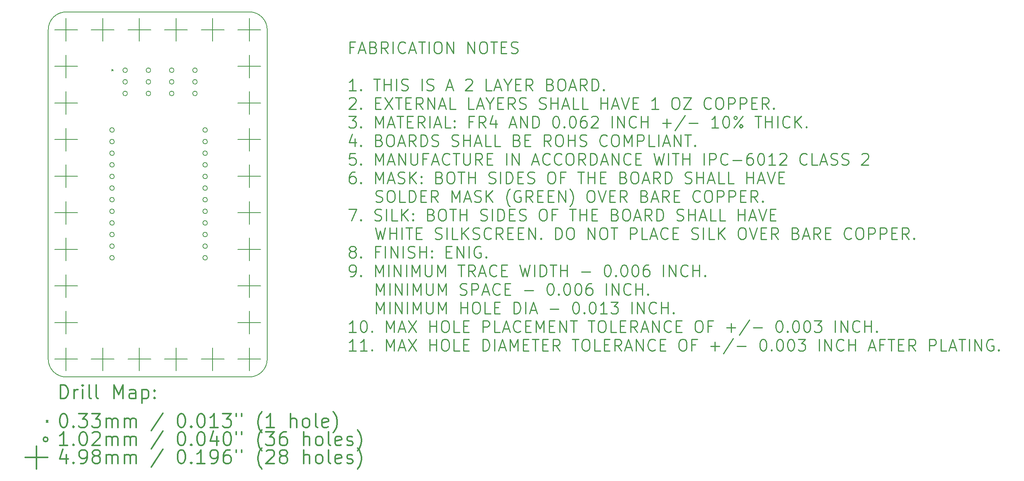
<source format=gbr>
G04 This is an RS-274x file exported by *
G04 gerbv version 2.6.0 *
G04 More information is available about gerbv at *
G04 http://gerbv.gpleda.org/ *
G04 --End of header info--*
%MOIN*%
%FSLAX34Y34*%
%IPPOS*%
G04 --Define apertures--*
%ADD10C,0.0050*%
%ADD11C,0.0060*%
%ADD12C,0.0079*%
%ADD13C,0.0118*%
%ADD14C,0.0138*%
%ADD15C,0.0016*%
%ADD16C,0.0100*%
G04 --Start main section--*
G54D11*
G01X0040511Y-012517D02*
G75*
G03X0038976Y-010982I-001535J0000000D01*
G01X0023228Y-010984D02*
G75*
G03X0021693Y-012520I0000000J-001535D01*
G01X0021693Y-040866D02*
G75*
G03X0023228Y-042402I0001535J0000000D01*
G01X0038976Y-042402D02*
G75*
G03X0040512Y-040866I0000000J0001535D01*
G01X0021693Y-040866D02*
G01X0021693Y-012520D01*
G01X0038976Y-042402D02*
G01X0023228Y-042402D01*
G01X0040512Y-012520D02*
G01X0040512Y-040866D01*
G01X0023228Y-010984D02*
G01X0038976Y-010984D01*
G54D12*
G01X0027135Y-015935D02*
G01X0027265Y-016065D01*
G01X0027265Y-015935D02*
G01X0027135Y-016065D01*
G01X0027372Y-021143D02*
G75*
G03X0027372Y-021143I-000200J0000000D01*
G01X0027372Y-022143D02*
G75*
G03X0027372Y-022143I-000200J0000000D01*
G01X0027372Y-023143D02*
G75*
G03X0027372Y-023143I-000200J0000000D01*
G01X0027372Y-024143D02*
G75*
G03X0027372Y-024143I-000200J0000000D01*
G01X0027372Y-025143D02*
G75*
G03X0027372Y-025143I-000200J0000000D01*
G01X0027372Y-026143D02*
G75*
G03X0027372Y-026143I-000200J0000000D01*
G01X0027372Y-027143D02*
G75*
G03X0027372Y-027143I-000200J0000000D01*
G01X0027372Y-028143D02*
G75*
G03X0027372Y-028143I-000200J0000000D01*
G01X0027372Y-029143D02*
G75*
G03X0027372Y-029143I-000200J0000000D01*
G01X0027372Y-030143D02*
G75*
G03X0027372Y-030143I-000200J0000000D01*
G01X0027372Y-031143D02*
G75*
G03X0027372Y-031143I-000200J0000000D01*
G01X0027372Y-032143D02*
G75*
G03X0027372Y-032143I-000200J0000000D01*
G01X0028500Y-016000D02*
G75*
G03X0028500Y-016000I-000200J0000000D01*
G01X0028500Y-017000D02*
G75*
G03X0028500Y-017000I-000200J0000000D01*
G01X0028500Y-018000D02*
G75*
G03X0028500Y-018000I-000200J0000000D01*
G01X0030500Y-016000D02*
G75*
G03X0030500Y-016000I-000200J0000000D01*
G01X0030500Y-017000D02*
G75*
G03X0030500Y-017000I-000200J0000000D01*
G01X0030500Y-018000D02*
G75*
G03X0030500Y-018000I-000200J0000000D01*
G01X0032500Y-016000D02*
G75*
G03X0032500Y-016000I-000200J0000000D01*
G01X0032500Y-017000D02*
G75*
G03X0032500Y-017000I-000200J0000000D01*
G01X0032500Y-018000D02*
G75*
G03X0032500Y-018000I-000200J0000000D01*
G01X0034500Y-016000D02*
G75*
G03X0034500Y-016000I-000200J0000000D01*
G01X0034500Y-017000D02*
G75*
G03X0034500Y-017000I-000200J0000000D01*
G01X0034500Y-018000D02*
G75*
G03X0034500Y-018000I-000200J0000000D01*
G01X0035372Y-021143D02*
G75*
G03X0035372Y-021143I-000200J0000000D01*
G01X0035372Y-022143D02*
G75*
G03X0035372Y-022143I-000200J0000000D01*
G01X0035372Y-023143D02*
G75*
G03X0035372Y-023143I-000200J0000000D01*
G01X0035372Y-024143D02*
G75*
G03X0035372Y-024143I-000200J0000000D01*
G01X0035372Y-025143D02*
G75*
G03X0035372Y-025143I-000200J0000000D01*
G01X0035372Y-026143D02*
G75*
G03X0035372Y-026143I-000200J0000000D01*
G01X0035372Y-027143D02*
G75*
G03X0035372Y-027143I-000200J0000000D01*
G01X0035372Y-028143D02*
G75*
G03X0035372Y-028143I-000200J0000000D01*
G01X0035372Y-029143D02*
G75*
G03X0035372Y-029143I-000200J0000000D01*
G01X0035372Y-030143D02*
G75*
G03X0035372Y-030143I-000200J0000000D01*
G01X0035372Y-031143D02*
G75*
G03X0035372Y-031143I-000200J0000000D01*
G01X0035372Y-032143D02*
G75*
G03X0035372Y-032143I-000200J0000000D01*
G01X0023228Y-014689D02*
G01X0023228Y-016650D01*
G01X0022248Y-015669D02*
G01X0024208Y-015669D01*
G01X0023228Y-017839D02*
G01X0023228Y-019799D01*
G01X0022248Y-018819D02*
G01X0024208Y-018819D01*
G01X0023228Y-020988D02*
G01X0023228Y-022949D01*
G01X0022248Y-021969D02*
G01X0024208Y-021969D01*
G01X0023228Y-024138D02*
G01X0023228Y-026098D01*
G01X0022248Y-025118D02*
G01X0024208Y-025118D01*
G01X0023228Y-027287D02*
G01X0023228Y-029248D01*
G01X0022248Y-028268D02*
G01X0024208Y-028268D01*
G01X0023228Y-030437D02*
G01X0023228Y-032398D01*
G01X0022248Y-031417D02*
G01X0024208Y-031417D01*
G01X0023228Y-033587D02*
G01X0023228Y-035547D01*
G01X0022248Y-034567D02*
G01X0024208Y-034567D01*
G01X0023228Y-036736D02*
G01X0023228Y-038697D01*
G01X0022248Y-037717D02*
G01X0024208Y-037717D01*
G01X0023228Y-011539D02*
G01X0023228Y-013500D01*
G01X0022248Y-012520D02*
G01X0024209Y-012520D01*
G01X0023228Y-039886D02*
G01X0023228Y-041846D01*
G01X0022248Y-040866D02*
G01X0024209Y-040866D01*
G01X0026378Y-011539D02*
G01X0026378Y-013500D01*
G01X0025397Y-012520D02*
G01X0027358Y-012520D01*
G01X0026378Y-039886D02*
G01X0026378Y-041846D01*
G01X0025397Y-040866D02*
G01X0027358Y-040866D01*
G01X0029527Y-011539D02*
G01X0029527Y-013500D01*
G01X0028547Y-012520D02*
G01X0030507Y-012520D01*
G01X0029527Y-039886D02*
G01X0029527Y-041846D01*
G01X0028547Y-040866D02*
G01X0030507Y-040866D01*
G01X0032677Y-011539D02*
G01X0032677Y-013500D01*
G01X0031696Y-012520D02*
G01X0033657Y-012520D01*
G01X0032677Y-039886D02*
G01X0032677Y-041846D01*
G01X0031696Y-040866D02*
G01X0033657Y-040866D01*
G01X0035826Y-011539D02*
G01X0035826Y-013500D01*
G01X0034846Y-012520D02*
G01X0036807Y-012520D01*
G01X0035826Y-039886D02*
G01X0035826Y-041846D01*
G01X0034846Y-040866D02*
G01X0036807Y-040866D01*
G01X0038976Y-011539D02*
G01X0038976Y-013500D01*
G01X0037996Y-012520D02*
G01X0039956Y-012520D01*
G01X0038976Y-014689D02*
G01X0038976Y-016650D01*
G01X0037996Y-015669D02*
G01X0039956Y-015669D01*
G01X0038976Y-017839D02*
G01X0038976Y-019799D01*
G01X0037996Y-018819D02*
G01X0039956Y-018819D01*
G01X0038976Y-020988D02*
G01X0038976Y-022949D01*
G01X0037996Y-021969D02*
G01X0039956Y-021969D01*
G01X0038976Y-027287D02*
G01X0038976Y-029248D01*
G01X0037996Y-028268D02*
G01X0039956Y-028268D01*
G01X0038976Y-039886D02*
G01X0038976Y-041846D01*
G01X0037996Y-040866D02*
G01X0039956Y-040866D01*
G01X0038976Y-024138D02*
G01X0038976Y-026098D01*
G01X0037996Y-025118D02*
G01X0039957Y-025118D01*
G01X0038976Y-030437D02*
G01X0038976Y-032398D01*
G01X0037996Y-031417D02*
G01X0039957Y-031417D01*
G01X0038976Y-033587D02*
G01X0038976Y-035547D01*
G01X0037996Y-034567D02*
G01X0039957Y-034567D01*
G01X0038976Y-036736D02*
G01X0038976Y-038697D01*
G01X0037996Y-037717D02*
G01X0039957Y-037717D01*
G54D13*
G01X0022731Y-044265D02*
G01X0022731Y-043084D01*
G01X0022731Y-043084D02*
G01X0023012Y-043084D01*
G01X0023012Y-043084D02*
G01X0023181Y-043140D01*
G01X0023181Y-043140D02*
G01X0023294Y-043253D01*
G01X0023294Y-043253D02*
G01X0023350Y-043365D01*
G01X0023350Y-043365D02*
G01X0023406Y-043590D01*
G01X0023406Y-043590D02*
G01X0023406Y-043759D01*
G01X0023406Y-043759D02*
G01X0023350Y-043984D01*
G01X0023350Y-043984D02*
G01X0023294Y-044096D01*
G01X0023294Y-044096D02*
G01X0023181Y-044209D01*
G01X0023181Y-044209D02*
G01X0023012Y-044265D01*
G01X0023012Y-044265D02*
G01X0022731Y-044265D01*
G01X0023912Y-044265D02*
G01X0023912Y-043478D01*
G01X0023912Y-043703D02*
G01X0023968Y-043590D01*
G01X0023968Y-043590D02*
G01X0024025Y-043534D01*
G01X0024025Y-043534D02*
G01X0024137Y-043478D01*
G01X0024137Y-043478D02*
G01X0024250Y-043478D01*
G01X0024643Y-044265D02*
G01X0024643Y-043478D01*
G01X0024643Y-043084D02*
G01X0024587Y-043140D01*
G01X0024587Y-043140D02*
G01X0024643Y-043196D01*
G01X0024643Y-043196D02*
G01X0024700Y-043140D01*
G01X0024700Y-043140D02*
G01X0024643Y-043084D01*
G01X0024643Y-043084D02*
G01X0024643Y-043196D01*
G01X0025375Y-044265D02*
G01X0025262Y-044209D01*
G01X0025262Y-044209D02*
G01X0025206Y-044096D01*
G01X0025206Y-044096D02*
G01X0025206Y-043084D01*
G01X0025993Y-044265D02*
G01X0025881Y-044209D01*
G01X0025881Y-044209D02*
G01X0025825Y-044096D01*
G01X0025825Y-044096D02*
G01X0025825Y-043084D01*
G01X0027343Y-044265D02*
G01X0027343Y-043084D01*
G01X0027343Y-043084D02*
G01X0027737Y-043928D01*
G01X0027737Y-043928D02*
G01X0028130Y-043084D01*
G01X0028130Y-043084D02*
G01X0028130Y-044265D01*
G01X0029199Y-044265D02*
G01X0029199Y-043646D01*
G01X0029199Y-043646D02*
G01X0029143Y-043534D01*
G01X0029143Y-043534D02*
G01X0029030Y-043478D01*
G01X0029030Y-043478D02*
G01X0028805Y-043478D01*
G01X0028805Y-043478D02*
G01X0028693Y-043534D01*
G01X0029199Y-044209D02*
G01X0029087Y-044265D01*
G01X0029087Y-044265D02*
G01X0028805Y-044265D01*
G01X0028805Y-044265D02*
G01X0028693Y-044209D01*
G01X0028693Y-044209D02*
G01X0028637Y-044096D01*
G01X0028637Y-044096D02*
G01X0028637Y-043984D01*
G01X0028637Y-043984D02*
G01X0028693Y-043871D01*
G01X0028693Y-043871D02*
G01X0028805Y-043815D01*
G01X0028805Y-043815D02*
G01X0029087Y-043815D01*
G01X0029087Y-043815D02*
G01X0029199Y-043759D01*
G01X0029762Y-043478D02*
G01X0029762Y-044659D01*
G01X0029762Y-043534D02*
G01X0029874Y-043478D01*
G01X0029874Y-043478D02*
G01X0030099Y-043478D01*
G01X0030099Y-043478D02*
G01X0030211Y-043534D01*
G01X0030211Y-043534D02*
G01X0030268Y-043590D01*
G01X0030268Y-043590D02*
G01X0030324Y-043703D01*
G01X0030324Y-043703D02*
G01X0030324Y-044040D01*
G01X0030324Y-044040D02*
G01X0030268Y-044153D01*
G01X0030268Y-044153D02*
G01X0030211Y-044209D01*
G01X0030211Y-044209D02*
G01X0030099Y-044265D01*
G01X0030099Y-044265D02*
G01X0029874Y-044265D01*
G01X0029874Y-044265D02*
G01X0029762Y-044209D01*
G01X0030830Y-044153D02*
G01X0030886Y-044209D01*
G01X0030886Y-044209D02*
G01X0030830Y-044265D01*
G01X0030830Y-044265D02*
G01X0030774Y-044209D01*
G01X0030774Y-044209D02*
G01X0030830Y-044153D01*
G01X0030830Y-044153D02*
G01X0030830Y-044265D01*
G01X0030830Y-043534D02*
G01X0030886Y-043590D01*
G01X0030886Y-043590D02*
G01X0030830Y-043646D01*
G01X0030830Y-043646D02*
G01X0030774Y-043590D01*
G01X0030774Y-043590D02*
G01X0030830Y-043534D01*
G01X0030830Y-043534D02*
G01X0030830Y-043646D01*
G01X0021533Y-046146D02*
G01X0021663Y-046276D01*
G01X0021663Y-046146D02*
G01X0021533Y-046276D01*
G01X0022956Y-045564D02*
G01X0023069Y-045564D01*
G01X0023069Y-045564D02*
G01X0023181Y-045621D01*
G01X0023181Y-045621D02*
G01X0023237Y-045677D01*
G01X0023237Y-045677D02*
G01X0023294Y-045789D01*
G01X0023294Y-045789D02*
G01X0023350Y-046014D01*
G01X0023350Y-046014D02*
G01X0023350Y-046295D01*
G01X0023350Y-046295D02*
G01X0023294Y-046520D01*
G01X0023294Y-046520D02*
G01X0023237Y-046633D01*
G01X0023237Y-046633D02*
G01X0023181Y-046689D01*
G01X0023181Y-046689D02*
G01X0023069Y-046745D01*
G01X0023069Y-046745D02*
G01X0022956Y-046745D01*
G01X0022956Y-046745D02*
G01X0022844Y-046689D01*
G01X0022844Y-046689D02*
G01X0022787Y-046633D01*
G01X0022787Y-046633D02*
G01X0022731Y-046520D01*
G01X0022731Y-046520D02*
G01X0022675Y-046295D01*
G01X0022675Y-046295D02*
G01X0022675Y-046014D01*
G01X0022675Y-046014D02*
G01X0022731Y-045789D01*
G01X0022731Y-045789D02*
G01X0022787Y-045677D01*
G01X0022787Y-045677D02*
G01X0022844Y-045621D01*
G01X0022844Y-045621D02*
G01X0022956Y-045564D01*
G01X0023856Y-046633D02*
G01X0023912Y-046689D01*
G01X0023912Y-046689D02*
G01X0023856Y-046745D01*
G01X0023856Y-046745D02*
G01X0023800Y-046689D01*
G01X0023800Y-046689D02*
G01X0023856Y-046633D01*
G01X0023856Y-046633D02*
G01X0023856Y-046745D01*
G01X0024306Y-045564D02*
G01X0025037Y-045564D01*
G01X0025037Y-045564D02*
G01X0024643Y-046014D01*
G01X0024643Y-046014D02*
G01X0024812Y-046014D01*
G01X0024812Y-046014D02*
G01X0024925Y-046070D01*
G01X0024925Y-046070D02*
G01X0024981Y-046127D01*
G01X0024981Y-046127D02*
G01X0025037Y-046239D01*
G01X0025037Y-046239D02*
G01X0025037Y-046520D01*
G01X0025037Y-046520D02*
G01X0024981Y-046633D01*
G01X0024981Y-046633D02*
G01X0024925Y-046689D01*
G01X0024925Y-046689D02*
G01X0024812Y-046745D01*
G01X0024812Y-046745D02*
G01X0024475Y-046745D01*
G01X0024475Y-046745D02*
G01X0024362Y-046689D01*
G01X0024362Y-046689D02*
G01X0024306Y-046633D01*
G01X0025431Y-045564D02*
G01X0026162Y-045564D01*
G01X0026162Y-045564D02*
G01X0025768Y-046014D01*
G01X0025768Y-046014D02*
G01X0025937Y-046014D01*
G01X0025937Y-046014D02*
G01X0026049Y-046070D01*
G01X0026049Y-046070D02*
G01X0026106Y-046127D01*
G01X0026106Y-046127D02*
G01X0026162Y-046239D01*
G01X0026162Y-046239D02*
G01X0026162Y-046520D01*
G01X0026162Y-046520D02*
G01X0026106Y-046633D01*
G01X0026106Y-046633D02*
G01X0026049Y-046689D01*
G01X0026049Y-046689D02*
G01X0025937Y-046745D01*
G01X0025937Y-046745D02*
G01X0025600Y-046745D01*
G01X0025600Y-046745D02*
G01X0025487Y-046689D01*
G01X0025487Y-046689D02*
G01X0025431Y-046633D01*
G01X0026668Y-046745D02*
G01X0026668Y-045958D01*
G01X0026668Y-046070D02*
G01X0026724Y-046014D01*
G01X0026724Y-046014D02*
G01X0026837Y-045958D01*
G01X0026837Y-045958D02*
G01X0027006Y-045958D01*
G01X0027006Y-045958D02*
G01X0027118Y-046014D01*
G01X0027118Y-046014D02*
G01X0027174Y-046127D01*
G01X0027174Y-046127D02*
G01X0027174Y-046745D01*
G01X0027174Y-046127D02*
G01X0027231Y-046014D01*
G01X0027231Y-046014D02*
G01X0027343Y-045958D01*
G01X0027343Y-045958D02*
G01X0027512Y-045958D01*
G01X0027512Y-045958D02*
G01X0027624Y-046014D01*
G01X0027624Y-046014D02*
G01X0027681Y-046127D01*
G01X0027681Y-046127D02*
G01X0027681Y-046745D01*
G01X0028243Y-046745D02*
G01X0028243Y-045958D01*
G01X0028243Y-046070D02*
G01X0028299Y-046014D01*
G01X0028299Y-046014D02*
G01X0028412Y-045958D01*
G01X0028412Y-045958D02*
G01X0028580Y-045958D01*
G01X0028580Y-045958D02*
G01X0028693Y-046014D01*
G01X0028693Y-046014D02*
G01X0028749Y-046127D01*
G01X0028749Y-046127D02*
G01X0028749Y-046745D01*
G01X0028749Y-046127D02*
G01X0028805Y-046014D01*
G01X0028805Y-046014D02*
G01X0028918Y-045958D01*
G01X0028918Y-045958D02*
G01X0029087Y-045958D01*
G01X0029087Y-045958D02*
G01X0029199Y-046014D01*
G01X0029199Y-046014D02*
G01X0029255Y-046127D01*
G01X0029255Y-046127D02*
G01X0029255Y-046745D01*
G01X0031561Y-045508D02*
G01X0030549Y-047027D01*
G01X0033080Y-045564D02*
G01X0033192Y-045564D01*
G01X0033192Y-045564D02*
G01X0033305Y-045621D01*
G01X0033305Y-045621D02*
G01X0033361Y-045677D01*
G01X0033361Y-045677D02*
G01X0033417Y-045789D01*
G01X0033417Y-045789D02*
G01X0033474Y-046014D01*
G01X0033474Y-046014D02*
G01X0033474Y-046295D01*
G01X0033474Y-046295D02*
G01X0033417Y-046520D01*
G01X0033417Y-046520D02*
G01X0033361Y-046633D01*
G01X0033361Y-046633D02*
G01X0033305Y-046689D01*
G01X0033305Y-046689D02*
G01X0033192Y-046745D01*
G01X0033192Y-046745D02*
G01X0033080Y-046745D01*
G01X0033080Y-046745D02*
G01X0032967Y-046689D01*
G01X0032967Y-046689D02*
G01X0032911Y-046633D01*
G01X0032911Y-046633D02*
G01X0032855Y-046520D01*
G01X0032855Y-046520D02*
G01X0032799Y-046295D01*
G01X0032799Y-046295D02*
G01X0032799Y-046014D01*
G01X0032799Y-046014D02*
G01X0032855Y-045789D01*
G01X0032855Y-045789D02*
G01X0032911Y-045677D01*
G01X0032911Y-045677D02*
G01X0032967Y-045621D01*
G01X0032967Y-045621D02*
G01X0033080Y-045564D01*
G01X0033980Y-046633D02*
G01X0034036Y-046689D01*
G01X0034036Y-046689D02*
G01X0033980Y-046745D01*
G01X0033980Y-046745D02*
G01X0033923Y-046689D01*
G01X0033923Y-046689D02*
G01X0033980Y-046633D01*
G01X0033980Y-046633D02*
G01X0033980Y-046745D01*
G01X0034767Y-045564D02*
G01X0034880Y-045564D01*
G01X0034880Y-045564D02*
G01X0034992Y-045621D01*
G01X0034992Y-045621D02*
G01X0035048Y-045677D01*
G01X0035048Y-045677D02*
G01X0035105Y-045789D01*
G01X0035105Y-045789D02*
G01X0035161Y-046014D01*
G01X0035161Y-046014D02*
G01X0035161Y-046295D01*
G01X0035161Y-046295D02*
G01X0035105Y-046520D01*
G01X0035105Y-046520D02*
G01X0035048Y-046633D01*
G01X0035048Y-046633D02*
G01X0034992Y-046689D01*
G01X0034992Y-046689D02*
G01X0034880Y-046745D01*
G01X0034880Y-046745D02*
G01X0034767Y-046745D01*
G01X0034767Y-046745D02*
G01X0034655Y-046689D01*
G01X0034655Y-046689D02*
G01X0034598Y-046633D01*
G01X0034598Y-046633D02*
G01X0034542Y-046520D01*
G01X0034542Y-046520D02*
G01X0034486Y-046295D01*
G01X0034486Y-046295D02*
G01X0034486Y-046014D01*
G01X0034486Y-046014D02*
G01X0034542Y-045789D01*
G01X0034542Y-045789D02*
G01X0034598Y-045677D01*
G01X0034598Y-045677D02*
G01X0034655Y-045621D01*
G01X0034655Y-045621D02*
G01X0034767Y-045564D01*
G01X0036286Y-046745D02*
G01X0035611Y-046745D01*
G01X0035948Y-046745D02*
G01X0035948Y-045564D01*
G01X0035948Y-045564D02*
G01X0035836Y-045733D01*
G01X0035836Y-045733D02*
G01X0035723Y-045846D01*
G01X0035723Y-045846D02*
G01X0035611Y-045902D01*
G01X0036679Y-045564D02*
G01X0037411Y-045564D01*
G01X0037411Y-045564D02*
G01X0037017Y-046014D01*
G01X0037017Y-046014D02*
G01X0037186Y-046014D01*
G01X0037186Y-046014D02*
G01X0037298Y-046070D01*
G01X0037298Y-046070D02*
G01X0037354Y-046127D01*
G01X0037354Y-046127D02*
G01X0037411Y-046239D01*
G01X0037411Y-046239D02*
G01X0037411Y-046520D01*
G01X0037411Y-046520D02*
G01X0037354Y-046633D01*
G01X0037354Y-046633D02*
G01X0037298Y-046689D01*
G01X0037298Y-046689D02*
G01X0037186Y-046745D01*
G01X0037186Y-046745D02*
G01X0036848Y-046745D01*
G01X0036848Y-046745D02*
G01X0036736Y-046689D01*
G01X0036736Y-046689D02*
G01X0036679Y-046633D01*
G01X0037860Y-045564D02*
G01X0037860Y-045789D01*
G01X0038310Y-045564D02*
G01X0038310Y-045789D01*
G01X0040054Y-047195D02*
G01X0039998Y-047139D01*
G01X0039998Y-047139D02*
G01X0039885Y-046970D01*
G01X0039885Y-046970D02*
G01X0039829Y-046858D01*
G01X0039829Y-046858D02*
G01X0039773Y-046689D01*
G01X0039773Y-046689D02*
G01X0039717Y-046408D01*
G01X0039717Y-046408D02*
G01X0039717Y-046183D01*
G01X0039717Y-046183D02*
G01X0039773Y-045902D01*
G01X0039773Y-045902D02*
G01X0039829Y-045733D01*
G01X0039829Y-045733D02*
G01X0039885Y-045621D01*
G01X0039885Y-045621D02*
G01X0039998Y-045452D01*
G01X0039998Y-045452D02*
G01X0040054Y-045396D01*
G01X0041123Y-046745D02*
G01X0040448Y-046745D01*
G01X0040785Y-046745D02*
G01X0040785Y-045564D01*
G01X0040785Y-045564D02*
G01X0040673Y-045733D01*
G01X0040673Y-045733D02*
G01X0040560Y-045846D01*
G01X0040560Y-045846D02*
G01X0040448Y-045902D01*
G01X0042529Y-046745D02*
G01X0042529Y-045564D01*
G01X0043035Y-046745D02*
G01X0043035Y-046127D01*
G01X0043035Y-046127D02*
G01X0042979Y-046014D01*
G01X0042979Y-046014D02*
G01X0042866Y-045958D01*
G01X0042866Y-045958D02*
G01X0042697Y-045958D01*
G01X0042697Y-045958D02*
G01X0042585Y-046014D01*
G01X0042585Y-046014D02*
G01X0042529Y-046070D01*
G01X0043766Y-046745D02*
G01X0043654Y-046689D01*
G01X0043654Y-046689D02*
G01X0043597Y-046633D01*
G01X0043597Y-046633D02*
G01X0043541Y-046520D01*
G01X0043541Y-046520D02*
G01X0043541Y-046183D01*
G01X0043541Y-046183D02*
G01X0043597Y-046070D01*
G01X0043597Y-046070D02*
G01X0043654Y-046014D01*
G01X0043654Y-046014D02*
G01X0043766Y-045958D01*
G01X0043766Y-045958D02*
G01X0043935Y-045958D01*
G01X0043935Y-045958D02*
G01X0044047Y-046014D01*
G01X0044047Y-046014D02*
G01X0044103Y-046070D01*
G01X0044103Y-046070D02*
G01X0044160Y-046183D01*
G01X0044160Y-046183D02*
G01X0044160Y-046520D01*
G01X0044160Y-046520D02*
G01X0044103Y-046633D01*
G01X0044103Y-046633D02*
G01X0044047Y-046689D01*
G01X0044047Y-046689D02*
G01X0043935Y-046745D01*
G01X0043935Y-046745D02*
G01X0043766Y-046745D01*
G01X0044835Y-046745D02*
G01X0044722Y-046689D01*
G01X0044722Y-046689D02*
G01X0044666Y-046577D01*
G01X0044666Y-046577D02*
G01X0044666Y-045564D01*
G01X0045735Y-046689D02*
G01X0045622Y-046745D01*
G01X0045622Y-046745D02*
G01X0045397Y-046745D01*
G01X0045397Y-046745D02*
G01X0045285Y-046689D01*
G01X0045285Y-046689D02*
G01X0045228Y-046577D01*
G01X0045228Y-046577D02*
G01X0045228Y-046127D01*
G01X0045228Y-046127D02*
G01X0045285Y-046014D01*
G01X0045285Y-046014D02*
G01X0045397Y-045958D01*
G01X0045397Y-045958D02*
G01X0045622Y-045958D01*
G01X0045622Y-045958D02*
G01X0045735Y-046014D01*
G01X0045735Y-046014D02*
G01X0045791Y-046127D01*
G01X0045791Y-046127D02*
G01X0045791Y-046239D01*
G01X0045791Y-046239D02*
G01X0045228Y-046352D01*
G01X0046184Y-047195D02*
G01X0046241Y-047139D01*
G01X0046241Y-047139D02*
G01X0046353Y-046970D01*
G01X0046353Y-046970D02*
G01X0046409Y-046858D01*
G01X0046409Y-046858D02*
G01X0046466Y-046689D01*
G01X0046466Y-046689D02*
G01X0046522Y-046408D01*
G01X0046522Y-046408D02*
G01X0046522Y-046183D01*
G01X0046522Y-046183D02*
G01X0046466Y-045902D01*
G01X0046466Y-045902D02*
G01X0046409Y-045733D01*
G01X0046409Y-045733D02*
G01X0046353Y-045621D01*
G01X0046353Y-045621D02*
G01X0046241Y-045452D01*
G01X0046241Y-045452D02*
G01X0046184Y-045396D01*
G01X0021663Y-047770D02*
G75*
G03X0021663Y-047770I-000200J0000000D01*
G01X0023350Y-048304D02*
G01X0022675Y-048304D01*
G01X0023012Y-048304D02*
G01X0023012Y-047123D01*
G01X0023012Y-047123D02*
G01X0022900Y-047292D01*
G01X0022900Y-047292D02*
G01X0022787Y-047405D01*
G01X0022787Y-047405D02*
G01X0022675Y-047461D01*
G01X0023856Y-048192D02*
G01X0023912Y-048248D01*
G01X0023912Y-048248D02*
G01X0023856Y-048304D01*
G01X0023856Y-048304D02*
G01X0023800Y-048248D01*
G01X0023800Y-048248D02*
G01X0023856Y-048192D01*
G01X0023856Y-048192D02*
G01X0023856Y-048304D01*
G01X0024643Y-047123D02*
G01X0024756Y-047123D01*
G01X0024756Y-047123D02*
G01X0024868Y-047180D01*
G01X0024868Y-047180D02*
G01X0024925Y-047236D01*
G01X0024925Y-047236D02*
G01X0024981Y-047348D01*
G01X0024981Y-047348D02*
G01X0025037Y-047573D01*
G01X0025037Y-047573D02*
G01X0025037Y-047855D01*
G01X0025037Y-047855D02*
G01X0024981Y-048079D01*
G01X0024981Y-048079D02*
G01X0024925Y-048192D01*
G01X0024925Y-048192D02*
G01X0024868Y-048248D01*
G01X0024868Y-048248D02*
G01X0024756Y-048304D01*
G01X0024756Y-048304D02*
G01X0024643Y-048304D01*
G01X0024643Y-048304D02*
G01X0024531Y-048248D01*
G01X0024531Y-048248D02*
G01X0024475Y-048192D01*
G01X0024475Y-048192D02*
G01X0024418Y-048079D01*
G01X0024418Y-048079D02*
G01X0024362Y-047855D01*
G01X0024362Y-047855D02*
G01X0024362Y-047573D01*
G01X0024362Y-047573D02*
G01X0024418Y-047348D01*
G01X0024418Y-047348D02*
G01X0024475Y-047236D01*
G01X0024475Y-047236D02*
G01X0024531Y-047180D01*
G01X0024531Y-047180D02*
G01X0024643Y-047123D01*
G01X0025487Y-047236D02*
G01X0025543Y-047180D01*
G01X0025543Y-047180D02*
G01X0025656Y-047123D01*
G01X0025656Y-047123D02*
G01X0025937Y-047123D01*
G01X0025937Y-047123D02*
G01X0026049Y-047180D01*
G01X0026049Y-047180D02*
G01X0026106Y-047236D01*
G01X0026106Y-047236D02*
G01X0026162Y-047348D01*
G01X0026162Y-047348D02*
G01X0026162Y-047461D01*
G01X0026162Y-047461D02*
G01X0026106Y-047630D01*
G01X0026106Y-047630D02*
G01X0025431Y-048304D01*
G01X0025431Y-048304D02*
G01X0026162Y-048304D01*
G01X0026668Y-048304D02*
G01X0026668Y-047517D01*
G01X0026668Y-047630D02*
G01X0026724Y-047573D01*
G01X0026724Y-047573D02*
G01X0026837Y-047517D01*
G01X0026837Y-047517D02*
G01X0027006Y-047517D01*
G01X0027006Y-047517D02*
G01X0027118Y-047573D01*
G01X0027118Y-047573D02*
G01X0027174Y-047686D01*
G01X0027174Y-047686D02*
G01X0027174Y-048304D01*
G01X0027174Y-047686D02*
G01X0027231Y-047573D01*
G01X0027231Y-047573D02*
G01X0027343Y-047517D01*
G01X0027343Y-047517D02*
G01X0027512Y-047517D01*
G01X0027512Y-047517D02*
G01X0027624Y-047573D01*
G01X0027624Y-047573D02*
G01X0027681Y-047686D01*
G01X0027681Y-047686D02*
G01X0027681Y-048304D01*
G01X0028243Y-048304D02*
G01X0028243Y-047517D01*
G01X0028243Y-047630D02*
G01X0028299Y-047573D01*
G01X0028299Y-047573D02*
G01X0028412Y-047517D01*
G01X0028412Y-047517D02*
G01X0028580Y-047517D01*
G01X0028580Y-047517D02*
G01X0028693Y-047573D01*
G01X0028693Y-047573D02*
G01X0028749Y-047686D01*
G01X0028749Y-047686D02*
G01X0028749Y-048304D01*
G01X0028749Y-047686D02*
G01X0028805Y-047573D01*
G01X0028805Y-047573D02*
G01X0028918Y-047517D01*
G01X0028918Y-047517D02*
G01X0029087Y-047517D01*
G01X0029087Y-047517D02*
G01X0029199Y-047573D01*
G01X0029199Y-047573D02*
G01X0029255Y-047686D01*
G01X0029255Y-047686D02*
G01X0029255Y-048304D01*
G01X0031561Y-047067D02*
G01X0030549Y-048586D01*
G01X0033080Y-047123D02*
G01X0033192Y-047123D01*
G01X0033192Y-047123D02*
G01X0033305Y-047180D01*
G01X0033305Y-047180D02*
G01X0033361Y-047236D01*
G01X0033361Y-047236D02*
G01X0033417Y-047348D01*
G01X0033417Y-047348D02*
G01X0033474Y-047573D01*
G01X0033474Y-047573D02*
G01X0033474Y-047855D01*
G01X0033474Y-047855D02*
G01X0033417Y-048079D01*
G01X0033417Y-048079D02*
G01X0033361Y-048192D01*
G01X0033361Y-048192D02*
G01X0033305Y-048248D01*
G01X0033305Y-048248D02*
G01X0033192Y-048304D01*
G01X0033192Y-048304D02*
G01X0033080Y-048304D01*
G01X0033080Y-048304D02*
G01X0032967Y-048248D01*
G01X0032967Y-048248D02*
G01X0032911Y-048192D01*
G01X0032911Y-048192D02*
G01X0032855Y-048079D01*
G01X0032855Y-048079D02*
G01X0032799Y-047855D01*
G01X0032799Y-047855D02*
G01X0032799Y-047573D01*
G01X0032799Y-047573D02*
G01X0032855Y-047348D01*
G01X0032855Y-047348D02*
G01X0032911Y-047236D01*
G01X0032911Y-047236D02*
G01X0032967Y-047180D01*
G01X0032967Y-047180D02*
G01X0033080Y-047123D01*
G01X0033980Y-048192D02*
G01X0034036Y-048248D01*
G01X0034036Y-048248D02*
G01X0033980Y-048304D01*
G01X0033980Y-048304D02*
G01X0033923Y-048248D01*
G01X0033923Y-048248D02*
G01X0033980Y-048192D01*
G01X0033980Y-048192D02*
G01X0033980Y-048304D01*
G01X0034767Y-047123D02*
G01X0034880Y-047123D01*
G01X0034880Y-047123D02*
G01X0034992Y-047180D01*
G01X0034992Y-047180D02*
G01X0035048Y-047236D01*
G01X0035048Y-047236D02*
G01X0035105Y-047348D01*
G01X0035105Y-047348D02*
G01X0035161Y-047573D01*
G01X0035161Y-047573D02*
G01X0035161Y-047855D01*
G01X0035161Y-047855D02*
G01X0035105Y-048079D01*
G01X0035105Y-048079D02*
G01X0035048Y-048192D01*
G01X0035048Y-048192D02*
G01X0034992Y-048248D01*
G01X0034992Y-048248D02*
G01X0034880Y-048304D01*
G01X0034880Y-048304D02*
G01X0034767Y-048304D01*
G01X0034767Y-048304D02*
G01X0034655Y-048248D01*
G01X0034655Y-048248D02*
G01X0034598Y-048192D01*
G01X0034598Y-048192D02*
G01X0034542Y-048079D01*
G01X0034542Y-048079D02*
G01X0034486Y-047855D01*
G01X0034486Y-047855D02*
G01X0034486Y-047573D01*
G01X0034486Y-047573D02*
G01X0034542Y-047348D01*
G01X0034542Y-047348D02*
G01X0034598Y-047236D01*
G01X0034598Y-047236D02*
G01X0034655Y-047180D01*
G01X0034655Y-047180D02*
G01X0034767Y-047123D01*
G01X0036173Y-047517D02*
G01X0036173Y-048304D01*
G01X0035892Y-047067D02*
G01X0035611Y-047911D01*
G01X0035611Y-047911D02*
G01X0036342Y-047911D01*
G01X0037017Y-047123D02*
G01X0037129Y-047123D01*
G01X0037129Y-047123D02*
G01X0037242Y-047180D01*
G01X0037242Y-047180D02*
G01X0037298Y-047236D01*
G01X0037298Y-047236D02*
G01X0037354Y-047348D01*
G01X0037354Y-047348D02*
G01X0037411Y-047573D01*
G01X0037411Y-047573D02*
G01X0037411Y-047855D01*
G01X0037411Y-047855D02*
G01X0037354Y-048079D01*
G01X0037354Y-048079D02*
G01X0037298Y-048192D01*
G01X0037298Y-048192D02*
G01X0037242Y-048248D01*
G01X0037242Y-048248D02*
G01X0037129Y-048304D01*
G01X0037129Y-048304D02*
G01X0037017Y-048304D01*
G01X0037017Y-048304D02*
G01X0036904Y-048248D01*
G01X0036904Y-048248D02*
G01X0036848Y-048192D01*
G01X0036848Y-048192D02*
G01X0036792Y-048079D01*
G01X0036792Y-048079D02*
G01X0036736Y-047855D01*
G01X0036736Y-047855D02*
G01X0036736Y-047573D01*
G01X0036736Y-047573D02*
G01X0036792Y-047348D01*
G01X0036792Y-047348D02*
G01X0036848Y-047236D01*
G01X0036848Y-047236D02*
G01X0036904Y-047180D01*
G01X0036904Y-047180D02*
G01X0037017Y-047123D01*
G01X0037860Y-047123D02*
G01X0037860Y-047348D01*
G01X0038310Y-047123D02*
G01X0038310Y-047348D01*
G01X0040054Y-048754D02*
G01X0039998Y-048698D01*
G01X0039998Y-048698D02*
G01X0039885Y-048529D01*
G01X0039885Y-048529D02*
G01X0039829Y-048417D01*
G01X0039829Y-048417D02*
G01X0039773Y-048248D01*
G01X0039773Y-048248D02*
G01X0039717Y-047967D01*
G01X0039717Y-047967D02*
G01X0039717Y-047742D01*
G01X0039717Y-047742D02*
G01X0039773Y-047461D01*
G01X0039773Y-047461D02*
G01X0039829Y-047292D01*
G01X0039829Y-047292D02*
G01X0039885Y-047180D01*
G01X0039885Y-047180D02*
G01X0039998Y-047011D01*
G01X0039998Y-047011D02*
G01X0040054Y-046955D01*
G01X0040391Y-047123D02*
G01X0041123Y-047123D01*
G01X0041123Y-047123D02*
G01X0040729Y-047573D01*
G01X0040729Y-047573D02*
G01X0040898Y-047573D01*
G01X0040898Y-047573D02*
G01X0041010Y-047630D01*
G01X0041010Y-047630D02*
G01X0041066Y-047686D01*
G01X0041066Y-047686D02*
G01X0041123Y-047798D01*
G01X0041123Y-047798D02*
G01X0041123Y-048079D01*
G01X0041123Y-048079D02*
G01X0041066Y-048192D01*
G01X0041066Y-048192D02*
G01X0041010Y-048248D01*
G01X0041010Y-048248D02*
G01X0040898Y-048304D01*
G01X0040898Y-048304D02*
G01X0040560Y-048304D01*
G01X0040560Y-048304D02*
G01X0040448Y-048248D01*
G01X0040448Y-048248D02*
G01X0040391Y-048192D01*
G01X0042135Y-047123D02*
G01X0041910Y-047123D01*
G01X0041910Y-047123D02*
G01X0041798Y-047180D01*
G01X0041798Y-047180D02*
G01X0041741Y-047236D01*
G01X0041741Y-047236D02*
G01X0041629Y-047405D01*
G01X0041629Y-047405D02*
G01X0041573Y-047630D01*
G01X0041573Y-047630D02*
G01X0041573Y-048079D01*
G01X0041573Y-048079D02*
G01X0041629Y-048192D01*
G01X0041629Y-048192D02*
G01X0041685Y-048248D01*
G01X0041685Y-048248D02*
G01X0041798Y-048304D01*
G01X0041798Y-048304D02*
G01X0042022Y-048304D01*
G01X0042022Y-048304D02*
G01X0042135Y-048248D01*
G01X0042135Y-048248D02*
G01X0042191Y-048192D01*
G01X0042191Y-048192D02*
G01X0042247Y-048079D01*
G01X0042247Y-048079D02*
G01X0042247Y-047798D01*
G01X0042247Y-047798D02*
G01X0042191Y-047686D01*
G01X0042191Y-047686D02*
G01X0042135Y-047630D01*
G01X0042135Y-047630D02*
G01X0042022Y-047573D01*
G01X0042022Y-047573D02*
G01X0041798Y-047573D01*
G01X0041798Y-047573D02*
G01X0041685Y-047630D01*
G01X0041685Y-047630D02*
G01X0041629Y-047686D01*
G01X0041629Y-047686D02*
G01X0041573Y-047798D01*
G01X0043654Y-048304D02*
G01X0043654Y-047123D01*
G01X0044160Y-048304D02*
G01X0044160Y-047686D01*
G01X0044160Y-047686D02*
G01X0044103Y-047573D01*
G01X0044103Y-047573D02*
G01X0043991Y-047517D01*
G01X0043991Y-047517D02*
G01X0043822Y-047517D01*
G01X0043822Y-047517D02*
G01X0043710Y-047573D01*
G01X0043710Y-047573D02*
G01X0043654Y-047630D01*
G01X0044891Y-048304D02*
G01X0044778Y-048248D01*
G01X0044778Y-048248D02*
G01X0044722Y-048192D01*
G01X0044722Y-048192D02*
G01X0044666Y-048079D01*
G01X0044666Y-048079D02*
G01X0044666Y-047742D01*
G01X0044666Y-047742D02*
G01X0044722Y-047630D01*
G01X0044722Y-047630D02*
G01X0044778Y-047573D01*
G01X0044778Y-047573D02*
G01X0044891Y-047517D01*
G01X0044891Y-047517D02*
G01X0045060Y-047517D01*
G01X0045060Y-047517D02*
G01X0045172Y-047573D01*
G01X0045172Y-047573D02*
G01X0045228Y-047630D01*
G01X0045228Y-047630D02*
G01X0045285Y-047742D01*
G01X0045285Y-047742D02*
G01X0045285Y-048079D01*
G01X0045285Y-048079D02*
G01X0045228Y-048192D01*
G01X0045228Y-048192D02*
G01X0045172Y-048248D01*
G01X0045172Y-048248D02*
G01X0045060Y-048304D01*
G01X0045060Y-048304D02*
G01X0044891Y-048304D01*
G01X0045959Y-048304D02*
G01X0045847Y-048248D01*
G01X0045847Y-048248D02*
G01X0045791Y-048136D01*
G01X0045791Y-048136D02*
G01X0045791Y-047123D01*
G01X0046859Y-048248D02*
G01X0046747Y-048304D01*
G01X0046747Y-048304D02*
G01X0046522Y-048304D01*
G01X0046522Y-048304D02*
G01X0046409Y-048248D01*
G01X0046409Y-048248D02*
G01X0046353Y-048136D01*
G01X0046353Y-048136D02*
G01X0046353Y-047686D01*
G01X0046353Y-047686D02*
G01X0046409Y-047573D01*
G01X0046409Y-047573D02*
G01X0046522Y-047517D01*
G01X0046522Y-047517D02*
G01X0046747Y-047517D01*
G01X0046747Y-047517D02*
G01X0046859Y-047573D01*
G01X0046859Y-047573D02*
G01X0046916Y-047686D01*
G01X0046916Y-047686D02*
G01X0046916Y-047798D01*
G01X0046916Y-047798D02*
G01X0046353Y-047911D01*
G01X0047366Y-048248D02*
G01X0047478Y-048304D01*
G01X0047478Y-048304D02*
G01X0047703Y-048304D01*
G01X0047703Y-048304D02*
G01X0047816Y-048248D01*
G01X0047816Y-048248D02*
G01X0047872Y-048136D01*
G01X0047872Y-048136D02*
G01X0047872Y-048079D01*
G01X0047872Y-048079D02*
G01X0047816Y-047967D01*
G01X0047816Y-047967D02*
G01X0047703Y-047911D01*
G01X0047703Y-047911D02*
G01X0047534Y-047911D01*
G01X0047534Y-047911D02*
G01X0047422Y-047855D01*
G01X0047422Y-047855D02*
G01X0047366Y-047742D01*
G01X0047366Y-047742D02*
G01X0047366Y-047686D01*
G01X0047366Y-047686D02*
G01X0047422Y-047573D01*
G01X0047422Y-047573D02*
G01X0047534Y-047517D01*
G01X0047534Y-047517D02*
G01X0047703Y-047517D01*
G01X0047703Y-047517D02*
G01X0047816Y-047573D01*
G01X0048265Y-048754D02*
G01X0048322Y-048698D01*
G01X0048322Y-048698D02*
G01X0048434Y-048529D01*
G01X0048434Y-048529D02*
G01X0048490Y-048417D01*
G01X0048490Y-048417D02*
G01X0048547Y-048248D01*
G01X0048547Y-048248D02*
G01X0048603Y-047967D01*
G01X0048603Y-047967D02*
G01X0048603Y-047742D01*
G01X0048603Y-047742D02*
G01X0048547Y-047461D01*
G01X0048547Y-047461D02*
G01X0048490Y-047292D01*
G01X0048490Y-047292D02*
G01X0048434Y-047180D01*
G01X0048434Y-047180D02*
G01X0048322Y-047011D01*
G01X0048322Y-047011D02*
G01X0048265Y-046955D01*
G01X0020682Y-048349D02*
G01X0020682Y-050310D01*
G01X0019702Y-049329D02*
G01X0021663Y-049329D01*
G01X0023237Y-049076D02*
G01X0023237Y-049864D01*
G01X0022956Y-048626D02*
G01X0022675Y-049470D01*
G01X0022675Y-049470D02*
G01X0023406Y-049470D01*
G01X0023856Y-049751D02*
G01X0023912Y-049807D01*
G01X0023912Y-049807D02*
G01X0023856Y-049864D01*
G01X0023856Y-049864D02*
G01X0023800Y-049807D01*
G01X0023800Y-049807D02*
G01X0023856Y-049751D01*
G01X0023856Y-049751D02*
G01X0023856Y-049864D01*
G01X0024475Y-049864D02*
G01X0024700Y-049864D01*
G01X0024700Y-049864D02*
G01X0024812Y-049807D01*
G01X0024812Y-049807D02*
G01X0024868Y-049751D01*
G01X0024868Y-049751D02*
G01X0024981Y-049582D01*
G01X0024981Y-049582D02*
G01X0025037Y-049357D01*
G01X0025037Y-049357D02*
G01X0025037Y-048907D01*
G01X0025037Y-048907D02*
G01X0024981Y-048795D01*
G01X0024981Y-048795D02*
G01X0024925Y-048739D01*
G01X0024925Y-048739D02*
G01X0024812Y-048682D01*
G01X0024812Y-048682D02*
G01X0024587Y-048682D01*
G01X0024587Y-048682D02*
G01X0024475Y-048739D01*
G01X0024475Y-048739D02*
G01X0024418Y-048795D01*
G01X0024418Y-048795D02*
G01X0024362Y-048907D01*
G01X0024362Y-048907D02*
G01X0024362Y-049189D01*
G01X0024362Y-049189D02*
G01X0024418Y-049301D01*
G01X0024418Y-049301D02*
G01X0024475Y-049357D01*
G01X0024475Y-049357D02*
G01X0024587Y-049414D01*
G01X0024587Y-049414D02*
G01X0024812Y-049414D01*
G01X0024812Y-049414D02*
G01X0024925Y-049357D01*
G01X0024925Y-049357D02*
G01X0024981Y-049301D01*
G01X0024981Y-049301D02*
G01X0025037Y-049189D01*
G01X0025712Y-049189D02*
G01X0025600Y-049132D01*
G01X0025600Y-049132D02*
G01X0025543Y-049076D01*
G01X0025543Y-049076D02*
G01X0025487Y-048964D01*
G01X0025487Y-048964D02*
G01X0025487Y-048907D01*
G01X0025487Y-048907D02*
G01X0025543Y-048795D01*
G01X0025543Y-048795D02*
G01X0025600Y-048739D01*
G01X0025600Y-048739D02*
G01X0025712Y-048682D01*
G01X0025712Y-048682D02*
G01X0025937Y-048682D01*
G01X0025937Y-048682D02*
G01X0026049Y-048739D01*
G01X0026049Y-048739D02*
G01X0026106Y-048795D01*
G01X0026106Y-048795D02*
G01X0026162Y-048907D01*
G01X0026162Y-048907D02*
G01X0026162Y-048964D01*
G01X0026162Y-048964D02*
G01X0026106Y-049076D01*
G01X0026106Y-049076D02*
G01X0026049Y-049132D01*
G01X0026049Y-049132D02*
G01X0025937Y-049189D01*
G01X0025937Y-049189D02*
G01X0025712Y-049189D01*
G01X0025712Y-049189D02*
G01X0025600Y-049245D01*
G01X0025600Y-049245D02*
G01X0025543Y-049301D01*
G01X0025543Y-049301D02*
G01X0025487Y-049414D01*
G01X0025487Y-049414D02*
G01X0025487Y-049639D01*
G01X0025487Y-049639D02*
G01X0025543Y-049751D01*
G01X0025543Y-049751D02*
G01X0025600Y-049807D01*
G01X0025600Y-049807D02*
G01X0025712Y-049864D01*
G01X0025712Y-049864D02*
G01X0025937Y-049864D01*
G01X0025937Y-049864D02*
G01X0026049Y-049807D01*
G01X0026049Y-049807D02*
G01X0026106Y-049751D01*
G01X0026106Y-049751D02*
G01X0026162Y-049639D01*
G01X0026162Y-049639D02*
G01X0026162Y-049414D01*
G01X0026162Y-049414D02*
G01X0026106Y-049301D01*
G01X0026106Y-049301D02*
G01X0026049Y-049245D01*
G01X0026049Y-049245D02*
G01X0025937Y-049189D01*
G01X0026668Y-049864D02*
G01X0026668Y-049076D01*
G01X0026668Y-049189D02*
G01X0026724Y-049132D01*
G01X0026724Y-049132D02*
G01X0026837Y-049076D01*
G01X0026837Y-049076D02*
G01X0027006Y-049076D01*
G01X0027006Y-049076D02*
G01X0027118Y-049132D01*
G01X0027118Y-049132D02*
G01X0027174Y-049245D01*
G01X0027174Y-049245D02*
G01X0027174Y-049864D01*
G01X0027174Y-049245D02*
G01X0027231Y-049132D01*
G01X0027231Y-049132D02*
G01X0027343Y-049076D01*
G01X0027343Y-049076D02*
G01X0027512Y-049076D01*
G01X0027512Y-049076D02*
G01X0027624Y-049132D01*
G01X0027624Y-049132D02*
G01X0027681Y-049245D01*
G01X0027681Y-049245D02*
G01X0027681Y-049864D01*
G01X0028243Y-049864D02*
G01X0028243Y-049076D01*
G01X0028243Y-049189D02*
G01X0028299Y-049132D01*
G01X0028299Y-049132D02*
G01X0028412Y-049076D01*
G01X0028412Y-049076D02*
G01X0028580Y-049076D01*
G01X0028580Y-049076D02*
G01X0028693Y-049132D01*
G01X0028693Y-049132D02*
G01X0028749Y-049245D01*
G01X0028749Y-049245D02*
G01X0028749Y-049864D01*
G01X0028749Y-049245D02*
G01X0028805Y-049132D01*
G01X0028805Y-049132D02*
G01X0028918Y-049076D01*
G01X0028918Y-049076D02*
G01X0029087Y-049076D01*
G01X0029087Y-049076D02*
G01X0029199Y-049132D01*
G01X0029199Y-049132D02*
G01X0029255Y-049245D01*
G01X0029255Y-049245D02*
G01X0029255Y-049864D01*
G01X0031561Y-048626D02*
G01X0030549Y-050145D01*
G01X0033080Y-048682D02*
G01X0033192Y-048682D01*
G01X0033192Y-048682D02*
G01X0033305Y-048739D01*
G01X0033305Y-048739D02*
G01X0033361Y-048795D01*
G01X0033361Y-048795D02*
G01X0033417Y-048907D01*
G01X0033417Y-048907D02*
G01X0033474Y-049132D01*
G01X0033474Y-049132D02*
G01X0033474Y-049414D01*
G01X0033474Y-049414D02*
G01X0033417Y-049639D01*
G01X0033417Y-049639D02*
G01X0033361Y-049751D01*
G01X0033361Y-049751D02*
G01X0033305Y-049807D01*
G01X0033305Y-049807D02*
G01X0033192Y-049864D01*
G01X0033192Y-049864D02*
G01X0033080Y-049864D01*
G01X0033080Y-049864D02*
G01X0032967Y-049807D01*
G01X0032967Y-049807D02*
G01X0032911Y-049751D01*
G01X0032911Y-049751D02*
G01X0032855Y-049639D01*
G01X0032855Y-049639D02*
G01X0032799Y-049414D01*
G01X0032799Y-049414D02*
G01X0032799Y-049132D01*
G01X0032799Y-049132D02*
G01X0032855Y-048907D01*
G01X0032855Y-048907D02*
G01X0032911Y-048795D01*
G01X0032911Y-048795D02*
G01X0032967Y-048739D01*
G01X0032967Y-048739D02*
G01X0033080Y-048682D01*
G01X0033980Y-049751D02*
G01X0034036Y-049807D01*
G01X0034036Y-049807D02*
G01X0033980Y-049864D01*
G01X0033980Y-049864D02*
G01X0033923Y-049807D01*
G01X0033923Y-049807D02*
G01X0033980Y-049751D01*
G01X0033980Y-049751D02*
G01X0033980Y-049864D01*
G01X0035161Y-049864D02*
G01X0034486Y-049864D01*
G01X0034823Y-049864D02*
G01X0034823Y-048682D01*
G01X0034823Y-048682D02*
G01X0034711Y-048851D01*
G01X0034711Y-048851D02*
G01X0034598Y-048964D01*
G01X0034598Y-048964D02*
G01X0034486Y-049020D01*
G01X0035723Y-049864D02*
G01X0035948Y-049864D01*
G01X0035948Y-049864D02*
G01X0036061Y-049807D01*
G01X0036061Y-049807D02*
G01X0036117Y-049751D01*
G01X0036117Y-049751D02*
G01X0036229Y-049582D01*
G01X0036229Y-049582D02*
G01X0036286Y-049357D01*
G01X0036286Y-049357D02*
G01X0036286Y-048907D01*
G01X0036286Y-048907D02*
G01X0036229Y-048795D01*
G01X0036229Y-048795D02*
G01X0036173Y-048739D01*
G01X0036173Y-048739D02*
G01X0036061Y-048682D01*
G01X0036061Y-048682D02*
G01X0035836Y-048682D01*
G01X0035836Y-048682D02*
G01X0035723Y-048739D01*
G01X0035723Y-048739D02*
G01X0035667Y-048795D01*
G01X0035667Y-048795D02*
G01X0035611Y-048907D01*
G01X0035611Y-048907D02*
G01X0035611Y-049189D01*
G01X0035611Y-049189D02*
G01X0035667Y-049301D01*
G01X0035667Y-049301D02*
G01X0035723Y-049357D01*
G01X0035723Y-049357D02*
G01X0035836Y-049414D01*
G01X0035836Y-049414D02*
G01X0036061Y-049414D01*
G01X0036061Y-049414D02*
G01X0036173Y-049357D01*
G01X0036173Y-049357D02*
G01X0036229Y-049301D01*
G01X0036229Y-049301D02*
G01X0036286Y-049189D01*
G01X0037298Y-048682D02*
G01X0037073Y-048682D01*
G01X0037073Y-048682D02*
G01X0036961Y-048739D01*
G01X0036961Y-048739D02*
G01X0036904Y-048795D01*
G01X0036904Y-048795D02*
G01X0036792Y-048964D01*
G01X0036792Y-048964D02*
G01X0036736Y-049189D01*
G01X0036736Y-049189D02*
G01X0036736Y-049639D01*
G01X0036736Y-049639D02*
G01X0036792Y-049751D01*
G01X0036792Y-049751D02*
G01X0036848Y-049807D01*
G01X0036848Y-049807D02*
G01X0036961Y-049864D01*
G01X0036961Y-049864D02*
G01X0037186Y-049864D01*
G01X0037186Y-049864D02*
G01X0037298Y-049807D01*
G01X0037298Y-049807D02*
G01X0037354Y-049751D01*
G01X0037354Y-049751D02*
G01X0037411Y-049639D01*
G01X0037411Y-049639D02*
G01X0037411Y-049357D01*
G01X0037411Y-049357D02*
G01X0037354Y-049245D01*
G01X0037354Y-049245D02*
G01X0037298Y-049189D01*
G01X0037298Y-049189D02*
G01X0037186Y-049132D01*
G01X0037186Y-049132D02*
G01X0036961Y-049132D01*
G01X0036961Y-049132D02*
G01X0036848Y-049189D01*
G01X0036848Y-049189D02*
G01X0036792Y-049245D01*
G01X0036792Y-049245D02*
G01X0036736Y-049357D01*
G01X0037860Y-048682D02*
G01X0037860Y-048907D01*
G01X0038310Y-048682D02*
G01X0038310Y-048907D01*
G01X0040054Y-050313D02*
G01X0039998Y-050257D01*
G01X0039998Y-050257D02*
G01X0039885Y-050088D01*
G01X0039885Y-050088D02*
G01X0039829Y-049976D01*
G01X0039829Y-049976D02*
G01X0039773Y-049807D01*
G01X0039773Y-049807D02*
G01X0039717Y-049526D01*
G01X0039717Y-049526D02*
G01X0039717Y-049301D01*
G01X0039717Y-049301D02*
G01X0039773Y-049020D01*
G01X0039773Y-049020D02*
G01X0039829Y-048851D01*
G01X0039829Y-048851D02*
G01X0039885Y-048739D01*
G01X0039885Y-048739D02*
G01X0039998Y-048570D01*
G01X0039998Y-048570D02*
G01X0040054Y-048514D01*
G01X0040448Y-048795D02*
G01X0040504Y-048739D01*
G01X0040504Y-048739D02*
G01X0040616Y-048682D01*
G01X0040616Y-048682D02*
G01X0040898Y-048682D01*
G01X0040898Y-048682D02*
G01X0041010Y-048739D01*
G01X0041010Y-048739D02*
G01X0041066Y-048795D01*
G01X0041066Y-048795D02*
G01X0041123Y-048907D01*
G01X0041123Y-048907D02*
G01X0041123Y-049020D01*
G01X0041123Y-049020D02*
G01X0041066Y-049189D01*
G01X0041066Y-049189D02*
G01X0040391Y-049864D01*
G01X0040391Y-049864D02*
G01X0041123Y-049864D01*
G01X0041798Y-049189D02*
G01X0041685Y-049132D01*
G01X0041685Y-049132D02*
G01X0041629Y-049076D01*
G01X0041629Y-049076D02*
G01X0041573Y-048964D01*
G01X0041573Y-048964D02*
G01X0041573Y-048907D01*
G01X0041573Y-048907D02*
G01X0041629Y-048795D01*
G01X0041629Y-048795D02*
G01X0041685Y-048739D01*
G01X0041685Y-048739D02*
G01X0041798Y-048682D01*
G01X0041798Y-048682D02*
G01X0042022Y-048682D01*
G01X0042022Y-048682D02*
G01X0042135Y-048739D01*
G01X0042135Y-048739D02*
G01X0042191Y-048795D01*
G01X0042191Y-048795D02*
G01X0042247Y-048907D01*
G01X0042247Y-048907D02*
G01X0042247Y-048964D01*
G01X0042247Y-048964D02*
G01X0042191Y-049076D01*
G01X0042191Y-049076D02*
G01X0042135Y-049132D01*
G01X0042135Y-049132D02*
G01X0042022Y-049189D01*
G01X0042022Y-049189D02*
G01X0041798Y-049189D01*
G01X0041798Y-049189D02*
G01X0041685Y-049245D01*
G01X0041685Y-049245D02*
G01X0041629Y-049301D01*
G01X0041629Y-049301D02*
G01X0041573Y-049414D01*
G01X0041573Y-049414D02*
G01X0041573Y-049639D01*
G01X0041573Y-049639D02*
G01X0041629Y-049751D01*
G01X0041629Y-049751D02*
G01X0041685Y-049807D01*
G01X0041685Y-049807D02*
G01X0041798Y-049864D01*
G01X0041798Y-049864D02*
G01X0042022Y-049864D01*
G01X0042022Y-049864D02*
G01X0042135Y-049807D01*
G01X0042135Y-049807D02*
G01X0042191Y-049751D01*
G01X0042191Y-049751D02*
G01X0042247Y-049639D01*
G01X0042247Y-049639D02*
G01X0042247Y-049414D01*
G01X0042247Y-049414D02*
G01X0042191Y-049301D01*
G01X0042191Y-049301D02*
G01X0042135Y-049245D01*
G01X0042135Y-049245D02*
G01X0042022Y-049189D01*
G01X0043654Y-049864D02*
G01X0043654Y-048682D01*
G01X0044160Y-049864D02*
G01X0044160Y-049245D01*
G01X0044160Y-049245D02*
G01X0044103Y-049132D01*
G01X0044103Y-049132D02*
G01X0043991Y-049076D01*
G01X0043991Y-049076D02*
G01X0043822Y-049076D01*
G01X0043822Y-049076D02*
G01X0043710Y-049132D01*
G01X0043710Y-049132D02*
G01X0043654Y-049189D01*
G01X0044891Y-049864D02*
G01X0044778Y-049807D01*
G01X0044778Y-049807D02*
G01X0044722Y-049751D01*
G01X0044722Y-049751D02*
G01X0044666Y-049639D01*
G01X0044666Y-049639D02*
G01X0044666Y-049301D01*
G01X0044666Y-049301D02*
G01X0044722Y-049189D01*
G01X0044722Y-049189D02*
G01X0044778Y-049132D01*
G01X0044778Y-049132D02*
G01X0044891Y-049076D01*
G01X0044891Y-049076D02*
G01X0045060Y-049076D01*
G01X0045060Y-049076D02*
G01X0045172Y-049132D01*
G01X0045172Y-049132D02*
G01X0045228Y-049189D01*
G01X0045228Y-049189D02*
G01X0045285Y-049301D01*
G01X0045285Y-049301D02*
G01X0045285Y-049639D01*
G01X0045285Y-049639D02*
G01X0045228Y-049751D01*
G01X0045228Y-049751D02*
G01X0045172Y-049807D01*
G01X0045172Y-049807D02*
G01X0045060Y-049864D01*
G01X0045060Y-049864D02*
G01X0044891Y-049864D01*
G01X0045959Y-049864D02*
G01X0045847Y-049807D01*
G01X0045847Y-049807D02*
G01X0045791Y-049695D01*
G01X0045791Y-049695D02*
G01X0045791Y-048682D01*
G01X0046859Y-049807D02*
G01X0046747Y-049864D01*
G01X0046747Y-049864D02*
G01X0046522Y-049864D01*
G01X0046522Y-049864D02*
G01X0046409Y-049807D01*
G01X0046409Y-049807D02*
G01X0046353Y-049695D01*
G01X0046353Y-049695D02*
G01X0046353Y-049245D01*
G01X0046353Y-049245D02*
G01X0046409Y-049132D01*
G01X0046409Y-049132D02*
G01X0046522Y-049076D01*
G01X0046522Y-049076D02*
G01X0046747Y-049076D01*
G01X0046747Y-049076D02*
G01X0046859Y-049132D01*
G01X0046859Y-049132D02*
G01X0046916Y-049245D01*
G01X0046916Y-049245D02*
G01X0046916Y-049357D01*
G01X0046916Y-049357D02*
G01X0046353Y-049470D01*
G01X0047366Y-049807D02*
G01X0047478Y-049864D01*
G01X0047478Y-049864D02*
G01X0047703Y-049864D01*
G01X0047703Y-049864D02*
G01X0047816Y-049807D01*
G01X0047816Y-049807D02*
G01X0047872Y-049695D01*
G01X0047872Y-049695D02*
G01X0047872Y-049639D01*
G01X0047872Y-049639D02*
G01X0047816Y-049526D01*
G01X0047816Y-049526D02*
G01X0047703Y-049470D01*
G01X0047703Y-049470D02*
G01X0047534Y-049470D01*
G01X0047534Y-049470D02*
G01X0047422Y-049414D01*
G01X0047422Y-049414D02*
G01X0047366Y-049301D01*
G01X0047366Y-049301D02*
G01X0047366Y-049245D01*
G01X0047366Y-049245D02*
G01X0047422Y-049132D01*
G01X0047422Y-049132D02*
G01X0047534Y-049076D01*
G01X0047534Y-049076D02*
G01X0047703Y-049076D01*
G01X0047703Y-049076D02*
G01X0047816Y-049132D01*
G01X0048265Y-050313D02*
G01X0048322Y-050257D01*
G01X0048322Y-050257D02*
G01X0048434Y-050088D01*
G01X0048434Y-050088D02*
G01X0048490Y-049976D01*
G01X0048490Y-049976D02*
G01X0048547Y-049807D01*
G01X0048547Y-049807D02*
G01X0048603Y-049526D01*
G01X0048603Y-049526D02*
G01X0048603Y-049301D01*
G01X0048603Y-049301D02*
G01X0048547Y-049020D01*
G01X0048547Y-049020D02*
G01X0048490Y-048851D01*
G01X0048490Y-048851D02*
G01X0048434Y-048739D01*
G01X0048434Y-048739D02*
G01X0048322Y-048570D01*
G01X0048322Y-048570D02*
G01X0048265Y-048514D01*
G01X0000000Y0000000D02*
G54D11*
G01X0040511Y-012517D02*
G75*
G03X0038976Y-010982I-001535J0000000D01*
G01X0023228Y-010984D02*
G75*
G03X0021693Y-012520I0000000J-001535D01*
G01X0021693Y-040866D02*
G75*
G03X0023228Y-042402I0001535J0000000D01*
G01X0038976Y-042402D02*
G75*
G03X0040512Y-040866I0000000J0001535D01*
G01X0021693Y-040866D02*
G01X0021693Y-012520D01*
G01X0038976Y-042402D02*
G01X0023228Y-042402D01*
G01X0040512Y-012520D02*
G01X0040512Y-040866D01*
G01X0023228Y-010984D02*
G01X0038976Y-010984D01*
G54D15*
G01X0023228Y-042402D02*
G01X0038976Y-042402D01*
G01X0038976Y-010984D02*
G01X0023228Y-010984D01*
G01X0021693Y-012461D02*
G01X0021693Y-040886D01*
G01X0040511Y-040886D02*
G01X0040511Y-012441D01*
G01X0021693Y-040869D02*
G75*
G03X0023228Y-042402I0001535J0000003D01*
G01X0023228Y-010984D02*
G75*
G03X0021693Y-012520I0000000J-001535D01*
G01X0040511Y-012517D02*
G75*
G03X0038976Y-010984I-001535J-000003D01*
G01X0038976Y-042402D02*
G75*
G03X0040511Y-040866I0000000J0001535D01*
G01X0000000Y0000000D02*
G54D16*
G01X0047941Y-014029D02*
G01X0047608Y-014029D01*
G01X0047608Y-014552D02*
G01X0047608Y-013552D01*
G01X0047608Y-013552D02*
G01X0048084Y-013552D01*
G01X0048418Y-014267D02*
G01X0048894Y-014267D01*
G01X0048322Y-014552D02*
G01X0048656Y-013552D01*
G01X0048656Y-013552D02*
G01X0048989Y-014552D01*
G01X0049656Y-014029D02*
G01X0049799Y-014076D01*
G01X0049799Y-014076D02*
G01X0049846Y-014124D01*
G01X0049846Y-014124D02*
G01X0049894Y-014219D01*
G01X0049894Y-014219D02*
G01X0049894Y-014362D01*
G01X0049894Y-014362D02*
G01X0049846Y-014457D01*
G01X0049846Y-014457D02*
G01X0049799Y-014505D01*
G01X0049799Y-014505D02*
G01X0049703Y-014552D01*
G01X0049703Y-014552D02*
G01X0049322Y-014552D01*
G01X0049322Y-014552D02*
G01X0049322Y-013552D01*
G01X0049322Y-013552D02*
G01X0049656Y-013552D01*
G01X0049656Y-013552D02*
G01X0049751Y-013600D01*
G01X0049751Y-013600D02*
G01X0049799Y-013648D01*
G01X0049799Y-013648D02*
G01X0049846Y-013743D01*
G01X0049846Y-013743D02*
G01X0049846Y-013838D01*
G01X0049846Y-013838D02*
G01X0049799Y-013933D01*
G01X0049799Y-013933D02*
G01X0049751Y-013981D01*
G01X0049751Y-013981D02*
G01X0049656Y-014029D01*
G01X0049656Y-014029D02*
G01X0049322Y-014029D01*
G01X0050894Y-014552D02*
G01X0050560Y-014076D01*
G01X0050322Y-014552D02*
G01X0050322Y-013552D01*
G01X0050322Y-013552D02*
G01X0050703Y-013552D01*
G01X0050703Y-013552D02*
G01X0050799Y-013600D01*
G01X0050799Y-013600D02*
G01X0050846Y-013648D01*
G01X0050846Y-013648D02*
G01X0050894Y-013743D01*
G01X0050894Y-013743D02*
G01X0050894Y-013886D01*
G01X0050894Y-013886D02*
G01X0050846Y-013981D01*
G01X0050846Y-013981D02*
G01X0050799Y-014029D01*
G01X0050799Y-014029D02*
G01X0050703Y-014076D01*
G01X0050703Y-014076D02*
G01X0050322Y-014076D01*
G01X0051322Y-014552D02*
G01X0051322Y-013552D01*
G01X0052370Y-014457D02*
G01X0052322Y-014505D01*
G01X0052322Y-014505D02*
G01X0052180Y-014552D01*
G01X0052180Y-014552D02*
G01X0052084Y-014552D01*
G01X0052084Y-014552D02*
G01X0051941Y-014505D01*
G01X0051941Y-014505D02*
G01X0051846Y-014410D01*
G01X0051846Y-014410D02*
G01X0051799Y-014314D01*
G01X0051799Y-014314D02*
G01X0051751Y-014124D01*
G01X0051751Y-014124D02*
G01X0051751Y-013981D01*
G01X0051751Y-013981D02*
G01X0051799Y-013790D01*
G01X0051799Y-013790D02*
G01X0051846Y-013695D01*
G01X0051846Y-013695D02*
G01X0051941Y-013600D01*
G01X0051941Y-013600D02*
G01X0052084Y-013552D01*
G01X0052084Y-013552D02*
G01X0052180Y-013552D01*
G01X0052180Y-013552D02*
G01X0052322Y-013600D01*
G01X0052322Y-013600D02*
G01X0052370Y-013648D01*
G01X0052751Y-014267D02*
G01X0053227Y-014267D01*
G01X0052656Y-014552D02*
G01X0052989Y-013552D01*
G01X0052989Y-013552D02*
G01X0053322Y-014552D01*
G01X0053513Y-013552D02*
G01X0054084Y-013552D01*
G01X0053799Y-014552D02*
G01X0053799Y-013552D01*
G01X0054418Y-014552D02*
G01X0054418Y-013552D01*
G01X0055084Y-013552D02*
G01X0055275Y-013552D01*
G01X0055275Y-013552D02*
G01X0055370Y-013600D01*
G01X0055370Y-013600D02*
G01X0055465Y-013695D01*
G01X0055465Y-013695D02*
G01X0055513Y-013886D01*
G01X0055513Y-013886D02*
G01X0055513Y-014219D01*
G01X0055513Y-014219D02*
G01X0055465Y-014410D01*
G01X0055465Y-014410D02*
G01X0055370Y-014505D01*
G01X0055370Y-014505D02*
G01X0055275Y-014552D01*
G01X0055275Y-014552D02*
G01X0055084Y-014552D01*
G01X0055084Y-014552D02*
G01X0054989Y-014505D01*
G01X0054989Y-014505D02*
G01X0054894Y-014410D01*
G01X0054894Y-014410D02*
G01X0054846Y-014219D01*
G01X0054846Y-014219D02*
G01X0054846Y-013886D01*
G01X0054846Y-013886D02*
G01X0054894Y-013695D01*
G01X0054894Y-013695D02*
G01X0054989Y-013600D01*
G01X0054989Y-013600D02*
G01X0055084Y-013552D01*
G01X0055941Y-014552D02*
G01X0055941Y-013552D01*
G01X0055941Y-013552D02*
G01X0056513Y-014552D01*
G01X0056513Y-014552D02*
G01X0056513Y-013552D01*
G01X0057751Y-014552D02*
G01X0057751Y-013552D01*
G01X0057751Y-013552D02*
G01X0058322Y-014552D01*
G01X0058322Y-014552D02*
G01X0058322Y-013552D01*
G01X0058989Y-013552D02*
G01X0059180Y-013552D01*
G01X0059180Y-013552D02*
G01X0059275Y-013600D01*
G01X0059275Y-013600D02*
G01X0059370Y-013695D01*
G01X0059370Y-013695D02*
G01X0059418Y-013886D01*
G01X0059418Y-013886D02*
G01X0059418Y-014219D01*
G01X0059418Y-014219D02*
G01X0059370Y-014410D01*
G01X0059370Y-014410D02*
G01X0059275Y-014505D01*
G01X0059275Y-014505D02*
G01X0059180Y-014552D01*
G01X0059180Y-014552D02*
G01X0058989Y-014552D01*
G01X0058989Y-014552D02*
G01X0058894Y-014505D01*
G01X0058894Y-014505D02*
G01X0058799Y-014410D01*
G01X0058799Y-014410D02*
G01X0058751Y-014219D01*
G01X0058751Y-014219D02*
G01X0058751Y-013886D01*
G01X0058751Y-013886D02*
G01X0058799Y-013695D01*
G01X0058799Y-013695D02*
G01X0058894Y-013600D01*
G01X0058894Y-013600D02*
G01X0058989Y-013552D01*
G01X0059703Y-013552D02*
G01X0060275Y-013552D01*
G01X0059989Y-014552D02*
G01X0059989Y-013552D01*
G01X0060608Y-014029D02*
G01X0060941Y-014029D01*
G01X0061084Y-014552D02*
G01X0060608Y-014552D01*
G01X0060608Y-014552D02*
G01X0060608Y-013552D01*
G01X0060608Y-013552D02*
G01X0061084Y-013552D01*
G01X0061465Y-014505D02*
G01X0061608Y-014552D01*
G01X0061608Y-014552D02*
G01X0061846Y-014552D01*
G01X0061846Y-014552D02*
G01X0061941Y-014505D01*
G01X0061941Y-014505D02*
G01X0061989Y-014457D01*
G01X0061989Y-014457D02*
G01X0062037Y-014362D01*
G01X0062037Y-014362D02*
G01X0062037Y-014267D01*
G01X0062037Y-014267D02*
G01X0061989Y-014171D01*
G01X0061989Y-014171D02*
G01X0061941Y-014124D01*
G01X0061941Y-014124D02*
G01X0061846Y-014076D01*
G01X0061846Y-014076D02*
G01X0061656Y-014029D01*
G01X0061656Y-014029D02*
G01X0061560Y-013981D01*
G01X0061560Y-013981D02*
G01X0061513Y-013933D01*
G01X0061513Y-013933D02*
G01X0061465Y-013838D01*
G01X0061465Y-013838D02*
G01X0061465Y-013743D01*
G01X0061465Y-013743D02*
G01X0061513Y-013648D01*
G01X0061513Y-013648D02*
G01X0061560Y-013600D01*
G01X0061560Y-013600D02*
G01X0061656Y-013552D01*
G01X0061656Y-013552D02*
G01X0061894Y-013552D01*
G01X0061894Y-013552D02*
G01X0062037Y-013600D01*
G01X0048132Y-017752D02*
G01X0047560Y-017752D01*
G01X0047846Y-017752D02*
G01X0047846Y-016752D01*
G01X0047846Y-016752D02*
G01X0047751Y-016895D01*
G01X0047751Y-016895D02*
G01X0047656Y-016990D01*
G01X0047656Y-016990D02*
G01X0047560Y-017038D01*
G01X0048560Y-017657D02*
G01X0048608Y-017705D01*
G01X0048608Y-017705D02*
G01X0048560Y-017752D01*
G01X0048560Y-017752D02*
G01X0048513Y-017705D01*
G01X0048513Y-017705D02*
G01X0048560Y-017657D01*
G01X0048560Y-017657D02*
G01X0048560Y-017752D01*
G01X0049656Y-016752D02*
G01X0050227Y-016752D01*
G01X0049941Y-017752D02*
G01X0049941Y-016752D01*
G01X0050560Y-017752D02*
G01X0050560Y-016752D01*
G01X0050560Y-017229D02*
G01X0051132Y-017229D01*
G01X0051132Y-017752D02*
G01X0051132Y-016752D01*
G01X0051608Y-017752D02*
G01X0051608Y-016752D01*
G01X0052037Y-017705D02*
G01X0052180Y-017752D01*
G01X0052180Y-017752D02*
G01X0052418Y-017752D01*
G01X0052418Y-017752D02*
G01X0052513Y-017705D01*
G01X0052513Y-017705D02*
G01X0052560Y-017657D01*
G01X0052560Y-017657D02*
G01X0052608Y-017562D01*
G01X0052608Y-017562D02*
G01X0052608Y-017467D01*
G01X0052608Y-017467D02*
G01X0052560Y-017371D01*
G01X0052560Y-017371D02*
G01X0052513Y-017324D01*
G01X0052513Y-017324D02*
G01X0052418Y-017276D01*
G01X0052418Y-017276D02*
G01X0052227Y-017229D01*
G01X0052227Y-017229D02*
G01X0052132Y-017181D01*
G01X0052132Y-017181D02*
G01X0052084Y-017133D01*
G01X0052084Y-017133D02*
G01X0052037Y-017038D01*
G01X0052037Y-017038D02*
G01X0052037Y-016943D01*
G01X0052037Y-016943D02*
G01X0052084Y-016848D01*
G01X0052084Y-016848D02*
G01X0052132Y-016800D01*
G01X0052132Y-016800D02*
G01X0052227Y-016752D01*
G01X0052227Y-016752D02*
G01X0052465Y-016752D01*
G01X0052465Y-016752D02*
G01X0052608Y-016800D01*
G01X0053799Y-017752D02*
G01X0053799Y-016752D01*
G01X0054227Y-017705D02*
G01X0054370Y-017752D01*
G01X0054370Y-017752D02*
G01X0054608Y-017752D01*
G01X0054608Y-017752D02*
G01X0054703Y-017705D01*
G01X0054703Y-017705D02*
G01X0054751Y-017657D01*
G01X0054751Y-017657D02*
G01X0054799Y-017562D01*
G01X0054799Y-017562D02*
G01X0054799Y-017467D01*
G01X0054799Y-017467D02*
G01X0054751Y-017371D01*
G01X0054751Y-017371D02*
G01X0054703Y-017324D01*
G01X0054703Y-017324D02*
G01X0054608Y-017276D01*
G01X0054608Y-017276D02*
G01X0054418Y-017229D01*
G01X0054418Y-017229D02*
G01X0054322Y-017181D01*
G01X0054322Y-017181D02*
G01X0054275Y-017133D01*
G01X0054275Y-017133D02*
G01X0054227Y-017038D01*
G01X0054227Y-017038D02*
G01X0054227Y-016943D01*
G01X0054227Y-016943D02*
G01X0054275Y-016848D01*
G01X0054275Y-016848D02*
G01X0054322Y-016800D01*
G01X0054322Y-016800D02*
G01X0054418Y-016752D01*
G01X0054418Y-016752D02*
G01X0054656Y-016752D01*
G01X0054656Y-016752D02*
G01X0054799Y-016800D01*
G01X0055941Y-017467D02*
G01X0056418Y-017467D01*
G01X0055846Y-017752D02*
G01X0056180Y-016752D01*
G01X0056180Y-016752D02*
G01X0056513Y-017752D01*
G01X0057560Y-016848D02*
G01X0057608Y-016800D01*
G01X0057608Y-016800D02*
G01X0057703Y-016752D01*
G01X0057703Y-016752D02*
G01X0057941Y-016752D01*
G01X0057941Y-016752D02*
G01X0058037Y-016800D01*
G01X0058037Y-016800D02*
G01X0058084Y-016848D01*
G01X0058084Y-016848D02*
G01X0058132Y-016943D01*
G01X0058132Y-016943D02*
G01X0058132Y-017038D01*
G01X0058132Y-017038D02*
G01X0058084Y-017181D01*
G01X0058084Y-017181D02*
G01X0057513Y-017752D01*
G01X0057513Y-017752D02*
G01X0058132Y-017752D01*
G01X0059799Y-017752D02*
G01X0059322Y-017752D01*
G01X0059322Y-017752D02*
G01X0059322Y-016752D01*
G01X0060084Y-017467D02*
G01X0060560Y-017467D01*
G01X0059989Y-017752D02*
G01X0060322Y-016752D01*
G01X0060322Y-016752D02*
G01X0060656Y-017752D01*
G01X0061180Y-017276D02*
G01X0061180Y-017752D01*
G01X0060846Y-016752D02*
G01X0061180Y-017276D01*
G01X0061180Y-017276D02*
G01X0061513Y-016752D01*
G01X0061846Y-017229D02*
G01X0062180Y-017229D01*
G01X0062322Y-017752D02*
G01X0061846Y-017752D01*
G01X0061846Y-017752D02*
G01X0061846Y-016752D01*
G01X0061846Y-016752D02*
G01X0062322Y-016752D01*
G01X0063322Y-017752D02*
G01X0062989Y-017276D01*
G01X0062751Y-017752D02*
G01X0062751Y-016752D01*
G01X0062751Y-016752D02*
G01X0063132Y-016752D01*
G01X0063132Y-016752D02*
G01X0063227Y-016800D01*
G01X0063227Y-016800D02*
G01X0063275Y-016848D01*
G01X0063275Y-016848D02*
G01X0063322Y-016943D01*
G01X0063322Y-016943D02*
G01X0063322Y-017086D01*
G01X0063322Y-017086D02*
G01X0063275Y-017181D01*
G01X0063275Y-017181D02*
G01X0063227Y-017229D01*
G01X0063227Y-017229D02*
G01X0063132Y-017276D01*
G01X0063132Y-017276D02*
G01X0062751Y-017276D01*
G01X0064846Y-017229D02*
G01X0064989Y-017276D01*
G01X0064989Y-017276D02*
G01X0065037Y-017324D01*
G01X0065037Y-017324D02*
G01X0065084Y-017419D01*
G01X0065084Y-017419D02*
G01X0065084Y-017562D01*
G01X0065084Y-017562D02*
G01X0065037Y-017657D01*
G01X0065037Y-017657D02*
G01X0064989Y-017705D01*
G01X0064989Y-017705D02*
G01X0064894Y-017752D01*
G01X0064894Y-017752D02*
G01X0064513Y-017752D01*
G01X0064513Y-017752D02*
G01X0064513Y-016752D01*
G01X0064513Y-016752D02*
G01X0064846Y-016752D01*
G01X0064846Y-016752D02*
G01X0064941Y-016800D01*
G01X0064941Y-016800D02*
G01X0064989Y-016848D01*
G01X0064989Y-016848D02*
G01X0065037Y-016943D01*
G01X0065037Y-016943D02*
G01X0065037Y-017038D01*
G01X0065037Y-017038D02*
G01X0064989Y-017133D01*
G01X0064989Y-017133D02*
G01X0064941Y-017181D01*
G01X0064941Y-017181D02*
G01X0064846Y-017229D01*
G01X0064846Y-017229D02*
G01X0064513Y-017229D01*
G01X0065703Y-016752D02*
G01X0065894Y-016752D01*
G01X0065894Y-016752D02*
G01X0065989Y-016800D01*
G01X0065989Y-016800D02*
G01X0066084Y-016895D01*
G01X0066084Y-016895D02*
G01X0066132Y-017086D01*
G01X0066132Y-017086D02*
G01X0066132Y-017419D01*
G01X0066132Y-017419D02*
G01X0066084Y-017610D01*
G01X0066084Y-017610D02*
G01X0065989Y-017705D01*
G01X0065989Y-017705D02*
G01X0065894Y-017752D01*
G01X0065894Y-017752D02*
G01X0065703Y-017752D01*
G01X0065703Y-017752D02*
G01X0065608Y-017705D01*
G01X0065608Y-017705D02*
G01X0065513Y-017610D01*
G01X0065513Y-017610D02*
G01X0065465Y-017419D01*
G01X0065465Y-017419D02*
G01X0065465Y-017086D01*
G01X0065465Y-017086D02*
G01X0065513Y-016895D01*
G01X0065513Y-016895D02*
G01X0065608Y-016800D01*
G01X0065608Y-016800D02*
G01X0065703Y-016752D01*
G01X0066513Y-017467D02*
G01X0066989Y-017467D01*
G01X0066418Y-017752D02*
G01X0066751Y-016752D01*
G01X0066751Y-016752D02*
G01X0067084Y-017752D01*
G01X0067989Y-017752D02*
G01X0067656Y-017276D01*
G01X0067418Y-017752D02*
G01X0067418Y-016752D01*
G01X0067418Y-016752D02*
G01X0067799Y-016752D01*
G01X0067799Y-016752D02*
G01X0067894Y-016800D01*
G01X0067894Y-016800D02*
G01X0067941Y-016848D01*
G01X0067941Y-016848D02*
G01X0067989Y-016943D01*
G01X0067989Y-016943D02*
G01X0067989Y-017086D01*
G01X0067989Y-017086D02*
G01X0067941Y-017181D01*
G01X0067941Y-017181D02*
G01X0067894Y-017229D01*
G01X0067894Y-017229D02*
G01X0067799Y-017276D01*
G01X0067799Y-017276D02*
G01X0067418Y-017276D01*
G01X0068418Y-017752D02*
G01X0068418Y-016752D01*
G01X0068418Y-016752D02*
G01X0068656Y-016752D01*
G01X0068656Y-016752D02*
G01X0068799Y-016800D01*
G01X0068799Y-016800D02*
G01X0068894Y-016895D01*
G01X0068894Y-016895D02*
G01X0068941Y-016990D01*
G01X0068941Y-016990D02*
G01X0068989Y-017181D01*
G01X0068989Y-017181D02*
G01X0068989Y-017324D01*
G01X0068989Y-017324D02*
G01X0068941Y-017514D01*
G01X0068941Y-017514D02*
G01X0068894Y-017610D01*
G01X0068894Y-017610D02*
G01X0068799Y-017705D01*
G01X0068799Y-017705D02*
G01X0068656Y-017752D01*
G01X0068656Y-017752D02*
G01X0068418Y-017752D01*
G01X0069418Y-017657D02*
G01X0069465Y-017705D01*
G01X0069465Y-017705D02*
G01X0069418Y-017752D01*
G01X0069418Y-017752D02*
G01X0069370Y-017705D01*
G01X0069370Y-017705D02*
G01X0069418Y-017657D01*
G01X0069418Y-017657D02*
G01X0069418Y-017752D01*
G01X0047560Y-018448D02*
G01X0047608Y-018400D01*
G01X0047608Y-018400D02*
G01X0047703Y-018352D01*
G01X0047703Y-018352D02*
G01X0047941Y-018352D01*
G01X0047941Y-018352D02*
G01X0048037Y-018400D01*
G01X0048037Y-018400D02*
G01X0048084Y-018448D01*
G01X0048084Y-018448D02*
G01X0048132Y-018543D01*
G01X0048132Y-018543D02*
G01X0048132Y-018638D01*
G01X0048132Y-018638D02*
G01X0048084Y-018781D01*
G01X0048084Y-018781D02*
G01X0047513Y-019352D01*
G01X0047513Y-019352D02*
G01X0048132Y-019352D01*
G01X0048560Y-019257D02*
G01X0048608Y-019305D01*
G01X0048608Y-019305D02*
G01X0048560Y-019352D01*
G01X0048560Y-019352D02*
G01X0048513Y-019305D01*
G01X0048513Y-019305D02*
G01X0048560Y-019257D01*
G01X0048560Y-019257D02*
G01X0048560Y-019352D01*
G01X0049799Y-018829D02*
G01X0050132Y-018829D01*
G01X0050275Y-019352D02*
G01X0049799Y-019352D01*
G01X0049799Y-019352D02*
G01X0049799Y-018352D01*
G01X0049799Y-018352D02*
G01X0050275Y-018352D01*
G01X0050608Y-018352D02*
G01X0051275Y-019352D01*
G01X0051275Y-018352D02*
G01X0050608Y-019352D01*
G01X0051513Y-018352D02*
G01X0052084Y-018352D01*
G01X0051799Y-019352D02*
G01X0051799Y-018352D01*
G01X0052418Y-018829D02*
G01X0052751Y-018829D01*
G01X0052894Y-019352D02*
G01X0052418Y-019352D01*
G01X0052418Y-019352D02*
G01X0052418Y-018352D01*
G01X0052418Y-018352D02*
G01X0052894Y-018352D01*
G01X0053894Y-019352D02*
G01X0053560Y-018876D01*
G01X0053322Y-019352D02*
G01X0053322Y-018352D01*
G01X0053322Y-018352D02*
G01X0053703Y-018352D01*
G01X0053703Y-018352D02*
G01X0053799Y-018400D01*
G01X0053799Y-018400D02*
G01X0053846Y-018448D01*
G01X0053846Y-018448D02*
G01X0053894Y-018543D01*
G01X0053894Y-018543D02*
G01X0053894Y-018686D01*
G01X0053894Y-018686D02*
G01X0053846Y-018781D01*
G01X0053846Y-018781D02*
G01X0053799Y-018829D01*
G01X0053799Y-018829D02*
G01X0053703Y-018876D01*
G01X0053703Y-018876D02*
G01X0053322Y-018876D01*
G01X0054322Y-019352D02*
G01X0054322Y-018352D01*
G01X0054322Y-018352D02*
G01X0054894Y-019352D01*
G01X0054894Y-019352D02*
G01X0054894Y-018352D01*
G01X0055322Y-019067D02*
G01X0055799Y-019067D01*
G01X0055227Y-019352D02*
G01X0055560Y-018352D01*
G01X0055560Y-018352D02*
G01X0055894Y-019352D01*
G01X0056703Y-019352D02*
G01X0056227Y-019352D01*
G01X0056227Y-019352D02*
G01X0056227Y-018352D01*
G01X0058275Y-019352D02*
G01X0057799Y-019352D01*
G01X0057799Y-019352D02*
G01X0057799Y-018352D01*
G01X0058560Y-019067D02*
G01X0059037Y-019067D01*
G01X0058465Y-019352D02*
G01X0058799Y-018352D01*
G01X0058799Y-018352D02*
G01X0059132Y-019352D01*
G01X0059656Y-018876D02*
G01X0059656Y-019352D01*
G01X0059322Y-018352D02*
G01X0059656Y-018876D01*
G01X0059656Y-018876D02*
G01X0059989Y-018352D01*
G01X0060322Y-018829D02*
G01X0060656Y-018829D01*
G01X0060799Y-019352D02*
G01X0060322Y-019352D01*
G01X0060322Y-019352D02*
G01X0060322Y-018352D01*
G01X0060322Y-018352D02*
G01X0060799Y-018352D01*
G01X0061799Y-019352D02*
G01X0061465Y-018876D01*
G01X0061227Y-019352D02*
G01X0061227Y-018352D01*
G01X0061227Y-018352D02*
G01X0061608Y-018352D01*
G01X0061608Y-018352D02*
G01X0061703Y-018400D01*
G01X0061703Y-018400D02*
G01X0061751Y-018448D01*
G01X0061751Y-018448D02*
G01X0061799Y-018543D01*
G01X0061799Y-018543D02*
G01X0061799Y-018686D01*
G01X0061799Y-018686D02*
G01X0061751Y-018781D01*
G01X0061751Y-018781D02*
G01X0061703Y-018829D01*
G01X0061703Y-018829D02*
G01X0061608Y-018876D01*
G01X0061608Y-018876D02*
G01X0061227Y-018876D01*
G01X0062180Y-019305D02*
G01X0062322Y-019352D01*
G01X0062322Y-019352D02*
G01X0062560Y-019352D01*
G01X0062560Y-019352D02*
G01X0062656Y-019305D01*
G01X0062656Y-019305D02*
G01X0062703Y-019257D01*
G01X0062703Y-019257D02*
G01X0062751Y-019162D01*
G01X0062751Y-019162D02*
G01X0062751Y-019067D01*
G01X0062751Y-019067D02*
G01X0062703Y-018971D01*
G01X0062703Y-018971D02*
G01X0062656Y-018924D01*
G01X0062656Y-018924D02*
G01X0062560Y-018876D01*
G01X0062560Y-018876D02*
G01X0062370Y-018829D01*
G01X0062370Y-018829D02*
G01X0062275Y-018781D01*
G01X0062275Y-018781D02*
G01X0062227Y-018733D01*
G01X0062227Y-018733D02*
G01X0062180Y-018638D01*
G01X0062180Y-018638D02*
G01X0062180Y-018543D01*
G01X0062180Y-018543D02*
G01X0062227Y-018448D01*
G01X0062227Y-018448D02*
G01X0062275Y-018400D01*
G01X0062275Y-018400D02*
G01X0062370Y-018352D01*
G01X0062370Y-018352D02*
G01X0062608Y-018352D01*
G01X0062608Y-018352D02*
G01X0062751Y-018400D01*
G01X0063894Y-019305D02*
G01X0064037Y-019352D01*
G01X0064037Y-019352D02*
G01X0064275Y-019352D01*
G01X0064275Y-019352D02*
G01X0064370Y-019305D01*
G01X0064370Y-019305D02*
G01X0064418Y-019257D01*
G01X0064418Y-019257D02*
G01X0064465Y-019162D01*
G01X0064465Y-019162D02*
G01X0064465Y-019067D01*
G01X0064465Y-019067D02*
G01X0064418Y-018971D01*
G01X0064418Y-018971D02*
G01X0064370Y-018924D01*
G01X0064370Y-018924D02*
G01X0064275Y-018876D01*
G01X0064275Y-018876D02*
G01X0064084Y-018829D01*
G01X0064084Y-018829D02*
G01X0063989Y-018781D01*
G01X0063989Y-018781D02*
G01X0063941Y-018733D01*
G01X0063941Y-018733D02*
G01X0063894Y-018638D01*
G01X0063894Y-018638D02*
G01X0063894Y-018543D01*
G01X0063894Y-018543D02*
G01X0063941Y-018448D01*
G01X0063941Y-018448D02*
G01X0063989Y-018400D01*
G01X0063989Y-018400D02*
G01X0064084Y-018352D01*
G01X0064084Y-018352D02*
G01X0064322Y-018352D01*
G01X0064322Y-018352D02*
G01X0064465Y-018400D01*
G01X0064894Y-019352D02*
G01X0064894Y-018352D01*
G01X0064894Y-018829D02*
G01X0065465Y-018829D01*
G01X0065465Y-019352D02*
G01X0065465Y-018352D01*
G01X0065894Y-019067D02*
G01X0066370Y-019067D01*
G01X0065799Y-019352D02*
G01X0066132Y-018352D01*
G01X0066132Y-018352D02*
G01X0066465Y-019352D01*
G01X0067275Y-019352D02*
G01X0066799Y-019352D01*
G01X0066799Y-019352D02*
G01X0066799Y-018352D01*
G01X0068084Y-019352D02*
G01X0067608Y-019352D01*
G01X0067608Y-019352D02*
G01X0067608Y-018352D01*
G01X0069180Y-019352D02*
G01X0069180Y-018352D01*
G01X0069180Y-018829D02*
G01X0069751Y-018829D01*
G01X0069751Y-019352D02*
G01X0069751Y-018352D01*
G01X0070180Y-019067D02*
G01X0070656Y-019067D01*
G01X0070084Y-019352D02*
G01X0070418Y-018352D01*
G01X0070418Y-018352D02*
G01X0070751Y-019352D01*
G01X0070941Y-018352D02*
G01X0071275Y-019352D01*
G01X0071275Y-019352D02*
G01X0071608Y-018352D01*
G01X0071941Y-018829D02*
G01X0072275Y-018829D01*
G01X0072418Y-019352D02*
G01X0071941Y-019352D01*
G01X0071941Y-019352D02*
G01X0071941Y-018352D01*
G01X0071941Y-018352D02*
G01X0072418Y-018352D01*
G01X0074132Y-019352D02*
G01X0073560Y-019352D01*
G01X0073846Y-019352D02*
G01X0073846Y-018352D01*
G01X0073846Y-018352D02*
G01X0073751Y-018495D01*
G01X0073751Y-018495D02*
G01X0073656Y-018590D01*
G01X0073656Y-018590D02*
G01X0073560Y-018638D01*
G01X0075513Y-018352D02*
G01X0075703Y-018352D01*
G01X0075703Y-018352D02*
G01X0075799Y-018400D01*
G01X0075799Y-018400D02*
G01X0075894Y-018495D01*
G01X0075894Y-018495D02*
G01X0075941Y-018686D01*
G01X0075941Y-018686D02*
G01X0075941Y-019019D01*
G01X0075941Y-019019D02*
G01X0075894Y-019210D01*
G01X0075894Y-019210D02*
G01X0075799Y-019305D01*
G01X0075799Y-019305D02*
G01X0075703Y-019352D01*
G01X0075703Y-019352D02*
G01X0075513Y-019352D01*
G01X0075513Y-019352D02*
G01X0075418Y-019305D01*
G01X0075418Y-019305D02*
G01X0075322Y-019210D01*
G01X0075322Y-019210D02*
G01X0075275Y-019019D01*
G01X0075275Y-019019D02*
G01X0075275Y-018686D01*
G01X0075275Y-018686D02*
G01X0075322Y-018495D01*
G01X0075322Y-018495D02*
G01X0075418Y-018400D01*
G01X0075418Y-018400D02*
G01X0075513Y-018352D01*
G01X0076275Y-018352D02*
G01X0076941Y-018352D01*
G01X0076941Y-018352D02*
G01X0076275Y-019352D01*
G01X0076275Y-019352D02*
G01X0076941Y-019352D01*
G01X0078656Y-019257D02*
G01X0078608Y-019305D01*
G01X0078608Y-019305D02*
G01X0078465Y-019352D01*
G01X0078465Y-019352D02*
G01X0078370Y-019352D01*
G01X0078370Y-019352D02*
G01X0078227Y-019305D01*
G01X0078227Y-019305D02*
G01X0078132Y-019210D01*
G01X0078132Y-019210D02*
G01X0078084Y-019114D01*
G01X0078084Y-019114D02*
G01X0078037Y-018924D01*
G01X0078037Y-018924D02*
G01X0078037Y-018781D01*
G01X0078037Y-018781D02*
G01X0078084Y-018590D01*
G01X0078084Y-018590D02*
G01X0078132Y-018495D01*
G01X0078132Y-018495D02*
G01X0078227Y-018400D01*
G01X0078227Y-018400D02*
G01X0078370Y-018352D01*
G01X0078370Y-018352D02*
G01X0078465Y-018352D01*
G01X0078465Y-018352D02*
G01X0078608Y-018400D01*
G01X0078608Y-018400D02*
G01X0078656Y-018448D01*
G01X0079275Y-018352D02*
G01X0079465Y-018352D01*
G01X0079465Y-018352D02*
G01X0079560Y-018400D01*
G01X0079560Y-018400D02*
G01X0079656Y-018495D01*
G01X0079656Y-018495D02*
G01X0079703Y-018686D01*
G01X0079703Y-018686D02*
G01X0079703Y-019019D01*
G01X0079703Y-019019D02*
G01X0079656Y-019210D01*
G01X0079656Y-019210D02*
G01X0079560Y-019305D01*
G01X0079560Y-019305D02*
G01X0079465Y-019352D01*
G01X0079465Y-019352D02*
G01X0079275Y-019352D01*
G01X0079275Y-019352D02*
G01X0079180Y-019305D01*
G01X0079180Y-019305D02*
G01X0079084Y-019210D01*
G01X0079084Y-019210D02*
G01X0079037Y-019019D01*
G01X0079037Y-019019D02*
G01X0079037Y-018686D01*
G01X0079037Y-018686D02*
G01X0079084Y-018495D01*
G01X0079084Y-018495D02*
G01X0079180Y-018400D01*
G01X0079180Y-018400D02*
G01X0079275Y-018352D01*
G01X0080132Y-019352D02*
G01X0080132Y-018352D01*
G01X0080132Y-018352D02*
G01X0080513Y-018352D01*
G01X0080513Y-018352D02*
G01X0080608Y-018400D01*
G01X0080608Y-018400D02*
G01X0080656Y-018448D01*
G01X0080656Y-018448D02*
G01X0080703Y-018543D01*
G01X0080703Y-018543D02*
G01X0080703Y-018686D01*
G01X0080703Y-018686D02*
G01X0080656Y-018781D01*
G01X0080656Y-018781D02*
G01X0080608Y-018829D01*
G01X0080608Y-018829D02*
G01X0080513Y-018876D01*
G01X0080513Y-018876D02*
G01X0080132Y-018876D01*
G01X0081132Y-019352D02*
G01X0081132Y-018352D01*
G01X0081132Y-018352D02*
G01X0081513Y-018352D01*
G01X0081513Y-018352D02*
G01X0081608Y-018400D01*
G01X0081608Y-018400D02*
G01X0081656Y-018448D01*
G01X0081656Y-018448D02*
G01X0081703Y-018543D01*
G01X0081703Y-018543D02*
G01X0081703Y-018686D01*
G01X0081703Y-018686D02*
G01X0081656Y-018781D01*
G01X0081656Y-018781D02*
G01X0081608Y-018829D01*
G01X0081608Y-018829D02*
G01X0081513Y-018876D01*
G01X0081513Y-018876D02*
G01X0081132Y-018876D01*
G01X0082132Y-018829D02*
G01X0082465Y-018829D01*
G01X0082608Y-019352D02*
G01X0082132Y-019352D01*
G01X0082132Y-019352D02*
G01X0082132Y-018352D01*
G01X0082132Y-018352D02*
G01X0082608Y-018352D01*
G01X0083608Y-019352D02*
G01X0083275Y-018876D01*
G01X0083037Y-019352D02*
G01X0083037Y-018352D01*
G01X0083037Y-018352D02*
G01X0083418Y-018352D01*
G01X0083418Y-018352D02*
G01X0083513Y-018400D01*
G01X0083513Y-018400D02*
G01X0083560Y-018448D01*
G01X0083560Y-018448D02*
G01X0083608Y-018543D01*
G01X0083608Y-018543D02*
G01X0083608Y-018686D01*
G01X0083608Y-018686D02*
G01X0083560Y-018781D01*
G01X0083560Y-018781D02*
G01X0083513Y-018829D01*
G01X0083513Y-018829D02*
G01X0083418Y-018876D01*
G01X0083418Y-018876D02*
G01X0083037Y-018876D01*
G01X0084037Y-019257D02*
G01X0084084Y-019305D01*
G01X0084084Y-019305D02*
G01X0084037Y-019352D01*
G01X0084037Y-019352D02*
G01X0083989Y-019305D01*
G01X0083989Y-019305D02*
G01X0084037Y-019257D01*
G01X0084037Y-019257D02*
G01X0084037Y-019352D01*
G01X0047513Y-019952D02*
G01X0048132Y-019952D01*
G01X0048132Y-019952D02*
G01X0047799Y-020333D01*
G01X0047799Y-020333D02*
G01X0047941Y-020333D01*
G01X0047941Y-020333D02*
G01X0048037Y-020381D01*
G01X0048037Y-020381D02*
G01X0048084Y-020429D01*
G01X0048084Y-020429D02*
G01X0048132Y-020524D01*
G01X0048132Y-020524D02*
G01X0048132Y-020762D01*
G01X0048132Y-020762D02*
G01X0048084Y-020857D01*
G01X0048084Y-020857D02*
G01X0048037Y-020905D01*
G01X0048037Y-020905D02*
G01X0047941Y-020952D01*
G01X0047941Y-020952D02*
G01X0047656Y-020952D01*
G01X0047656Y-020952D02*
G01X0047560Y-020905D01*
G01X0047560Y-020905D02*
G01X0047513Y-020857D01*
G01X0048560Y-020857D02*
G01X0048608Y-020905D01*
G01X0048608Y-020905D02*
G01X0048560Y-020952D01*
G01X0048560Y-020952D02*
G01X0048513Y-020905D01*
G01X0048513Y-020905D02*
G01X0048560Y-020857D01*
G01X0048560Y-020857D02*
G01X0048560Y-020952D01*
G01X0049799Y-020952D02*
G01X0049799Y-019952D01*
G01X0049799Y-019952D02*
G01X0050132Y-020667D01*
G01X0050132Y-020667D02*
G01X0050465Y-019952D01*
G01X0050465Y-019952D02*
G01X0050465Y-020952D01*
G01X0050894Y-020667D02*
G01X0051370Y-020667D01*
G01X0050799Y-020952D02*
G01X0051132Y-019952D01*
G01X0051132Y-019952D02*
G01X0051465Y-020952D01*
G01X0051656Y-019952D02*
G01X0052227Y-019952D01*
G01X0051941Y-020952D02*
G01X0051941Y-019952D01*
G01X0052560Y-020429D02*
G01X0052894Y-020429D01*
G01X0053037Y-020952D02*
G01X0052560Y-020952D01*
G01X0052560Y-020952D02*
G01X0052560Y-019952D01*
G01X0052560Y-019952D02*
G01X0053037Y-019952D01*
G01X0054037Y-020952D02*
G01X0053703Y-020476D01*
G01X0053465Y-020952D02*
G01X0053465Y-019952D01*
G01X0053465Y-019952D02*
G01X0053846Y-019952D01*
G01X0053846Y-019952D02*
G01X0053941Y-020000D01*
G01X0053941Y-020000D02*
G01X0053989Y-020048D01*
G01X0053989Y-020048D02*
G01X0054037Y-020143D01*
G01X0054037Y-020143D02*
G01X0054037Y-020286D01*
G01X0054037Y-020286D02*
G01X0053989Y-020381D01*
G01X0053989Y-020381D02*
G01X0053941Y-020429D01*
G01X0053941Y-020429D02*
G01X0053846Y-020476D01*
G01X0053846Y-020476D02*
G01X0053465Y-020476D01*
G01X0054465Y-020952D02*
G01X0054465Y-019952D01*
G01X0054894Y-020667D02*
G01X0055370Y-020667D01*
G01X0054799Y-020952D02*
G01X0055132Y-019952D01*
G01X0055132Y-019952D02*
G01X0055465Y-020952D01*
G01X0056275Y-020952D02*
G01X0055799Y-020952D01*
G01X0055799Y-020952D02*
G01X0055799Y-019952D01*
G01X0056608Y-020857D02*
G01X0056656Y-020905D01*
G01X0056656Y-020905D02*
G01X0056608Y-020952D01*
G01X0056608Y-020952D02*
G01X0056560Y-020905D01*
G01X0056560Y-020905D02*
G01X0056608Y-020857D01*
G01X0056608Y-020857D02*
G01X0056608Y-020952D01*
G01X0056608Y-020333D02*
G01X0056656Y-020381D01*
G01X0056656Y-020381D02*
G01X0056608Y-020429D01*
G01X0056608Y-020429D02*
G01X0056560Y-020381D01*
G01X0056560Y-020381D02*
G01X0056608Y-020333D01*
G01X0056608Y-020333D02*
G01X0056608Y-020429D01*
G01X0058180Y-020429D02*
G01X0057846Y-020429D01*
G01X0057846Y-020952D02*
G01X0057846Y-019952D01*
G01X0057846Y-019952D02*
G01X0058322Y-019952D01*
G01X0059275Y-020952D02*
G01X0058941Y-020476D01*
G01X0058703Y-020952D02*
G01X0058703Y-019952D01*
G01X0058703Y-019952D02*
G01X0059084Y-019952D01*
G01X0059084Y-019952D02*
G01X0059180Y-020000D01*
G01X0059180Y-020000D02*
G01X0059227Y-020048D01*
G01X0059227Y-020048D02*
G01X0059275Y-020143D01*
G01X0059275Y-020143D02*
G01X0059275Y-020286D01*
G01X0059275Y-020286D02*
G01X0059227Y-020381D01*
G01X0059227Y-020381D02*
G01X0059180Y-020429D01*
G01X0059180Y-020429D02*
G01X0059084Y-020476D01*
G01X0059084Y-020476D02*
G01X0058703Y-020476D01*
G01X0060132Y-020286D02*
G01X0060132Y-020952D01*
G01X0059894Y-019905D02*
G01X0059656Y-020619D01*
G01X0059656Y-020619D02*
G01X0060275Y-020619D01*
G01X0061370Y-020667D02*
G01X0061846Y-020667D01*
G01X0061275Y-020952D02*
G01X0061608Y-019952D01*
G01X0061608Y-019952D02*
G01X0061941Y-020952D01*
G01X0062275Y-020952D02*
G01X0062275Y-019952D01*
G01X0062275Y-019952D02*
G01X0062846Y-020952D01*
G01X0062846Y-020952D02*
G01X0062846Y-019952D01*
G01X0063322Y-020952D02*
G01X0063322Y-019952D01*
G01X0063322Y-019952D02*
G01X0063560Y-019952D01*
G01X0063560Y-019952D02*
G01X0063703Y-020000D01*
G01X0063703Y-020000D02*
G01X0063799Y-020095D01*
G01X0063799Y-020095D02*
G01X0063846Y-020190D01*
G01X0063846Y-020190D02*
G01X0063894Y-020381D01*
G01X0063894Y-020381D02*
G01X0063894Y-020524D01*
G01X0063894Y-020524D02*
G01X0063846Y-020714D01*
G01X0063846Y-020714D02*
G01X0063799Y-020810D01*
G01X0063799Y-020810D02*
G01X0063703Y-020905D01*
G01X0063703Y-020905D02*
G01X0063560Y-020952D01*
G01X0063560Y-020952D02*
G01X0063322Y-020952D01*
G01X0065275Y-019952D02*
G01X0065370Y-019952D01*
G01X0065370Y-019952D02*
G01X0065465Y-020000D01*
G01X0065465Y-020000D02*
G01X0065513Y-020048D01*
G01X0065513Y-020048D02*
G01X0065560Y-020143D01*
G01X0065560Y-020143D02*
G01X0065608Y-020333D01*
G01X0065608Y-020333D02*
G01X0065608Y-020571D01*
G01X0065608Y-020571D02*
G01X0065560Y-020762D01*
G01X0065560Y-020762D02*
G01X0065513Y-020857D01*
G01X0065513Y-020857D02*
G01X0065465Y-020905D01*
G01X0065465Y-020905D02*
G01X0065370Y-020952D01*
G01X0065370Y-020952D02*
G01X0065275Y-020952D01*
G01X0065275Y-020952D02*
G01X0065180Y-020905D01*
G01X0065180Y-020905D02*
G01X0065132Y-020857D01*
G01X0065132Y-020857D02*
G01X0065084Y-020762D01*
G01X0065084Y-020762D02*
G01X0065037Y-020571D01*
G01X0065037Y-020571D02*
G01X0065037Y-020333D01*
G01X0065037Y-020333D02*
G01X0065084Y-020143D01*
G01X0065084Y-020143D02*
G01X0065132Y-020048D01*
G01X0065132Y-020048D02*
G01X0065180Y-020000D01*
G01X0065180Y-020000D02*
G01X0065275Y-019952D01*
G01X0066037Y-020857D02*
G01X0066084Y-020905D01*
G01X0066084Y-020905D02*
G01X0066037Y-020952D01*
G01X0066037Y-020952D02*
G01X0065989Y-020905D01*
G01X0065989Y-020905D02*
G01X0066037Y-020857D01*
G01X0066037Y-020857D02*
G01X0066037Y-020952D01*
G01X0066703Y-019952D02*
G01X0066799Y-019952D01*
G01X0066799Y-019952D02*
G01X0066894Y-020000D01*
G01X0066894Y-020000D02*
G01X0066941Y-020048D01*
G01X0066941Y-020048D02*
G01X0066989Y-020143D01*
G01X0066989Y-020143D02*
G01X0067037Y-020333D01*
G01X0067037Y-020333D02*
G01X0067037Y-020571D01*
G01X0067037Y-020571D02*
G01X0066989Y-020762D01*
G01X0066989Y-020762D02*
G01X0066941Y-020857D01*
G01X0066941Y-020857D02*
G01X0066894Y-020905D01*
G01X0066894Y-020905D02*
G01X0066799Y-020952D01*
G01X0066799Y-020952D02*
G01X0066703Y-020952D01*
G01X0066703Y-020952D02*
G01X0066608Y-020905D01*
G01X0066608Y-020905D02*
G01X0066560Y-020857D01*
G01X0066560Y-020857D02*
G01X0066513Y-020762D01*
G01X0066513Y-020762D02*
G01X0066465Y-020571D01*
G01X0066465Y-020571D02*
G01X0066465Y-020333D01*
G01X0066465Y-020333D02*
G01X0066513Y-020143D01*
G01X0066513Y-020143D02*
G01X0066560Y-020048D01*
G01X0066560Y-020048D02*
G01X0066608Y-020000D01*
G01X0066608Y-020000D02*
G01X0066703Y-019952D01*
G01X0067894Y-019952D02*
G01X0067703Y-019952D01*
G01X0067703Y-019952D02*
G01X0067608Y-020000D01*
G01X0067608Y-020000D02*
G01X0067560Y-020048D01*
G01X0067560Y-020048D02*
G01X0067465Y-020190D01*
G01X0067465Y-020190D02*
G01X0067418Y-020381D01*
G01X0067418Y-020381D02*
G01X0067418Y-020762D01*
G01X0067418Y-020762D02*
G01X0067465Y-020857D01*
G01X0067465Y-020857D02*
G01X0067513Y-020905D01*
G01X0067513Y-020905D02*
G01X0067608Y-020952D01*
G01X0067608Y-020952D02*
G01X0067799Y-020952D01*
G01X0067799Y-020952D02*
G01X0067894Y-020905D01*
G01X0067894Y-020905D02*
G01X0067941Y-020857D01*
G01X0067941Y-020857D02*
G01X0067989Y-020762D01*
G01X0067989Y-020762D02*
G01X0067989Y-020524D01*
G01X0067989Y-020524D02*
G01X0067941Y-020429D01*
G01X0067941Y-020429D02*
G01X0067894Y-020381D01*
G01X0067894Y-020381D02*
G01X0067799Y-020333D01*
G01X0067799Y-020333D02*
G01X0067608Y-020333D01*
G01X0067608Y-020333D02*
G01X0067513Y-020381D01*
G01X0067513Y-020381D02*
G01X0067465Y-020429D01*
G01X0067465Y-020429D02*
G01X0067418Y-020524D01*
G01X0068370Y-020048D02*
G01X0068418Y-020000D01*
G01X0068418Y-020000D02*
G01X0068513Y-019952D01*
G01X0068513Y-019952D02*
G01X0068751Y-019952D01*
G01X0068751Y-019952D02*
G01X0068846Y-020000D01*
G01X0068846Y-020000D02*
G01X0068894Y-020048D01*
G01X0068894Y-020048D02*
G01X0068941Y-020143D01*
G01X0068941Y-020143D02*
G01X0068941Y-020238D01*
G01X0068941Y-020238D02*
G01X0068894Y-020381D01*
G01X0068894Y-020381D02*
G01X0068322Y-020952D01*
G01X0068322Y-020952D02*
G01X0068941Y-020952D01*
G01X0070132Y-020952D02*
G01X0070132Y-019952D01*
G01X0070608Y-020952D02*
G01X0070608Y-019952D01*
G01X0070608Y-019952D02*
G01X0071180Y-020952D01*
G01X0071180Y-020952D02*
G01X0071180Y-019952D01*
G01X0072227Y-020857D02*
G01X0072180Y-020905D01*
G01X0072180Y-020905D02*
G01X0072037Y-020952D01*
G01X0072037Y-020952D02*
G01X0071941Y-020952D01*
G01X0071941Y-020952D02*
G01X0071799Y-020905D01*
G01X0071799Y-020905D02*
G01X0071703Y-020810D01*
G01X0071703Y-020810D02*
G01X0071656Y-020714D01*
G01X0071656Y-020714D02*
G01X0071608Y-020524D01*
G01X0071608Y-020524D02*
G01X0071608Y-020381D01*
G01X0071608Y-020381D02*
G01X0071656Y-020190D01*
G01X0071656Y-020190D02*
G01X0071703Y-020095D01*
G01X0071703Y-020095D02*
G01X0071799Y-020000D01*
G01X0071799Y-020000D02*
G01X0071941Y-019952D01*
G01X0071941Y-019952D02*
G01X0072037Y-019952D01*
G01X0072037Y-019952D02*
G01X0072180Y-020000D01*
G01X0072180Y-020000D02*
G01X0072227Y-020048D01*
G01X0072656Y-020952D02*
G01X0072656Y-019952D01*
G01X0072656Y-020429D02*
G01X0073227Y-020429D01*
G01X0073227Y-020952D02*
G01X0073227Y-019952D01*
G01X0074465Y-020571D02*
G01X0075227Y-020571D01*
G01X0074846Y-020952D02*
G01X0074846Y-020190D01*
G01X0076418Y-019905D02*
G01X0075560Y-021190D01*
G01X0076751Y-020571D02*
G01X0077513Y-020571D01*
G01X0079275Y-020952D02*
G01X0078703Y-020952D01*
G01X0078989Y-020952D02*
G01X0078989Y-019952D01*
G01X0078989Y-019952D02*
G01X0078894Y-020095D01*
G01X0078894Y-020095D02*
G01X0078799Y-020190D01*
G01X0078799Y-020190D02*
G01X0078703Y-020238D01*
G01X0079894Y-019952D02*
G01X0079989Y-019952D01*
G01X0079989Y-019952D02*
G01X0080084Y-020000D01*
G01X0080084Y-020000D02*
G01X0080132Y-020048D01*
G01X0080132Y-020048D02*
G01X0080180Y-020143D01*
G01X0080180Y-020143D02*
G01X0080227Y-020333D01*
G01X0080227Y-020333D02*
G01X0080227Y-020571D01*
G01X0080227Y-020571D02*
G01X0080180Y-020762D01*
G01X0080180Y-020762D02*
G01X0080132Y-020857D01*
G01X0080132Y-020857D02*
G01X0080084Y-020905D01*
G01X0080084Y-020905D02*
G01X0079989Y-020952D01*
G01X0079989Y-020952D02*
G01X0079894Y-020952D01*
G01X0079894Y-020952D02*
G01X0079799Y-020905D01*
G01X0079799Y-020905D02*
G01X0079751Y-020857D01*
G01X0079751Y-020857D02*
G01X0079703Y-020762D01*
G01X0079703Y-020762D02*
G01X0079656Y-020571D01*
G01X0079656Y-020571D02*
G01X0079656Y-020333D01*
G01X0079656Y-020333D02*
G01X0079703Y-020143D01*
G01X0079703Y-020143D02*
G01X0079751Y-020048D01*
G01X0079751Y-020048D02*
G01X0079799Y-020000D01*
G01X0079799Y-020000D02*
G01X0079894Y-019952D01*
G01X0080608Y-020952D02*
G01X0081370Y-019952D01*
G01X0080751Y-019952D02*
G01X0080846Y-020000D01*
G01X0080846Y-020000D02*
G01X0080894Y-020095D01*
G01X0080894Y-020095D02*
G01X0080846Y-020190D01*
G01X0080846Y-020190D02*
G01X0080751Y-020238D01*
G01X0080751Y-020238D02*
G01X0080656Y-020190D01*
G01X0080656Y-020190D02*
G01X0080608Y-020095D01*
G01X0080608Y-020095D02*
G01X0080656Y-020000D01*
G01X0080656Y-020000D02*
G01X0080751Y-019952D01*
G01X0081322Y-020905D02*
G01X0081370Y-020810D01*
G01X0081370Y-020810D02*
G01X0081322Y-020714D01*
G01X0081322Y-020714D02*
G01X0081227Y-020667D01*
G01X0081227Y-020667D02*
G01X0081132Y-020714D01*
G01X0081132Y-020714D02*
G01X0081084Y-020810D01*
G01X0081084Y-020810D02*
G01X0081132Y-020905D01*
G01X0081132Y-020905D02*
G01X0081227Y-020952D01*
G01X0081227Y-020952D02*
G01X0081322Y-020905D01*
G01X0082418Y-019952D02*
G01X0082989Y-019952D01*
G01X0082703Y-020952D02*
G01X0082703Y-019952D01*
G01X0083322Y-020952D02*
G01X0083322Y-019952D01*
G01X0083322Y-020429D02*
G01X0083894Y-020429D01*
G01X0083894Y-020952D02*
G01X0083894Y-019952D01*
G01X0084370Y-020952D02*
G01X0084370Y-019952D01*
G01X0085418Y-020857D02*
G01X0085370Y-020905D01*
G01X0085370Y-020905D02*
G01X0085227Y-020952D01*
G01X0085227Y-020952D02*
G01X0085132Y-020952D01*
G01X0085132Y-020952D02*
G01X0084989Y-020905D01*
G01X0084989Y-020905D02*
G01X0084894Y-020810D01*
G01X0084894Y-020810D02*
G01X0084846Y-020714D01*
G01X0084846Y-020714D02*
G01X0084799Y-020524D01*
G01X0084799Y-020524D02*
G01X0084799Y-020381D01*
G01X0084799Y-020381D02*
G01X0084846Y-020190D01*
G01X0084846Y-020190D02*
G01X0084894Y-020095D01*
G01X0084894Y-020095D02*
G01X0084989Y-020000D01*
G01X0084989Y-020000D02*
G01X0085132Y-019952D01*
G01X0085132Y-019952D02*
G01X0085227Y-019952D01*
G01X0085227Y-019952D02*
G01X0085370Y-020000D01*
G01X0085370Y-020000D02*
G01X0085418Y-020048D01*
G01X0085846Y-020952D02*
G01X0085846Y-019952D01*
G01X0086418Y-020952D02*
G01X0085989Y-020381D01*
G01X0086418Y-019952D02*
G01X0085846Y-020524D01*
G01X0086846Y-020857D02*
G01X0086894Y-020905D01*
G01X0086894Y-020905D02*
G01X0086846Y-020952D01*
G01X0086846Y-020952D02*
G01X0086799Y-020905D01*
G01X0086799Y-020905D02*
G01X0086846Y-020857D01*
G01X0086846Y-020857D02*
G01X0086846Y-020952D01*
G01X0048037Y-021886D02*
G01X0048037Y-022552D01*
G01X0047799Y-021505D02*
G01X0047560Y-022219D01*
G01X0047560Y-022219D02*
G01X0048180Y-022219D01*
G01X0048560Y-022457D02*
G01X0048608Y-022505D01*
G01X0048608Y-022505D02*
G01X0048560Y-022552D01*
G01X0048560Y-022552D02*
G01X0048513Y-022505D01*
G01X0048513Y-022505D02*
G01X0048560Y-022457D01*
G01X0048560Y-022457D02*
G01X0048560Y-022552D01*
G01X0050132Y-022029D02*
G01X0050275Y-022076D01*
G01X0050275Y-022076D02*
G01X0050322Y-022124D01*
G01X0050322Y-022124D02*
G01X0050370Y-022219D01*
G01X0050370Y-022219D02*
G01X0050370Y-022362D01*
G01X0050370Y-022362D02*
G01X0050322Y-022457D01*
G01X0050322Y-022457D02*
G01X0050275Y-022505D01*
G01X0050275Y-022505D02*
G01X0050180Y-022552D01*
G01X0050180Y-022552D02*
G01X0049799Y-022552D01*
G01X0049799Y-022552D02*
G01X0049799Y-021552D01*
G01X0049799Y-021552D02*
G01X0050132Y-021552D01*
G01X0050132Y-021552D02*
G01X0050227Y-021600D01*
G01X0050227Y-021600D02*
G01X0050275Y-021648D01*
G01X0050275Y-021648D02*
G01X0050322Y-021743D01*
G01X0050322Y-021743D02*
G01X0050322Y-021838D01*
G01X0050322Y-021838D02*
G01X0050275Y-021933D01*
G01X0050275Y-021933D02*
G01X0050227Y-021981D01*
G01X0050227Y-021981D02*
G01X0050132Y-022029D01*
G01X0050132Y-022029D02*
G01X0049799Y-022029D01*
G01X0050989Y-021552D02*
G01X0051180Y-021552D01*
G01X0051180Y-021552D02*
G01X0051275Y-021600D01*
G01X0051275Y-021600D02*
G01X0051370Y-021695D01*
G01X0051370Y-021695D02*
G01X0051418Y-021886D01*
G01X0051418Y-021886D02*
G01X0051418Y-022219D01*
G01X0051418Y-022219D02*
G01X0051370Y-022410D01*
G01X0051370Y-022410D02*
G01X0051275Y-022505D01*
G01X0051275Y-022505D02*
G01X0051180Y-022552D01*
G01X0051180Y-022552D02*
G01X0050989Y-022552D01*
G01X0050989Y-022552D02*
G01X0050894Y-022505D01*
G01X0050894Y-022505D02*
G01X0050799Y-022410D01*
G01X0050799Y-022410D02*
G01X0050751Y-022219D01*
G01X0050751Y-022219D02*
G01X0050751Y-021886D01*
G01X0050751Y-021886D02*
G01X0050799Y-021695D01*
G01X0050799Y-021695D02*
G01X0050894Y-021600D01*
G01X0050894Y-021600D02*
G01X0050989Y-021552D01*
G01X0051799Y-022267D02*
G01X0052275Y-022267D01*
G01X0051703Y-022552D02*
G01X0052037Y-021552D01*
G01X0052037Y-021552D02*
G01X0052370Y-022552D01*
G01X0053275Y-022552D02*
G01X0052941Y-022076D01*
G01X0052703Y-022552D02*
G01X0052703Y-021552D01*
G01X0052703Y-021552D02*
G01X0053084Y-021552D01*
G01X0053084Y-021552D02*
G01X0053180Y-021600D01*
G01X0053180Y-021600D02*
G01X0053227Y-021648D01*
G01X0053227Y-021648D02*
G01X0053275Y-021743D01*
G01X0053275Y-021743D02*
G01X0053275Y-021886D01*
G01X0053275Y-021886D02*
G01X0053227Y-021981D01*
G01X0053227Y-021981D02*
G01X0053180Y-022029D01*
G01X0053180Y-022029D02*
G01X0053084Y-022076D01*
G01X0053084Y-022076D02*
G01X0052703Y-022076D01*
G01X0053703Y-022552D02*
G01X0053703Y-021552D01*
G01X0053703Y-021552D02*
G01X0053941Y-021552D01*
G01X0053941Y-021552D02*
G01X0054084Y-021600D01*
G01X0054084Y-021600D02*
G01X0054180Y-021695D01*
G01X0054180Y-021695D02*
G01X0054227Y-021790D01*
G01X0054227Y-021790D02*
G01X0054275Y-021981D01*
G01X0054275Y-021981D02*
G01X0054275Y-022124D01*
G01X0054275Y-022124D02*
G01X0054227Y-022314D01*
G01X0054227Y-022314D02*
G01X0054180Y-022410D01*
G01X0054180Y-022410D02*
G01X0054084Y-022505D01*
G01X0054084Y-022505D02*
G01X0053941Y-022552D01*
G01X0053941Y-022552D02*
G01X0053703Y-022552D01*
G01X0054656Y-022505D02*
G01X0054799Y-022552D01*
G01X0054799Y-022552D02*
G01X0055037Y-022552D01*
G01X0055037Y-022552D02*
G01X0055132Y-022505D01*
G01X0055132Y-022505D02*
G01X0055180Y-022457D01*
G01X0055180Y-022457D02*
G01X0055227Y-022362D01*
G01X0055227Y-022362D02*
G01X0055227Y-022267D01*
G01X0055227Y-022267D02*
G01X0055180Y-022171D01*
G01X0055180Y-022171D02*
G01X0055132Y-022124D01*
G01X0055132Y-022124D02*
G01X0055037Y-022076D01*
G01X0055037Y-022076D02*
G01X0054846Y-022029D01*
G01X0054846Y-022029D02*
G01X0054751Y-021981D01*
G01X0054751Y-021981D02*
G01X0054703Y-021933D01*
G01X0054703Y-021933D02*
G01X0054656Y-021838D01*
G01X0054656Y-021838D02*
G01X0054656Y-021743D01*
G01X0054656Y-021743D02*
G01X0054703Y-021648D01*
G01X0054703Y-021648D02*
G01X0054751Y-021600D01*
G01X0054751Y-021600D02*
G01X0054846Y-021552D01*
G01X0054846Y-021552D02*
G01X0055084Y-021552D01*
G01X0055084Y-021552D02*
G01X0055227Y-021600D01*
G01X0056370Y-022505D02*
G01X0056513Y-022552D01*
G01X0056513Y-022552D02*
G01X0056751Y-022552D01*
G01X0056751Y-022552D02*
G01X0056846Y-022505D01*
G01X0056846Y-022505D02*
G01X0056894Y-022457D01*
G01X0056894Y-022457D02*
G01X0056941Y-022362D01*
G01X0056941Y-022362D02*
G01X0056941Y-022267D01*
G01X0056941Y-022267D02*
G01X0056894Y-022171D01*
G01X0056894Y-022171D02*
G01X0056846Y-022124D01*
G01X0056846Y-022124D02*
G01X0056751Y-022076D01*
G01X0056751Y-022076D02*
G01X0056560Y-022029D01*
G01X0056560Y-022029D02*
G01X0056465Y-021981D01*
G01X0056465Y-021981D02*
G01X0056418Y-021933D01*
G01X0056418Y-021933D02*
G01X0056370Y-021838D01*
G01X0056370Y-021838D02*
G01X0056370Y-021743D01*
G01X0056370Y-021743D02*
G01X0056418Y-021648D01*
G01X0056418Y-021648D02*
G01X0056465Y-021600D01*
G01X0056465Y-021600D02*
G01X0056560Y-021552D01*
G01X0056560Y-021552D02*
G01X0056799Y-021552D01*
G01X0056799Y-021552D02*
G01X0056941Y-021600D01*
G01X0057370Y-022552D02*
G01X0057370Y-021552D01*
G01X0057370Y-022029D02*
G01X0057941Y-022029D01*
G01X0057941Y-022552D02*
G01X0057941Y-021552D01*
G01X0058370Y-022267D02*
G01X0058846Y-022267D01*
G01X0058275Y-022552D02*
G01X0058608Y-021552D01*
G01X0058608Y-021552D02*
G01X0058941Y-022552D01*
G01X0059751Y-022552D02*
G01X0059275Y-022552D01*
G01X0059275Y-022552D02*
G01X0059275Y-021552D01*
G01X0060560Y-022552D02*
G01X0060084Y-022552D01*
G01X0060084Y-022552D02*
G01X0060084Y-021552D01*
G01X0061989Y-022029D02*
G01X0062132Y-022076D01*
G01X0062132Y-022076D02*
G01X0062180Y-022124D01*
G01X0062180Y-022124D02*
G01X0062227Y-022219D01*
G01X0062227Y-022219D02*
G01X0062227Y-022362D01*
G01X0062227Y-022362D02*
G01X0062180Y-022457D01*
G01X0062180Y-022457D02*
G01X0062132Y-022505D01*
G01X0062132Y-022505D02*
G01X0062037Y-022552D01*
G01X0062037Y-022552D02*
G01X0061656Y-022552D01*
G01X0061656Y-022552D02*
G01X0061656Y-021552D01*
G01X0061656Y-021552D02*
G01X0061989Y-021552D01*
G01X0061989Y-021552D02*
G01X0062084Y-021600D01*
G01X0062084Y-021600D02*
G01X0062132Y-021648D01*
G01X0062132Y-021648D02*
G01X0062180Y-021743D01*
G01X0062180Y-021743D02*
G01X0062180Y-021838D01*
G01X0062180Y-021838D02*
G01X0062132Y-021933D01*
G01X0062132Y-021933D02*
G01X0062084Y-021981D01*
G01X0062084Y-021981D02*
G01X0061989Y-022029D01*
G01X0061989Y-022029D02*
G01X0061656Y-022029D01*
G01X0062656Y-022029D02*
G01X0062989Y-022029D01*
G01X0063132Y-022552D02*
G01X0062656Y-022552D01*
G01X0062656Y-022552D02*
G01X0062656Y-021552D01*
G01X0062656Y-021552D02*
G01X0063132Y-021552D01*
G01X0064894Y-022552D02*
G01X0064560Y-022076D01*
G01X0064322Y-022552D02*
G01X0064322Y-021552D01*
G01X0064322Y-021552D02*
G01X0064703Y-021552D01*
G01X0064703Y-021552D02*
G01X0064799Y-021600D01*
G01X0064799Y-021600D02*
G01X0064846Y-021648D01*
G01X0064846Y-021648D02*
G01X0064894Y-021743D01*
G01X0064894Y-021743D02*
G01X0064894Y-021886D01*
G01X0064894Y-021886D02*
G01X0064846Y-021981D01*
G01X0064846Y-021981D02*
G01X0064799Y-022029D01*
G01X0064799Y-022029D02*
G01X0064703Y-022076D01*
G01X0064703Y-022076D02*
G01X0064322Y-022076D01*
G01X0065513Y-021552D02*
G01X0065703Y-021552D01*
G01X0065703Y-021552D02*
G01X0065799Y-021600D01*
G01X0065799Y-021600D02*
G01X0065894Y-021695D01*
G01X0065894Y-021695D02*
G01X0065941Y-021886D01*
G01X0065941Y-021886D02*
G01X0065941Y-022219D01*
G01X0065941Y-022219D02*
G01X0065894Y-022410D01*
G01X0065894Y-022410D02*
G01X0065799Y-022505D01*
G01X0065799Y-022505D02*
G01X0065703Y-022552D01*
G01X0065703Y-022552D02*
G01X0065513Y-022552D01*
G01X0065513Y-022552D02*
G01X0065418Y-022505D01*
G01X0065418Y-022505D02*
G01X0065322Y-022410D01*
G01X0065322Y-022410D02*
G01X0065275Y-022219D01*
G01X0065275Y-022219D02*
G01X0065275Y-021886D01*
G01X0065275Y-021886D02*
G01X0065322Y-021695D01*
G01X0065322Y-021695D02*
G01X0065418Y-021600D01*
G01X0065418Y-021600D02*
G01X0065513Y-021552D01*
G01X0066370Y-022552D02*
G01X0066370Y-021552D01*
G01X0066370Y-022029D02*
G01X0066941Y-022029D01*
G01X0066941Y-022552D02*
G01X0066941Y-021552D01*
G01X0067370Y-022505D02*
G01X0067513Y-022552D01*
G01X0067513Y-022552D02*
G01X0067751Y-022552D01*
G01X0067751Y-022552D02*
G01X0067846Y-022505D01*
G01X0067846Y-022505D02*
G01X0067894Y-022457D01*
G01X0067894Y-022457D02*
G01X0067941Y-022362D01*
G01X0067941Y-022362D02*
G01X0067941Y-022267D01*
G01X0067941Y-022267D02*
G01X0067894Y-022171D01*
G01X0067894Y-022171D02*
G01X0067846Y-022124D01*
G01X0067846Y-022124D02*
G01X0067751Y-022076D01*
G01X0067751Y-022076D02*
G01X0067560Y-022029D01*
G01X0067560Y-022029D02*
G01X0067465Y-021981D01*
G01X0067465Y-021981D02*
G01X0067418Y-021933D01*
G01X0067418Y-021933D02*
G01X0067370Y-021838D01*
G01X0067370Y-021838D02*
G01X0067370Y-021743D01*
G01X0067370Y-021743D02*
G01X0067418Y-021648D01*
G01X0067418Y-021648D02*
G01X0067465Y-021600D01*
G01X0067465Y-021600D02*
G01X0067560Y-021552D01*
G01X0067560Y-021552D02*
G01X0067799Y-021552D01*
G01X0067799Y-021552D02*
G01X0067941Y-021600D01*
G01X0069703Y-022457D02*
G01X0069656Y-022505D01*
G01X0069656Y-022505D02*
G01X0069513Y-022552D01*
G01X0069513Y-022552D02*
G01X0069418Y-022552D01*
G01X0069418Y-022552D02*
G01X0069275Y-022505D01*
G01X0069275Y-022505D02*
G01X0069180Y-022410D01*
G01X0069180Y-022410D02*
G01X0069132Y-022314D01*
G01X0069132Y-022314D02*
G01X0069084Y-022124D01*
G01X0069084Y-022124D02*
G01X0069084Y-021981D01*
G01X0069084Y-021981D02*
G01X0069132Y-021790D01*
G01X0069132Y-021790D02*
G01X0069180Y-021695D01*
G01X0069180Y-021695D02*
G01X0069275Y-021600D01*
G01X0069275Y-021600D02*
G01X0069418Y-021552D01*
G01X0069418Y-021552D02*
G01X0069513Y-021552D01*
G01X0069513Y-021552D02*
G01X0069656Y-021600D01*
G01X0069656Y-021600D02*
G01X0069703Y-021648D01*
G01X0070322Y-021552D02*
G01X0070513Y-021552D01*
G01X0070513Y-021552D02*
G01X0070608Y-021600D01*
G01X0070608Y-021600D02*
G01X0070703Y-021695D01*
G01X0070703Y-021695D02*
G01X0070751Y-021886D01*
G01X0070751Y-021886D02*
G01X0070751Y-022219D01*
G01X0070751Y-022219D02*
G01X0070703Y-022410D01*
G01X0070703Y-022410D02*
G01X0070608Y-022505D01*
G01X0070608Y-022505D02*
G01X0070513Y-022552D01*
G01X0070513Y-022552D02*
G01X0070322Y-022552D01*
G01X0070322Y-022552D02*
G01X0070227Y-022505D01*
G01X0070227Y-022505D02*
G01X0070132Y-022410D01*
G01X0070132Y-022410D02*
G01X0070084Y-022219D01*
G01X0070084Y-022219D02*
G01X0070084Y-021886D01*
G01X0070084Y-021886D02*
G01X0070132Y-021695D01*
G01X0070132Y-021695D02*
G01X0070227Y-021600D01*
G01X0070227Y-021600D02*
G01X0070322Y-021552D01*
G01X0071180Y-022552D02*
G01X0071180Y-021552D01*
G01X0071180Y-021552D02*
G01X0071513Y-022267D01*
G01X0071513Y-022267D02*
G01X0071846Y-021552D01*
G01X0071846Y-021552D02*
G01X0071846Y-022552D01*
G01X0072322Y-022552D02*
G01X0072322Y-021552D01*
G01X0072322Y-021552D02*
G01X0072703Y-021552D01*
G01X0072703Y-021552D02*
G01X0072799Y-021600D01*
G01X0072799Y-021600D02*
G01X0072846Y-021648D01*
G01X0072846Y-021648D02*
G01X0072894Y-021743D01*
G01X0072894Y-021743D02*
G01X0072894Y-021886D01*
G01X0072894Y-021886D02*
G01X0072846Y-021981D01*
G01X0072846Y-021981D02*
G01X0072799Y-022029D01*
G01X0072799Y-022029D02*
G01X0072703Y-022076D01*
G01X0072703Y-022076D02*
G01X0072322Y-022076D01*
G01X0073799Y-022552D02*
G01X0073322Y-022552D01*
G01X0073322Y-022552D02*
G01X0073322Y-021552D01*
G01X0074132Y-022552D02*
G01X0074132Y-021552D01*
G01X0074560Y-022267D02*
G01X0075037Y-022267D01*
G01X0074465Y-022552D02*
G01X0074799Y-021552D01*
G01X0074799Y-021552D02*
G01X0075132Y-022552D01*
G01X0075465Y-022552D02*
G01X0075465Y-021552D01*
G01X0075465Y-021552D02*
G01X0076037Y-022552D01*
G01X0076037Y-022552D02*
G01X0076037Y-021552D01*
G01X0076370Y-021552D02*
G01X0076941Y-021552D01*
G01X0076656Y-022552D02*
G01X0076656Y-021552D01*
G01X0077275Y-022457D02*
G01X0077322Y-022505D01*
G01X0077322Y-022505D02*
G01X0077275Y-022552D01*
G01X0077275Y-022552D02*
G01X0077227Y-022505D01*
G01X0077227Y-022505D02*
G01X0077275Y-022457D01*
G01X0077275Y-022457D02*
G01X0077275Y-022552D01*
G01X0048084Y-023152D02*
G01X0047608Y-023152D01*
G01X0047608Y-023152D02*
G01X0047560Y-023629D01*
G01X0047560Y-023629D02*
G01X0047608Y-023581D01*
G01X0047608Y-023581D02*
G01X0047703Y-023533D01*
G01X0047703Y-023533D02*
G01X0047941Y-023533D01*
G01X0047941Y-023533D02*
G01X0048037Y-023581D01*
G01X0048037Y-023581D02*
G01X0048084Y-023629D01*
G01X0048084Y-023629D02*
G01X0048132Y-023724D01*
G01X0048132Y-023724D02*
G01X0048132Y-023962D01*
G01X0048132Y-023962D02*
G01X0048084Y-024057D01*
G01X0048084Y-024057D02*
G01X0048037Y-024105D01*
G01X0048037Y-024105D02*
G01X0047941Y-024152D01*
G01X0047941Y-024152D02*
G01X0047703Y-024152D01*
G01X0047703Y-024152D02*
G01X0047608Y-024105D01*
G01X0047608Y-024105D02*
G01X0047560Y-024057D01*
G01X0048560Y-024057D02*
G01X0048608Y-024105D01*
G01X0048608Y-024105D02*
G01X0048560Y-024152D01*
G01X0048560Y-024152D02*
G01X0048513Y-024105D01*
G01X0048513Y-024105D02*
G01X0048560Y-024057D01*
G01X0048560Y-024057D02*
G01X0048560Y-024152D01*
G01X0049799Y-024152D02*
G01X0049799Y-023152D01*
G01X0049799Y-023152D02*
G01X0050132Y-023867D01*
G01X0050132Y-023867D02*
G01X0050465Y-023152D01*
G01X0050465Y-023152D02*
G01X0050465Y-024152D01*
G01X0050894Y-023867D02*
G01X0051370Y-023867D01*
G01X0050799Y-024152D02*
G01X0051132Y-023152D01*
G01X0051132Y-023152D02*
G01X0051465Y-024152D01*
G01X0051799Y-024152D02*
G01X0051799Y-023152D01*
G01X0051799Y-023152D02*
G01X0052370Y-024152D01*
G01X0052370Y-024152D02*
G01X0052370Y-023152D01*
G01X0052846Y-023152D02*
G01X0052846Y-023962D01*
G01X0052846Y-023962D02*
G01X0052894Y-024057D01*
G01X0052894Y-024057D02*
G01X0052941Y-024105D01*
G01X0052941Y-024105D02*
G01X0053037Y-024152D01*
G01X0053037Y-024152D02*
G01X0053227Y-024152D01*
G01X0053227Y-024152D02*
G01X0053322Y-024105D01*
G01X0053322Y-024105D02*
G01X0053370Y-024057D01*
G01X0053370Y-024057D02*
G01X0053418Y-023962D01*
G01X0053418Y-023962D02*
G01X0053418Y-023152D01*
G01X0054227Y-023629D02*
G01X0053894Y-023629D01*
G01X0053894Y-024152D02*
G01X0053894Y-023152D01*
G01X0053894Y-023152D02*
G01X0054370Y-023152D01*
G01X0054703Y-023867D02*
G01X0055180Y-023867D01*
G01X0054608Y-024152D02*
G01X0054941Y-023152D01*
G01X0054941Y-023152D02*
G01X0055275Y-024152D01*
G01X0056180Y-024057D02*
G01X0056132Y-024105D01*
G01X0056132Y-024105D02*
G01X0055989Y-024152D01*
G01X0055989Y-024152D02*
G01X0055894Y-024152D01*
G01X0055894Y-024152D02*
G01X0055751Y-024105D01*
G01X0055751Y-024105D02*
G01X0055656Y-024010D01*
G01X0055656Y-024010D02*
G01X0055608Y-023914D01*
G01X0055608Y-023914D02*
G01X0055560Y-023724D01*
G01X0055560Y-023724D02*
G01X0055560Y-023581D01*
G01X0055560Y-023581D02*
G01X0055608Y-023390D01*
G01X0055608Y-023390D02*
G01X0055656Y-023295D01*
G01X0055656Y-023295D02*
G01X0055751Y-023200D01*
G01X0055751Y-023200D02*
G01X0055894Y-023152D01*
G01X0055894Y-023152D02*
G01X0055989Y-023152D01*
G01X0055989Y-023152D02*
G01X0056132Y-023200D01*
G01X0056132Y-023200D02*
G01X0056180Y-023248D01*
G01X0056465Y-023152D02*
G01X0057037Y-023152D01*
G01X0056751Y-024152D02*
G01X0056751Y-023152D01*
G01X0057370Y-023152D02*
G01X0057370Y-023962D01*
G01X0057370Y-023962D02*
G01X0057418Y-024057D01*
G01X0057418Y-024057D02*
G01X0057465Y-024105D01*
G01X0057465Y-024105D02*
G01X0057560Y-024152D01*
G01X0057560Y-024152D02*
G01X0057751Y-024152D01*
G01X0057751Y-024152D02*
G01X0057846Y-024105D01*
G01X0057846Y-024105D02*
G01X0057894Y-024057D01*
G01X0057894Y-024057D02*
G01X0057941Y-023962D01*
G01X0057941Y-023962D02*
G01X0057941Y-023152D01*
G01X0058989Y-024152D02*
G01X0058656Y-023676D01*
G01X0058418Y-024152D02*
G01X0058418Y-023152D01*
G01X0058418Y-023152D02*
G01X0058799Y-023152D01*
G01X0058799Y-023152D02*
G01X0058894Y-023200D01*
G01X0058894Y-023200D02*
G01X0058941Y-023248D01*
G01X0058941Y-023248D02*
G01X0058989Y-023343D01*
G01X0058989Y-023343D02*
G01X0058989Y-023486D01*
G01X0058989Y-023486D02*
G01X0058941Y-023581D01*
G01X0058941Y-023581D02*
G01X0058894Y-023629D01*
G01X0058894Y-023629D02*
G01X0058799Y-023676D01*
G01X0058799Y-023676D02*
G01X0058418Y-023676D01*
G01X0059418Y-023629D02*
G01X0059751Y-023629D01*
G01X0059894Y-024152D02*
G01X0059418Y-024152D01*
G01X0059418Y-024152D02*
G01X0059418Y-023152D01*
G01X0059418Y-023152D02*
G01X0059894Y-023152D01*
G01X0061084Y-024152D02*
G01X0061084Y-023152D01*
G01X0061560Y-024152D02*
G01X0061560Y-023152D01*
G01X0061560Y-023152D02*
G01X0062132Y-024152D01*
G01X0062132Y-024152D02*
G01X0062132Y-023152D01*
G01X0063322Y-023867D02*
G01X0063799Y-023867D01*
G01X0063227Y-024152D02*
G01X0063560Y-023152D01*
G01X0063560Y-023152D02*
G01X0063894Y-024152D01*
G01X0064799Y-024057D02*
G01X0064751Y-024105D01*
G01X0064751Y-024105D02*
G01X0064608Y-024152D01*
G01X0064608Y-024152D02*
G01X0064513Y-024152D01*
G01X0064513Y-024152D02*
G01X0064370Y-024105D01*
G01X0064370Y-024105D02*
G01X0064275Y-024010D01*
G01X0064275Y-024010D02*
G01X0064227Y-023914D01*
G01X0064227Y-023914D02*
G01X0064180Y-023724D01*
G01X0064180Y-023724D02*
G01X0064180Y-023581D01*
G01X0064180Y-023581D02*
G01X0064227Y-023390D01*
G01X0064227Y-023390D02*
G01X0064275Y-023295D01*
G01X0064275Y-023295D02*
G01X0064370Y-023200D01*
G01X0064370Y-023200D02*
G01X0064513Y-023152D01*
G01X0064513Y-023152D02*
G01X0064608Y-023152D01*
G01X0064608Y-023152D02*
G01X0064751Y-023200D01*
G01X0064751Y-023200D02*
G01X0064799Y-023248D01*
G01X0065799Y-024057D02*
G01X0065751Y-024105D01*
G01X0065751Y-024105D02*
G01X0065608Y-024152D01*
G01X0065608Y-024152D02*
G01X0065513Y-024152D01*
G01X0065513Y-024152D02*
G01X0065370Y-024105D01*
G01X0065370Y-024105D02*
G01X0065275Y-024010D01*
G01X0065275Y-024010D02*
G01X0065227Y-023914D01*
G01X0065227Y-023914D02*
G01X0065180Y-023724D01*
G01X0065180Y-023724D02*
G01X0065180Y-023581D01*
G01X0065180Y-023581D02*
G01X0065227Y-023390D01*
G01X0065227Y-023390D02*
G01X0065275Y-023295D01*
G01X0065275Y-023295D02*
G01X0065370Y-023200D01*
G01X0065370Y-023200D02*
G01X0065513Y-023152D01*
G01X0065513Y-023152D02*
G01X0065608Y-023152D01*
G01X0065608Y-023152D02*
G01X0065751Y-023200D01*
G01X0065751Y-023200D02*
G01X0065799Y-023248D01*
G01X0066418Y-023152D02*
G01X0066608Y-023152D01*
G01X0066608Y-023152D02*
G01X0066703Y-023200D01*
G01X0066703Y-023200D02*
G01X0066799Y-023295D01*
G01X0066799Y-023295D02*
G01X0066846Y-023486D01*
G01X0066846Y-023486D02*
G01X0066846Y-023819D01*
G01X0066846Y-023819D02*
G01X0066799Y-024010D01*
G01X0066799Y-024010D02*
G01X0066703Y-024105D01*
G01X0066703Y-024105D02*
G01X0066608Y-024152D01*
G01X0066608Y-024152D02*
G01X0066418Y-024152D01*
G01X0066418Y-024152D02*
G01X0066322Y-024105D01*
G01X0066322Y-024105D02*
G01X0066227Y-024010D01*
G01X0066227Y-024010D02*
G01X0066180Y-023819D01*
G01X0066180Y-023819D02*
G01X0066180Y-023486D01*
G01X0066180Y-023486D02*
G01X0066227Y-023295D01*
G01X0066227Y-023295D02*
G01X0066322Y-023200D01*
G01X0066322Y-023200D02*
G01X0066418Y-023152D01*
G01X0067846Y-024152D02*
G01X0067513Y-023676D01*
G01X0067275Y-024152D02*
G01X0067275Y-023152D01*
G01X0067275Y-023152D02*
G01X0067656Y-023152D01*
G01X0067656Y-023152D02*
G01X0067751Y-023200D01*
G01X0067751Y-023200D02*
G01X0067799Y-023248D01*
G01X0067799Y-023248D02*
G01X0067846Y-023343D01*
G01X0067846Y-023343D02*
G01X0067846Y-023486D01*
G01X0067846Y-023486D02*
G01X0067799Y-023581D01*
G01X0067799Y-023581D02*
G01X0067751Y-023629D01*
G01X0067751Y-023629D02*
G01X0067656Y-023676D01*
G01X0067656Y-023676D02*
G01X0067275Y-023676D01*
G01X0068275Y-024152D02*
G01X0068275Y-023152D01*
G01X0068275Y-023152D02*
G01X0068513Y-023152D01*
G01X0068513Y-023152D02*
G01X0068656Y-023200D01*
G01X0068656Y-023200D02*
G01X0068751Y-023295D01*
G01X0068751Y-023295D02*
G01X0068799Y-023390D01*
G01X0068799Y-023390D02*
G01X0068846Y-023581D01*
G01X0068846Y-023581D02*
G01X0068846Y-023724D01*
G01X0068846Y-023724D02*
G01X0068799Y-023914D01*
G01X0068799Y-023914D02*
G01X0068751Y-024010D01*
G01X0068751Y-024010D02*
G01X0068656Y-024105D01*
G01X0068656Y-024105D02*
G01X0068513Y-024152D01*
G01X0068513Y-024152D02*
G01X0068275Y-024152D01*
G01X0069227Y-023867D02*
G01X0069703Y-023867D01*
G01X0069132Y-024152D02*
G01X0069465Y-023152D01*
G01X0069465Y-023152D02*
G01X0069799Y-024152D01*
G01X0070132Y-024152D02*
G01X0070132Y-023152D01*
G01X0070132Y-023152D02*
G01X0070703Y-024152D01*
G01X0070703Y-024152D02*
G01X0070703Y-023152D01*
G01X0071751Y-024057D02*
G01X0071703Y-024105D01*
G01X0071703Y-024105D02*
G01X0071560Y-024152D01*
G01X0071560Y-024152D02*
G01X0071465Y-024152D01*
G01X0071465Y-024152D02*
G01X0071322Y-024105D01*
G01X0071322Y-024105D02*
G01X0071227Y-024010D01*
G01X0071227Y-024010D02*
G01X0071180Y-023914D01*
G01X0071180Y-023914D02*
G01X0071132Y-023724D01*
G01X0071132Y-023724D02*
G01X0071132Y-023581D01*
G01X0071132Y-023581D02*
G01X0071180Y-023390D01*
G01X0071180Y-023390D02*
G01X0071227Y-023295D01*
G01X0071227Y-023295D02*
G01X0071322Y-023200D01*
G01X0071322Y-023200D02*
G01X0071465Y-023152D01*
G01X0071465Y-023152D02*
G01X0071560Y-023152D01*
G01X0071560Y-023152D02*
G01X0071703Y-023200D01*
G01X0071703Y-023200D02*
G01X0071751Y-023248D01*
G01X0072180Y-023629D02*
G01X0072513Y-023629D01*
G01X0072656Y-024152D02*
G01X0072180Y-024152D01*
G01X0072180Y-024152D02*
G01X0072180Y-023152D01*
G01X0072180Y-023152D02*
G01X0072656Y-023152D01*
G01X0073751Y-023152D02*
G01X0073989Y-024152D01*
G01X0073989Y-024152D02*
G01X0074180Y-023438D01*
G01X0074180Y-023438D02*
G01X0074370Y-024152D01*
G01X0074370Y-024152D02*
G01X0074608Y-023152D01*
G01X0074989Y-024152D02*
G01X0074989Y-023152D01*
G01X0075322Y-023152D02*
G01X0075894Y-023152D01*
G01X0075608Y-024152D02*
G01X0075608Y-023152D01*
G01X0076227Y-024152D02*
G01X0076227Y-023152D01*
G01X0076227Y-023629D02*
G01X0076799Y-023629D01*
G01X0076799Y-024152D02*
G01X0076799Y-023152D01*
G01X0078037Y-024152D02*
G01X0078037Y-023152D01*
G01X0078513Y-024152D02*
G01X0078513Y-023152D01*
G01X0078513Y-023152D02*
G01X0078894Y-023152D01*
G01X0078894Y-023152D02*
G01X0078989Y-023200D01*
G01X0078989Y-023200D02*
G01X0079037Y-023248D01*
G01X0079037Y-023248D02*
G01X0079084Y-023343D01*
G01X0079084Y-023343D02*
G01X0079084Y-023486D01*
G01X0079084Y-023486D02*
G01X0079037Y-023581D01*
G01X0079037Y-023581D02*
G01X0078989Y-023629D01*
G01X0078989Y-023629D02*
G01X0078894Y-023676D01*
G01X0078894Y-023676D02*
G01X0078513Y-023676D01*
G01X0080084Y-024057D02*
G01X0080037Y-024105D01*
G01X0080037Y-024105D02*
G01X0079894Y-024152D01*
G01X0079894Y-024152D02*
G01X0079799Y-024152D01*
G01X0079799Y-024152D02*
G01X0079656Y-024105D01*
G01X0079656Y-024105D02*
G01X0079560Y-024010D01*
G01X0079560Y-024010D02*
G01X0079513Y-023914D01*
G01X0079513Y-023914D02*
G01X0079465Y-023724D01*
G01X0079465Y-023724D02*
G01X0079465Y-023581D01*
G01X0079465Y-023581D02*
G01X0079513Y-023390D01*
G01X0079513Y-023390D02*
G01X0079560Y-023295D01*
G01X0079560Y-023295D02*
G01X0079656Y-023200D01*
G01X0079656Y-023200D02*
G01X0079799Y-023152D01*
G01X0079799Y-023152D02*
G01X0079894Y-023152D01*
G01X0079894Y-023152D02*
G01X0080037Y-023200D01*
G01X0080037Y-023200D02*
G01X0080084Y-023248D01*
G01X0080513Y-023771D02*
G01X0081275Y-023771D01*
G01X0082180Y-023152D02*
G01X0081989Y-023152D01*
G01X0081989Y-023152D02*
G01X0081894Y-023200D01*
G01X0081894Y-023200D02*
G01X0081846Y-023248D01*
G01X0081846Y-023248D02*
G01X0081751Y-023390D01*
G01X0081751Y-023390D02*
G01X0081703Y-023581D01*
G01X0081703Y-023581D02*
G01X0081703Y-023962D01*
G01X0081703Y-023962D02*
G01X0081751Y-024057D01*
G01X0081751Y-024057D02*
G01X0081799Y-024105D01*
G01X0081799Y-024105D02*
G01X0081894Y-024152D01*
G01X0081894Y-024152D02*
G01X0082084Y-024152D01*
G01X0082084Y-024152D02*
G01X0082180Y-024105D01*
G01X0082180Y-024105D02*
G01X0082227Y-024057D01*
G01X0082227Y-024057D02*
G01X0082275Y-023962D01*
G01X0082275Y-023962D02*
G01X0082275Y-023724D01*
G01X0082275Y-023724D02*
G01X0082227Y-023629D01*
G01X0082227Y-023629D02*
G01X0082180Y-023581D01*
G01X0082180Y-023581D02*
G01X0082084Y-023533D01*
G01X0082084Y-023533D02*
G01X0081894Y-023533D01*
G01X0081894Y-023533D02*
G01X0081799Y-023581D01*
G01X0081799Y-023581D02*
G01X0081751Y-023629D01*
G01X0081751Y-023629D02*
G01X0081703Y-023724D01*
G01X0082894Y-023152D02*
G01X0082989Y-023152D01*
G01X0082989Y-023152D02*
G01X0083084Y-023200D01*
G01X0083084Y-023200D02*
G01X0083132Y-023248D01*
G01X0083132Y-023248D02*
G01X0083180Y-023343D01*
G01X0083180Y-023343D02*
G01X0083227Y-023533D01*
G01X0083227Y-023533D02*
G01X0083227Y-023771D01*
G01X0083227Y-023771D02*
G01X0083180Y-023962D01*
G01X0083180Y-023962D02*
G01X0083132Y-024057D01*
G01X0083132Y-024057D02*
G01X0083084Y-024105D01*
G01X0083084Y-024105D02*
G01X0082989Y-024152D01*
G01X0082989Y-024152D02*
G01X0082894Y-024152D01*
G01X0082894Y-024152D02*
G01X0082799Y-024105D01*
G01X0082799Y-024105D02*
G01X0082751Y-024057D01*
G01X0082751Y-024057D02*
G01X0082703Y-023962D01*
G01X0082703Y-023962D02*
G01X0082656Y-023771D01*
G01X0082656Y-023771D02*
G01X0082656Y-023533D01*
G01X0082656Y-023533D02*
G01X0082703Y-023343D01*
G01X0082703Y-023343D02*
G01X0082751Y-023248D01*
G01X0082751Y-023248D02*
G01X0082799Y-023200D01*
G01X0082799Y-023200D02*
G01X0082894Y-023152D01*
G01X0084180Y-024152D02*
G01X0083608Y-024152D01*
G01X0083894Y-024152D02*
G01X0083894Y-023152D01*
G01X0083894Y-023152D02*
G01X0083799Y-023295D01*
G01X0083799Y-023295D02*
G01X0083703Y-023390D01*
G01X0083703Y-023390D02*
G01X0083608Y-023438D01*
G01X0084560Y-023248D02*
G01X0084608Y-023200D01*
G01X0084608Y-023200D02*
G01X0084703Y-023152D01*
G01X0084703Y-023152D02*
G01X0084941Y-023152D01*
G01X0084941Y-023152D02*
G01X0085037Y-023200D01*
G01X0085037Y-023200D02*
G01X0085084Y-023248D01*
G01X0085084Y-023248D02*
G01X0085132Y-023343D01*
G01X0085132Y-023343D02*
G01X0085132Y-023438D01*
G01X0085132Y-023438D02*
G01X0085084Y-023581D01*
G01X0085084Y-023581D02*
G01X0084513Y-024152D01*
G01X0084513Y-024152D02*
G01X0085132Y-024152D01*
G01X0086894Y-024057D02*
G01X0086846Y-024105D01*
G01X0086846Y-024105D02*
G01X0086703Y-024152D01*
G01X0086703Y-024152D02*
G01X0086608Y-024152D01*
G01X0086608Y-024152D02*
G01X0086465Y-024105D01*
G01X0086465Y-024105D02*
G01X0086370Y-024010D01*
G01X0086370Y-024010D02*
G01X0086322Y-023914D01*
G01X0086322Y-023914D02*
G01X0086275Y-023724D01*
G01X0086275Y-023724D02*
G01X0086275Y-023581D01*
G01X0086275Y-023581D02*
G01X0086322Y-023390D01*
G01X0086322Y-023390D02*
G01X0086370Y-023295D01*
G01X0086370Y-023295D02*
G01X0086465Y-023200D01*
G01X0086465Y-023200D02*
G01X0086608Y-023152D01*
G01X0086608Y-023152D02*
G01X0086703Y-023152D01*
G01X0086703Y-023152D02*
G01X0086846Y-023200D01*
G01X0086846Y-023200D02*
G01X0086894Y-023248D01*
G01X0087799Y-024152D02*
G01X0087322Y-024152D01*
G01X0087322Y-024152D02*
G01X0087322Y-023152D01*
G01X0088084Y-023867D02*
G01X0088560Y-023867D01*
G01X0087989Y-024152D02*
G01X0088322Y-023152D01*
G01X0088322Y-023152D02*
G01X0088656Y-024152D01*
G01X0088941Y-024105D02*
G01X0089084Y-024152D01*
G01X0089084Y-024152D02*
G01X0089322Y-024152D01*
G01X0089322Y-024152D02*
G01X0089418Y-024105D01*
G01X0089418Y-024105D02*
G01X0089465Y-024057D01*
G01X0089465Y-024057D02*
G01X0089513Y-023962D01*
G01X0089513Y-023962D02*
G01X0089513Y-023867D01*
G01X0089513Y-023867D02*
G01X0089465Y-023771D01*
G01X0089465Y-023771D02*
G01X0089418Y-023724D01*
G01X0089418Y-023724D02*
G01X0089322Y-023676D01*
G01X0089322Y-023676D02*
G01X0089132Y-023629D01*
G01X0089132Y-023629D02*
G01X0089037Y-023581D01*
G01X0089037Y-023581D02*
G01X0088989Y-023533D01*
G01X0088989Y-023533D02*
G01X0088941Y-023438D01*
G01X0088941Y-023438D02*
G01X0088941Y-023343D01*
G01X0088941Y-023343D02*
G01X0088989Y-023248D01*
G01X0088989Y-023248D02*
G01X0089037Y-023200D01*
G01X0089037Y-023200D02*
G01X0089132Y-023152D01*
G01X0089132Y-023152D02*
G01X0089370Y-023152D01*
G01X0089370Y-023152D02*
G01X0089513Y-023200D01*
G01X0089894Y-024105D02*
G01X0090037Y-024152D01*
G01X0090037Y-024152D02*
G01X0090275Y-024152D01*
G01X0090275Y-024152D02*
G01X0090370Y-024105D01*
G01X0090370Y-024105D02*
G01X0090418Y-024057D01*
G01X0090418Y-024057D02*
G01X0090465Y-023962D01*
G01X0090465Y-023962D02*
G01X0090465Y-023867D01*
G01X0090465Y-023867D02*
G01X0090418Y-023771D01*
G01X0090418Y-023771D02*
G01X0090370Y-023724D01*
G01X0090370Y-023724D02*
G01X0090275Y-023676D01*
G01X0090275Y-023676D02*
G01X0090084Y-023629D01*
G01X0090084Y-023629D02*
G01X0089989Y-023581D01*
G01X0089989Y-023581D02*
G01X0089941Y-023533D01*
G01X0089941Y-023533D02*
G01X0089894Y-023438D01*
G01X0089894Y-023438D02*
G01X0089894Y-023343D01*
G01X0089894Y-023343D02*
G01X0089941Y-023248D01*
G01X0089941Y-023248D02*
G01X0089989Y-023200D01*
G01X0089989Y-023200D02*
G01X0090084Y-023152D01*
G01X0090084Y-023152D02*
G01X0090322Y-023152D01*
G01X0090322Y-023152D02*
G01X0090465Y-023200D01*
G01X0091608Y-023248D02*
G01X0091656Y-023200D01*
G01X0091656Y-023200D02*
G01X0091751Y-023152D01*
G01X0091751Y-023152D02*
G01X0091989Y-023152D01*
G01X0091989Y-023152D02*
G01X0092084Y-023200D01*
G01X0092084Y-023200D02*
G01X0092132Y-023248D01*
G01X0092132Y-023248D02*
G01X0092180Y-023343D01*
G01X0092180Y-023343D02*
G01X0092180Y-023438D01*
G01X0092180Y-023438D02*
G01X0092132Y-023581D01*
G01X0092132Y-023581D02*
G01X0091560Y-024152D01*
G01X0091560Y-024152D02*
G01X0092180Y-024152D01*
G01X0048037Y-024752D02*
G01X0047846Y-024752D01*
G01X0047846Y-024752D02*
G01X0047751Y-024800D01*
G01X0047751Y-024800D02*
G01X0047703Y-024848D01*
G01X0047703Y-024848D02*
G01X0047608Y-024990D01*
G01X0047608Y-024990D02*
G01X0047560Y-025181D01*
G01X0047560Y-025181D02*
G01X0047560Y-025562D01*
G01X0047560Y-025562D02*
G01X0047608Y-025657D01*
G01X0047608Y-025657D02*
G01X0047656Y-025705D01*
G01X0047656Y-025705D02*
G01X0047751Y-025752D01*
G01X0047751Y-025752D02*
G01X0047941Y-025752D01*
G01X0047941Y-025752D02*
G01X0048037Y-025705D01*
G01X0048037Y-025705D02*
G01X0048084Y-025657D01*
G01X0048084Y-025657D02*
G01X0048132Y-025562D01*
G01X0048132Y-025562D02*
G01X0048132Y-025324D01*
G01X0048132Y-025324D02*
G01X0048084Y-025229D01*
G01X0048084Y-025229D02*
G01X0048037Y-025181D01*
G01X0048037Y-025181D02*
G01X0047941Y-025133D01*
G01X0047941Y-025133D02*
G01X0047751Y-025133D01*
G01X0047751Y-025133D02*
G01X0047656Y-025181D01*
G01X0047656Y-025181D02*
G01X0047608Y-025229D01*
G01X0047608Y-025229D02*
G01X0047560Y-025324D01*
G01X0048560Y-025657D02*
G01X0048608Y-025705D01*
G01X0048608Y-025705D02*
G01X0048560Y-025752D01*
G01X0048560Y-025752D02*
G01X0048513Y-025705D01*
G01X0048513Y-025705D02*
G01X0048560Y-025657D01*
G01X0048560Y-025657D02*
G01X0048560Y-025752D01*
G01X0049799Y-025752D02*
G01X0049799Y-024752D01*
G01X0049799Y-024752D02*
G01X0050132Y-025467D01*
G01X0050132Y-025467D02*
G01X0050465Y-024752D01*
G01X0050465Y-024752D02*
G01X0050465Y-025752D01*
G01X0050894Y-025467D02*
G01X0051370Y-025467D01*
G01X0050799Y-025752D02*
G01X0051132Y-024752D01*
G01X0051132Y-024752D02*
G01X0051465Y-025752D01*
G01X0051751Y-025705D02*
G01X0051894Y-025752D01*
G01X0051894Y-025752D02*
G01X0052132Y-025752D01*
G01X0052132Y-025752D02*
G01X0052227Y-025705D01*
G01X0052227Y-025705D02*
G01X0052275Y-025657D01*
G01X0052275Y-025657D02*
G01X0052322Y-025562D01*
G01X0052322Y-025562D02*
G01X0052322Y-025467D01*
G01X0052322Y-025467D02*
G01X0052275Y-025371D01*
G01X0052275Y-025371D02*
G01X0052227Y-025324D01*
G01X0052227Y-025324D02*
G01X0052132Y-025276D01*
G01X0052132Y-025276D02*
G01X0051941Y-025229D01*
G01X0051941Y-025229D02*
G01X0051846Y-025181D01*
G01X0051846Y-025181D02*
G01X0051799Y-025133D01*
G01X0051799Y-025133D02*
G01X0051751Y-025038D01*
G01X0051751Y-025038D02*
G01X0051751Y-024943D01*
G01X0051751Y-024943D02*
G01X0051799Y-024848D01*
G01X0051799Y-024848D02*
G01X0051846Y-024800D01*
G01X0051846Y-024800D02*
G01X0051941Y-024752D01*
G01X0051941Y-024752D02*
G01X0052180Y-024752D01*
G01X0052180Y-024752D02*
G01X0052322Y-024800D01*
G01X0052751Y-025752D02*
G01X0052751Y-024752D01*
G01X0053322Y-025752D02*
G01X0052894Y-025181D01*
G01X0053322Y-024752D02*
G01X0052751Y-025324D01*
G01X0053751Y-025657D02*
G01X0053799Y-025705D01*
G01X0053799Y-025705D02*
G01X0053751Y-025752D01*
G01X0053751Y-025752D02*
G01X0053703Y-025705D01*
G01X0053703Y-025705D02*
G01X0053751Y-025657D01*
G01X0053751Y-025657D02*
G01X0053751Y-025752D01*
G01X0053751Y-025133D02*
G01X0053799Y-025181D01*
G01X0053799Y-025181D02*
G01X0053751Y-025229D01*
G01X0053751Y-025229D02*
G01X0053703Y-025181D01*
G01X0053703Y-025181D02*
G01X0053751Y-025133D01*
G01X0053751Y-025133D02*
G01X0053751Y-025229D01*
G01X0055322Y-025229D02*
G01X0055465Y-025276D01*
G01X0055465Y-025276D02*
G01X0055513Y-025324D01*
G01X0055513Y-025324D02*
G01X0055560Y-025419D01*
G01X0055560Y-025419D02*
G01X0055560Y-025562D01*
G01X0055560Y-025562D02*
G01X0055513Y-025657D01*
G01X0055513Y-025657D02*
G01X0055465Y-025705D01*
G01X0055465Y-025705D02*
G01X0055370Y-025752D01*
G01X0055370Y-025752D02*
G01X0054989Y-025752D01*
G01X0054989Y-025752D02*
G01X0054989Y-024752D01*
G01X0054989Y-024752D02*
G01X0055322Y-024752D01*
G01X0055322Y-024752D02*
G01X0055418Y-024800D01*
G01X0055418Y-024800D02*
G01X0055465Y-024848D01*
G01X0055465Y-024848D02*
G01X0055513Y-024943D01*
G01X0055513Y-024943D02*
G01X0055513Y-025038D01*
G01X0055513Y-025038D02*
G01X0055465Y-025133D01*
G01X0055465Y-025133D02*
G01X0055418Y-025181D01*
G01X0055418Y-025181D02*
G01X0055322Y-025229D01*
G01X0055322Y-025229D02*
G01X0054989Y-025229D01*
G01X0056180Y-024752D02*
G01X0056370Y-024752D01*
G01X0056370Y-024752D02*
G01X0056465Y-024800D01*
G01X0056465Y-024800D02*
G01X0056560Y-024895D01*
G01X0056560Y-024895D02*
G01X0056608Y-025086D01*
G01X0056608Y-025086D02*
G01X0056608Y-025419D01*
G01X0056608Y-025419D02*
G01X0056560Y-025610D01*
G01X0056560Y-025610D02*
G01X0056465Y-025705D01*
G01X0056465Y-025705D02*
G01X0056370Y-025752D01*
G01X0056370Y-025752D02*
G01X0056180Y-025752D01*
G01X0056180Y-025752D02*
G01X0056084Y-025705D01*
G01X0056084Y-025705D02*
G01X0055989Y-025610D01*
G01X0055989Y-025610D02*
G01X0055941Y-025419D01*
G01X0055941Y-025419D02*
G01X0055941Y-025086D01*
G01X0055941Y-025086D02*
G01X0055989Y-024895D01*
G01X0055989Y-024895D02*
G01X0056084Y-024800D01*
G01X0056084Y-024800D02*
G01X0056180Y-024752D01*
G01X0056894Y-024752D02*
G01X0057465Y-024752D01*
G01X0057180Y-025752D02*
G01X0057180Y-024752D01*
G01X0057799Y-025752D02*
G01X0057799Y-024752D01*
G01X0057799Y-025229D02*
G01X0058370Y-025229D01*
G01X0058370Y-025752D02*
G01X0058370Y-024752D01*
G01X0059560Y-025705D02*
G01X0059703Y-025752D01*
G01X0059703Y-025752D02*
G01X0059941Y-025752D01*
G01X0059941Y-025752D02*
G01X0060037Y-025705D01*
G01X0060037Y-025705D02*
G01X0060084Y-025657D01*
G01X0060084Y-025657D02*
G01X0060132Y-025562D01*
G01X0060132Y-025562D02*
G01X0060132Y-025467D01*
G01X0060132Y-025467D02*
G01X0060084Y-025371D01*
G01X0060084Y-025371D02*
G01X0060037Y-025324D01*
G01X0060037Y-025324D02*
G01X0059941Y-025276D01*
G01X0059941Y-025276D02*
G01X0059751Y-025229D01*
G01X0059751Y-025229D02*
G01X0059656Y-025181D01*
G01X0059656Y-025181D02*
G01X0059608Y-025133D01*
G01X0059608Y-025133D02*
G01X0059560Y-025038D01*
G01X0059560Y-025038D02*
G01X0059560Y-024943D01*
G01X0059560Y-024943D02*
G01X0059608Y-024848D01*
G01X0059608Y-024848D02*
G01X0059656Y-024800D01*
G01X0059656Y-024800D02*
G01X0059751Y-024752D01*
G01X0059751Y-024752D02*
G01X0059989Y-024752D01*
G01X0059989Y-024752D02*
G01X0060132Y-024800D01*
G01X0060560Y-025752D02*
G01X0060560Y-024752D01*
G01X0061037Y-025752D02*
G01X0061037Y-024752D01*
G01X0061037Y-024752D02*
G01X0061275Y-024752D01*
G01X0061275Y-024752D02*
G01X0061418Y-024800D01*
G01X0061418Y-024800D02*
G01X0061513Y-024895D01*
G01X0061513Y-024895D02*
G01X0061560Y-024990D01*
G01X0061560Y-024990D02*
G01X0061608Y-025181D01*
G01X0061608Y-025181D02*
G01X0061608Y-025324D01*
G01X0061608Y-025324D02*
G01X0061560Y-025514D01*
G01X0061560Y-025514D02*
G01X0061513Y-025610D01*
G01X0061513Y-025610D02*
G01X0061418Y-025705D01*
G01X0061418Y-025705D02*
G01X0061275Y-025752D01*
G01X0061275Y-025752D02*
G01X0061037Y-025752D01*
G01X0062037Y-025229D02*
G01X0062370Y-025229D01*
G01X0062513Y-025752D02*
G01X0062037Y-025752D01*
G01X0062037Y-025752D02*
G01X0062037Y-024752D01*
G01X0062037Y-024752D02*
G01X0062513Y-024752D01*
G01X0062894Y-025705D02*
G01X0063037Y-025752D01*
G01X0063037Y-025752D02*
G01X0063275Y-025752D01*
G01X0063275Y-025752D02*
G01X0063370Y-025705D01*
G01X0063370Y-025705D02*
G01X0063418Y-025657D01*
G01X0063418Y-025657D02*
G01X0063465Y-025562D01*
G01X0063465Y-025562D02*
G01X0063465Y-025467D01*
G01X0063465Y-025467D02*
G01X0063418Y-025371D01*
G01X0063418Y-025371D02*
G01X0063370Y-025324D01*
G01X0063370Y-025324D02*
G01X0063275Y-025276D01*
G01X0063275Y-025276D02*
G01X0063084Y-025229D01*
G01X0063084Y-025229D02*
G01X0062989Y-025181D01*
G01X0062989Y-025181D02*
G01X0062941Y-025133D01*
G01X0062941Y-025133D02*
G01X0062894Y-025038D01*
G01X0062894Y-025038D02*
G01X0062894Y-024943D01*
G01X0062894Y-024943D02*
G01X0062941Y-024848D01*
G01X0062941Y-024848D02*
G01X0062989Y-024800D01*
G01X0062989Y-024800D02*
G01X0063084Y-024752D01*
G01X0063084Y-024752D02*
G01X0063322Y-024752D01*
G01X0063322Y-024752D02*
G01X0063465Y-024800D01*
G01X0064846Y-024752D02*
G01X0065037Y-024752D01*
G01X0065037Y-024752D02*
G01X0065132Y-024800D01*
G01X0065132Y-024800D02*
G01X0065227Y-024895D01*
G01X0065227Y-024895D02*
G01X0065275Y-025086D01*
G01X0065275Y-025086D02*
G01X0065275Y-025419D01*
G01X0065275Y-025419D02*
G01X0065227Y-025610D01*
G01X0065227Y-025610D02*
G01X0065132Y-025705D01*
G01X0065132Y-025705D02*
G01X0065037Y-025752D01*
G01X0065037Y-025752D02*
G01X0064846Y-025752D01*
G01X0064846Y-025752D02*
G01X0064751Y-025705D01*
G01X0064751Y-025705D02*
G01X0064656Y-025610D01*
G01X0064656Y-025610D02*
G01X0064608Y-025419D01*
G01X0064608Y-025419D02*
G01X0064608Y-025086D01*
G01X0064608Y-025086D02*
G01X0064656Y-024895D01*
G01X0064656Y-024895D02*
G01X0064751Y-024800D01*
G01X0064751Y-024800D02*
G01X0064846Y-024752D01*
G01X0066037Y-025229D02*
G01X0065703Y-025229D01*
G01X0065703Y-025752D02*
G01X0065703Y-024752D01*
G01X0065703Y-024752D02*
G01X0066180Y-024752D01*
G01X0067180Y-024752D02*
G01X0067751Y-024752D01*
G01X0067465Y-025752D02*
G01X0067465Y-024752D01*
G01X0068084Y-025752D02*
G01X0068084Y-024752D01*
G01X0068084Y-025229D02*
G01X0068656Y-025229D01*
G01X0068656Y-025752D02*
G01X0068656Y-024752D01*
G01X0069132Y-025229D02*
G01X0069465Y-025229D01*
G01X0069608Y-025752D02*
G01X0069132Y-025752D01*
G01X0069132Y-025752D02*
G01X0069132Y-024752D01*
G01X0069132Y-024752D02*
G01X0069608Y-024752D01*
G01X0071132Y-025229D02*
G01X0071275Y-025276D01*
G01X0071275Y-025276D02*
G01X0071322Y-025324D01*
G01X0071322Y-025324D02*
G01X0071370Y-025419D01*
G01X0071370Y-025419D02*
G01X0071370Y-025562D01*
G01X0071370Y-025562D02*
G01X0071322Y-025657D01*
G01X0071322Y-025657D02*
G01X0071275Y-025705D01*
G01X0071275Y-025705D02*
G01X0071180Y-025752D01*
G01X0071180Y-025752D02*
G01X0070799Y-025752D01*
G01X0070799Y-025752D02*
G01X0070799Y-024752D01*
G01X0070799Y-024752D02*
G01X0071132Y-024752D01*
G01X0071132Y-024752D02*
G01X0071227Y-024800D01*
G01X0071227Y-024800D02*
G01X0071275Y-024848D01*
G01X0071275Y-024848D02*
G01X0071322Y-024943D01*
G01X0071322Y-024943D02*
G01X0071322Y-025038D01*
G01X0071322Y-025038D02*
G01X0071275Y-025133D01*
G01X0071275Y-025133D02*
G01X0071227Y-025181D01*
G01X0071227Y-025181D02*
G01X0071132Y-025229D01*
G01X0071132Y-025229D02*
G01X0070799Y-025229D01*
G01X0071989Y-024752D02*
G01X0072180Y-024752D01*
G01X0072180Y-024752D02*
G01X0072275Y-024800D01*
G01X0072275Y-024800D02*
G01X0072370Y-024895D01*
G01X0072370Y-024895D02*
G01X0072418Y-025086D01*
G01X0072418Y-025086D02*
G01X0072418Y-025419D01*
G01X0072418Y-025419D02*
G01X0072370Y-025610D01*
G01X0072370Y-025610D02*
G01X0072275Y-025705D01*
G01X0072275Y-025705D02*
G01X0072180Y-025752D01*
G01X0072180Y-025752D02*
G01X0071989Y-025752D01*
G01X0071989Y-025752D02*
G01X0071894Y-025705D01*
G01X0071894Y-025705D02*
G01X0071799Y-025610D01*
G01X0071799Y-025610D02*
G01X0071751Y-025419D01*
G01X0071751Y-025419D02*
G01X0071751Y-025086D01*
G01X0071751Y-025086D02*
G01X0071799Y-024895D01*
G01X0071799Y-024895D02*
G01X0071894Y-024800D01*
G01X0071894Y-024800D02*
G01X0071989Y-024752D01*
G01X0072799Y-025467D02*
G01X0073275Y-025467D01*
G01X0072703Y-025752D02*
G01X0073037Y-024752D01*
G01X0073037Y-024752D02*
G01X0073370Y-025752D01*
G01X0074275Y-025752D02*
G01X0073941Y-025276D01*
G01X0073703Y-025752D02*
G01X0073703Y-024752D01*
G01X0073703Y-024752D02*
G01X0074084Y-024752D01*
G01X0074084Y-024752D02*
G01X0074180Y-024800D01*
G01X0074180Y-024800D02*
G01X0074227Y-024848D01*
G01X0074227Y-024848D02*
G01X0074275Y-024943D01*
G01X0074275Y-024943D02*
G01X0074275Y-025086D01*
G01X0074275Y-025086D02*
G01X0074227Y-025181D01*
G01X0074227Y-025181D02*
G01X0074180Y-025229D01*
G01X0074180Y-025229D02*
G01X0074084Y-025276D01*
G01X0074084Y-025276D02*
G01X0073703Y-025276D01*
G01X0074703Y-025752D02*
G01X0074703Y-024752D01*
G01X0074703Y-024752D02*
G01X0074941Y-024752D01*
G01X0074941Y-024752D02*
G01X0075084Y-024800D01*
G01X0075084Y-024800D02*
G01X0075180Y-024895D01*
G01X0075180Y-024895D02*
G01X0075227Y-024990D01*
G01X0075227Y-024990D02*
G01X0075275Y-025181D01*
G01X0075275Y-025181D02*
G01X0075275Y-025324D01*
G01X0075275Y-025324D02*
G01X0075227Y-025514D01*
G01X0075227Y-025514D02*
G01X0075180Y-025610D01*
G01X0075180Y-025610D02*
G01X0075084Y-025705D01*
G01X0075084Y-025705D02*
G01X0074941Y-025752D01*
G01X0074941Y-025752D02*
G01X0074703Y-025752D01*
G01X0076418Y-025705D02*
G01X0076560Y-025752D01*
G01X0076560Y-025752D02*
G01X0076799Y-025752D01*
G01X0076799Y-025752D02*
G01X0076894Y-025705D01*
G01X0076894Y-025705D02*
G01X0076941Y-025657D01*
G01X0076941Y-025657D02*
G01X0076989Y-025562D01*
G01X0076989Y-025562D02*
G01X0076989Y-025467D01*
G01X0076989Y-025467D02*
G01X0076941Y-025371D01*
G01X0076941Y-025371D02*
G01X0076894Y-025324D01*
G01X0076894Y-025324D02*
G01X0076799Y-025276D01*
G01X0076799Y-025276D02*
G01X0076608Y-025229D01*
G01X0076608Y-025229D02*
G01X0076513Y-025181D01*
G01X0076513Y-025181D02*
G01X0076465Y-025133D01*
G01X0076465Y-025133D02*
G01X0076418Y-025038D01*
G01X0076418Y-025038D02*
G01X0076418Y-024943D01*
G01X0076418Y-024943D02*
G01X0076465Y-024848D01*
G01X0076465Y-024848D02*
G01X0076513Y-024800D01*
G01X0076513Y-024800D02*
G01X0076608Y-024752D01*
G01X0076608Y-024752D02*
G01X0076846Y-024752D01*
G01X0076846Y-024752D02*
G01X0076989Y-024800D01*
G01X0077418Y-025752D02*
G01X0077418Y-024752D01*
G01X0077418Y-025229D02*
G01X0077989Y-025229D01*
G01X0077989Y-025752D02*
G01X0077989Y-024752D01*
G01X0078418Y-025467D02*
G01X0078894Y-025467D01*
G01X0078322Y-025752D02*
G01X0078656Y-024752D01*
G01X0078656Y-024752D02*
G01X0078989Y-025752D01*
G01X0079799Y-025752D02*
G01X0079322Y-025752D01*
G01X0079322Y-025752D02*
G01X0079322Y-024752D01*
G01X0080608Y-025752D02*
G01X0080132Y-025752D01*
G01X0080132Y-025752D02*
G01X0080132Y-024752D01*
G01X0081703Y-025752D02*
G01X0081703Y-024752D01*
G01X0081703Y-025229D02*
G01X0082275Y-025229D01*
G01X0082275Y-025752D02*
G01X0082275Y-024752D01*
G01X0082703Y-025467D02*
G01X0083180Y-025467D01*
G01X0082608Y-025752D02*
G01X0082941Y-024752D01*
G01X0082941Y-024752D02*
G01X0083275Y-025752D01*
G01X0083465Y-024752D02*
G01X0083799Y-025752D01*
G01X0083799Y-025752D02*
G01X0084132Y-024752D01*
G01X0084465Y-025229D02*
G01X0084799Y-025229D01*
G01X0084941Y-025752D02*
G01X0084465Y-025752D01*
G01X0084465Y-025752D02*
G01X0084465Y-024752D01*
G01X0084465Y-024752D02*
G01X0084941Y-024752D01*
G01X0049846Y-027305D02*
G01X0049989Y-027352D01*
G01X0049989Y-027352D02*
G01X0050227Y-027352D01*
G01X0050227Y-027352D02*
G01X0050322Y-027305D01*
G01X0050322Y-027305D02*
G01X0050370Y-027257D01*
G01X0050370Y-027257D02*
G01X0050418Y-027162D01*
G01X0050418Y-027162D02*
G01X0050418Y-027067D01*
G01X0050418Y-027067D02*
G01X0050370Y-026971D01*
G01X0050370Y-026971D02*
G01X0050322Y-026924D01*
G01X0050322Y-026924D02*
G01X0050227Y-026876D01*
G01X0050227Y-026876D02*
G01X0050037Y-026829D01*
G01X0050037Y-026829D02*
G01X0049941Y-026781D01*
G01X0049941Y-026781D02*
G01X0049894Y-026733D01*
G01X0049894Y-026733D02*
G01X0049846Y-026638D01*
G01X0049846Y-026638D02*
G01X0049846Y-026543D01*
G01X0049846Y-026543D02*
G01X0049894Y-026448D01*
G01X0049894Y-026448D02*
G01X0049941Y-026400D01*
G01X0049941Y-026400D02*
G01X0050037Y-026352D01*
G01X0050037Y-026352D02*
G01X0050275Y-026352D01*
G01X0050275Y-026352D02*
G01X0050418Y-026400D01*
G01X0051037Y-026352D02*
G01X0051227Y-026352D01*
G01X0051227Y-026352D02*
G01X0051322Y-026400D01*
G01X0051322Y-026400D02*
G01X0051418Y-026495D01*
G01X0051418Y-026495D02*
G01X0051465Y-026686D01*
G01X0051465Y-026686D02*
G01X0051465Y-027019D01*
G01X0051465Y-027019D02*
G01X0051418Y-027210D01*
G01X0051418Y-027210D02*
G01X0051322Y-027305D01*
G01X0051322Y-027305D02*
G01X0051227Y-027352D01*
G01X0051227Y-027352D02*
G01X0051037Y-027352D01*
G01X0051037Y-027352D02*
G01X0050941Y-027305D01*
G01X0050941Y-027305D02*
G01X0050846Y-027210D01*
G01X0050846Y-027210D02*
G01X0050799Y-027019D01*
G01X0050799Y-027019D02*
G01X0050799Y-026686D01*
G01X0050799Y-026686D02*
G01X0050846Y-026495D01*
G01X0050846Y-026495D02*
G01X0050941Y-026400D01*
G01X0050941Y-026400D02*
G01X0051037Y-026352D01*
G01X0052370Y-027352D02*
G01X0051894Y-027352D01*
G01X0051894Y-027352D02*
G01X0051894Y-026352D01*
G01X0052703Y-027352D02*
G01X0052703Y-026352D01*
G01X0052703Y-026352D02*
G01X0052941Y-026352D01*
G01X0052941Y-026352D02*
G01X0053084Y-026400D01*
G01X0053084Y-026400D02*
G01X0053180Y-026495D01*
G01X0053180Y-026495D02*
G01X0053227Y-026590D01*
G01X0053227Y-026590D02*
G01X0053275Y-026781D01*
G01X0053275Y-026781D02*
G01X0053275Y-026924D01*
G01X0053275Y-026924D02*
G01X0053227Y-027114D01*
G01X0053227Y-027114D02*
G01X0053180Y-027210D01*
G01X0053180Y-027210D02*
G01X0053084Y-027305D01*
G01X0053084Y-027305D02*
G01X0052941Y-027352D01*
G01X0052941Y-027352D02*
G01X0052703Y-027352D01*
G01X0053703Y-026829D02*
G01X0054037Y-026829D01*
G01X0054180Y-027352D02*
G01X0053703Y-027352D01*
G01X0053703Y-027352D02*
G01X0053703Y-026352D01*
G01X0053703Y-026352D02*
G01X0054180Y-026352D01*
G01X0055180Y-027352D02*
G01X0054846Y-026876D01*
G01X0054608Y-027352D02*
G01X0054608Y-026352D01*
G01X0054608Y-026352D02*
G01X0054989Y-026352D01*
G01X0054989Y-026352D02*
G01X0055084Y-026400D01*
G01X0055084Y-026400D02*
G01X0055132Y-026448D01*
G01X0055132Y-026448D02*
G01X0055180Y-026543D01*
G01X0055180Y-026543D02*
G01X0055180Y-026686D01*
G01X0055180Y-026686D02*
G01X0055132Y-026781D01*
G01X0055132Y-026781D02*
G01X0055084Y-026829D01*
G01X0055084Y-026829D02*
G01X0054989Y-026876D01*
G01X0054989Y-026876D02*
G01X0054608Y-026876D01*
G01X0056370Y-027352D02*
G01X0056370Y-026352D01*
G01X0056370Y-026352D02*
G01X0056703Y-027067D01*
G01X0056703Y-027067D02*
G01X0057037Y-026352D01*
G01X0057037Y-026352D02*
G01X0057037Y-027352D01*
G01X0057465Y-027067D02*
G01X0057941Y-027067D01*
G01X0057370Y-027352D02*
G01X0057703Y-026352D01*
G01X0057703Y-026352D02*
G01X0058037Y-027352D01*
G01X0058322Y-027305D02*
G01X0058465Y-027352D01*
G01X0058465Y-027352D02*
G01X0058703Y-027352D01*
G01X0058703Y-027352D02*
G01X0058799Y-027305D01*
G01X0058799Y-027305D02*
G01X0058846Y-027257D01*
G01X0058846Y-027257D02*
G01X0058894Y-027162D01*
G01X0058894Y-027162D02*
G01X0058894Y-027067D01*
G01X0058894Y-027067D02*
G01X0058846Y-026971D01*
G01X0058846Y-026971D02*
G01X0058799Y-026924D01*
G01X0058799Y-026924D02*
G01X0058703Y-026876D01*
G01X0058703Y-026876D02*
G01X0058513Y-026829D01*
G01X0058513Y-026829D02*
G01X0058418Y-026781D01*
G01X0058418Y-026781D02*
G01X0058370Y-026733D01*
G01X0058370Y-026733D02*
G01X0058322Y-026638D01*
G01X0058322Y-026638D02*
G01X0058322Y-026543D01*
G01X0058322Y-026543D02*
G01X0058370Y-026448D01*
G01X0058370Y-026448D02*
G01X0058418Y-026400D01*
G01X0058418Y-026400D02*
G01X0058513Y-026352D01*
G01X0058513Y-026352D02*
G01X0058751Y-026352D01*
G01X0058751Y-026352D02*
G01X0058894Y-026400D01*
G01X0059322Y-027352D02*
G01X0059322Y-026352D01*
G01X0059894Y-027352D02*
G01X0059465Y-026781D01*
G01X0059894Y-026352D02*
G01X0059322Y-026924D01*
G01X0061370Y-027733D02*
G01X0061322Y-027686D01*
G01X0061322Y-027686D02*
G01X0061227Y-027543D01*
G01X0061227Y-027543D02*
G01X0061180Y-027448D01*
G01X0061180Y-027448D02*
G01X0061132Y-027305D01*
G01X0061132Y-027305D02*
G01X0061084Y-027067D01*
G01X0061084Y-027067D02*
G01X0061084Y-026876D01*
G01X0061084Y-026876D02*
G01X0061132Y-026638D01*
G01X0061132Y-026638D02*
G01X0061180Y-026495D01*
G01X0061180Y-026495D02*
G01X0061227Y-026400D01*
G01X0061227Y-026400D02*
G01X0061322Y-026257D01*
G01X0061322Y-026257D02*
G01X0061370Y-026210D01*
G01X0062275Y-026400D02*
G01X0062180Y-026352D01*
G01X0062180Y-026352D02*
G01X0062037Y-026352D01*
G01X0062037Y-026352D02*
G01X0061894Y-026400D01*
G01X0061894Y-026400D02*
G01X0061799Y-026495D01*
G01X0061799Y-026495D02*
G01X0061751Y-026590D01*
G01X0061751Y-026590D02*
G01X0061703Y-026781D01*
G01X0061703Y-026781D02*
G01X0061703Y-026924D01*
G01X0061703Y-026924D02*
G01X0061751Y-027114D01*
G01X0061751Y-027114D02*
G01X0061799Y-027210D01*
G01X0061799Y-027210D02*
G01X0061894Y-027305D01*
G01X0061894Y-027305D02*
G01X0062037Y-027352D01*
G01X0062037Y-027352D02*
G01X0062132Y-027352D01*
G01X0062132Y-027352D02*
G01X0062275Y-027305D01*
G01X0062275Y-027305D02*
G01X0062322Y-027257D01*
G01X0062322Y-027257D02*
G01X0062322Y-026924D01*
G01X0062322Y-026924D02*
G01X0062132Y-026924D01*
G01X0063322Y-027352D02*
G01X0062989Y-026876D01*
G01X0062751Y-027352D02*
G01X0062751Y-026352D01*
G01X0062751Y-026352D02*
G01X0063132Y-026352D01*
G01X0063132Y-026352D02*
G01X0063227Y-026400D01*
G01X0063227Y-026400D02*
G01X0063275Y-026448D01*
G01X0063275Y-026448D02*
G01X0063322Y-026543D01*
G01X0063322Y-026543D02*
G01X0063322Y-026686D01*
G01X0063322Y-026686D02*
G01X0063275Y-026781D01*
G01X0063275Y-026781D02*
G01X0063227Y-026829D01*
G01X0063227Y-026829D02*
G01X0063132Y-026876D01*
G01X0063132Y-026876D02*
G01X0062751Y-026876D01*
G01X0063751Y-026829D02*
G01X0064084Y-026829D01*
G01X0064227Y-027352D02*
G01X0063751Y-027352D01*
G01X0063751Y-027352D02*
G01X0063751Y-026352D01*
G01X0063751Y-026352D02*
G01X0064227Y-026352D01*
G01X0064656Y-026829D02*
G01X0064989Y-026829D01*
G01X0065132Y-027352D02*
G01X0064656Y-027352D01*
G01X0064656Y-027352D02*
G01X0064656Y-026352D01*
G01X0064656Y-026352D02*
G01X0065132Y-026352D01*
G01X0065560Y-027352D02*
G01X0065560Y-026352D01*
G01X0065560Y-026352D02*
G01X0066132Y-027352D01*
G01X0066132Y-027352D02*
G01X0066132Y-026352D01*
G01X0066513Y-027733D02*
G01X0066560Y-027686D01*
G01X0066560Y-027686D02*
G01X0066656Y-027543D01*
G01X0066656Y-027543D02*
G01X0066703Y-027448D01*
G01X0066703Y-027448D02*
G01X0066751Y-027305D01*
G01X0066751Y-027305D02*
G01X0066799Y-027067D01*
G01X0066799Y-027067D02*
G01X0066799Y-026876D01*
G01X0066799Y-026876D02*
G01X0066751Y-026638D01*
G01X0066751Y-026638D02*
G01X0066703Y-026495D01*
G01X0066703Y-026495D02*
G01X0066656Y-026400D01*
G01X0066656Y-026400D02*
G01X0066560Y-026257D01*
G01X0066560Y-026257D02*
G01X0066513Y-026210D01*
G01X0068227Y-026352D02*
G01X0068418Y-026352D01*
G01X0068418Y-026352D02*
G01X0068513Y-026400D01*
G01X0068513Y-026400D02*
G01X0068608Y-026495D01*
G01X0068608Y-026495D02*
G01X0068656Y-026686D01*
G01X0068656Y-026686D02*
G01X0068656Y-027019D01*
G01X0068656Y-027019D02*
G01X0068608Y-027210D01*
G01X0068608Y-027210D02*
G01X0068513Y-027305D01*
G01X0068513Y-027305D02*
G01X0068418Y-027352D01*
G01X0068418Y-027352D02*
G01X0068227Y-027352D01*
G01X0068227Y-027352D02*
G01X0068132Y-027305D01*
G01X0068132Y-027305D02*
G01X0068037Y-027210D01*
G01X0068037Y-027210D02*
G01X0067989Y-027019D01*
G01X0067989Y-027019D02*
G01X0067989Y-026686D01*
G01X0067989Y-026686D02*
G01X0068037Y-026495D01*
G01X0068037Y-026495D02*
G01X0068132Y-026400D01*
G01X0068132Y-026400D02*
G01X0068227Y-026352D01*
G01X0068941Y-026352D02*
G01X0069275Y-027352D01*
G01X0069275Y-027352D02*
G01X0069608Y-026352D01*
G01X0069941Y-026829D02*
G01X0070275Y-026829D01*
G01X0070418Y-027352D02*
G01X0069941Y-027352D01*
G01X0069941Y-027352D02*
G01X0069941Y-026352D01*
G01X0069941Y-026352D02*
G01X0070418Y-026352D01*
G01X0071418Y-027352D02*
G01X0071084Y-026876D01*
G01X0070846Y-027352D02*
G01X0070846Y-026352D01*
G01X0070846Y-026352D02*
G01X0071227Y-026352D01*
G01X0071227Y-026352D02*
G01X0071322Y-026400D01*
G01X0071322Y-026400D02*
G01X0071370Y-026448D01*
G01X0071370Y-026448D02*
G01X0071418Y-026543D01*
G01X0071418Y-026543D02*
G01X0071418Y-026686D01*
G01X0071418Y-026686D02*
G01X0071370Y-026781D01*
G01X0071370Y-026781D02*
G01X0071322Y-026829D01*
G01X0071322Y-026829D02*
G01X0071227Y-026876D01*
G01X0071227Y-026876D02*
G01X0070846Y-026876D01*
G01X0072941Y-026829D02*
G01X0073084Y-026876D01*
G01X0073084Y-026876D02*
G01X0073132Y-026924D01*
G01X0073132Y-026924D02*
G01X0073180Y-027019D01*
G01X0073180Y-027019D02*
G01X0073180Y-027162D01*
G01X0073180Y-027162D02*
G01X0073132Y-027257D01*
G01X0073132Y-027257D02*
G01X0073084Y-027305D01*
G01X0073084Y-027305D02*
G01X0072989Y-027352D01*
G01X0072989Y-027352D02*
G01X0072608Y-027352D01*
G01X0072608Y-027352D02*
G01X0072608Y-026352D01*
G01X0072608Y-026352D02*
G01X0072941Y-026352D01*
G01X0072941Y-026352D02*
G01X0073037Y-026400D01*
G01X0073037Y-026400D02*
G01X0073084Y-026448D01*
G01X0073084Y-026448D02*
G01X0073132Y-026543D01*
G01X0073132Y-026543D02*
G01X0073132Y-026638D01*
G01X0073132Y-026638D02*
G01X0073084Y-026733D01*
G01X0073084Y-026733D02*
G01X0073037Y-026781D01*
G01X0073037Y-026781D02*
G01X0072941Y-026829D01*
G01X0072941Y-026829D02*
G01X0072608Y-026829D01*
G01X0073560Y-027067D02*
G01X0074037Y-027067D01*
G01X0073465Y-027352D02*
G01X0073799Y-026352D01*
G01X0073799Y-026352D02*
G01X0074132Y-027352D01*
G01X0075037Y-027352D02*
G01X0074703Y-026876D01*
G01X0074465Y-027352D02*
G01X0074465Y-026352D01*
G01X0074465Y-026352D02*
G01X0074846Y-026352D01*
G01X0074846Y-026352D02*
G01X0074941Y-026400D01*
G01X0074941Y-026400D02*
G01X0074989Y-026448D01*
G01X0074989Y-026448D02*
G01X0075037Y-026543D01*
G01X0075037Y-026543D02*
G01X0075037Y-026686D01*
G01X0075037Y-026686D02*
G01X0074989Y-026781D01*
G01X0074989Y-026781D02*
G01X0074941Y-026829D01*
G01X0074941Y-026829D02*
G01X0074846Y-026876D01*
G01X0074846Y-026876D02*
G01X0074465Y-026876D01*
G01X0075465Y-026829D02*
G01X0075799Y-026829D01*
G01X0075941Y-027352D02*
G01X0075465Y-027352D01*
G01X0075465Y-027352D02*
G01X0075465Y-026352D01*
G01X0075465Y-026352D02*
G01X0075941Y-026352D01*
G01X0077703Y-027257D02*
G01X0077656Y-027305D01*
G01X0077656Y-027305D02*
G01X0077513Y-027352D01*
G01X0077513Y-027352D02*
G01X0077418Y-027352D01*
G01X0077418Y-027352D02*
G01X0077275Y-027305D01*
G01X0077275Y-027305D02*
G01X0077180Y-027210D01*
G01X0077180Y-027210D02*
G01X0077132Y-027114D01*
G01X0077132Y-027114D02*
G01X0077084Y-026924D01*
G01X0077084Y-026924D02*
G01X0077084Y-026781D01*
G01X0077084Y-026781D02*
G01X0077132Y-026590D01*
G01X0077132Y-026590D02*
G01X0077180Y-026495D01*
G01X0077180Y-026495D02*
G01X0077275Y-026400D01*
G01X0077275Y-026400D02*
G01X0077418Y-026352D01*
G01X0077418Y-026352D02*
G01X0077513Y-026352D01*
G01X0077513Y-026352D02*
G01X0077656Y-026400D01*
G01X0077656Y-026400D02*
G01X0077703Y-026448D01*
G01X0078322Y-026352D02*
G01X0078513Y-026352D01*
G01X0078513Y-026352D02*
G01X0078608Y-026400D01*
G01X0078608Y-026400D02*
G01X0078703Y-026495D01*
G01X0078703Y-026495D02*
G01X0078751Y-026686D01*
G01X0078751Y-026686D02*
G01X0078751Y-027019D01*
G01X0078751Y-027019D02*
G01X0078703Y-027210D01*
G01X0078703Y-027210D02*
G01X0078608Y-027305D01*
G01X0078608Y-027305D02*
G01X0078513Y-027352D01*
G01X0078513Y-027352D02*
G01X0078322Y-027352D01*
G01X0078322Y-027352D02*
G01X0078227Y-027305D01*
G01X0078227Y-027305D02*
G01X0078132Y-027210D01*
G01X0078132Y-027210D02*
G01X0078084Y-027019D01*
G01X0078084Y-027019D02*
G01X0078084Y-026686D01*
G01X0078084Y-026686D02*
G01X0078132Y-026495D01*
G01X0078132Y-026495D02*
G01X0078227Y-026400D01*
G01X0078227Y-026400D02*
G01X0078322Y-026352D01*
G01X0079180Y-027352D02*
G01X0079180Y-026352D01*
G01X0079180Y-026352D02*
G01X0079560Y-026352D01*
G01X0079560Y-026352D02*
G01X0079656Y-026400D01*
G01X0079656Y-026400D02*
G01X0079703Y-026448D01*
G01X0079703Y-026448D02*
G01X0079751Y-026543D01*
G01X0079751Y-026543D02*
G01X0079751Y-026686D01*
G01X0079751Y-026686D02*
G01X0079703Y-026781D01*
G01X0079703Y-026781D02*
G01X0079656Y-026829D01*
G01X0079656Y-026829D02*
G01X0079560Y-026876D01*
G01X0079560Y-026876D02*
G01X0079180Y-026876D01*
G01X0080180Y-027352D02*
G01X0080180Y-026352D01*
G01X0080180Y-026352D02*
G01X0080560Y-026352D01*
G01X0080560Y-026352D02*
G01X0080656Y-026400D01*
G01X0080656Y-026400D02*
G01X0080703Y-026448D01*
G01X0080703Y-026448D02*
G01X0080751Y-026543D01*
G01X0080751Y-026543D02*
G01X0080751Y-026686D01*
G01X0080751Y-026686D02*
G01X0080703Y-026781D01*
G01X0080703Y-026781D02*
G01X0080656Y-026829D01*
G01X0080656Y-026829D02*
G01X0080560Y-026876D01*
G01X0080560Y-026876D02*
G01X0080180Y-026876D01*
G01X0081180Y-026829D02*
G01X0081513Y-026829D01*
G01X0081656Y-027352D02*
G01X0081180Y-027352D01*
G01X0081180Y-027352D02*
G01X0081180Y-026352D01*
G01X0081180Y-026352D02*
G01X0081656Y-026352D01*
G01X0082656Y-027352D02*
G01X0082322Y-026876D01*
G01X0082084Y-027352D02*
G01X0082084Y-026352D01*
G01X0082084Y-026352D02*
G01X0082465Y-026352D01*
G01X0082465Y-026352D02*
G01X0082560Y-026400D01*
G01X0082560Y-026400D02*
G01X0082608Y-026448D01*
G01X0082608Y-026448D02*
G01X0082656Y-026543D01*
G01X0082656Y-026543D02*
G01X0082656Y-026686D01*
G01X0082656Y-026686D02*
G01X0082608Y-026781D01*
G01X0082608Y-026781D02*
G01X0082560Y-026829D01*
G01X0082560Y-026829D02*
G01X0082465Y-026876D01*
G01X0082465Y-026876D02*
G01X0082084Y-026876D01*
G01X0083084Y-027257D02*
G01X0083132Y-027305D01*
G01X0083132Y-027305D02*
G01X0083084Y-027352D01*
G01X0083084Y-027352D02*
G01X0083037Y-027305D01*
G01X0083037Y-027305D02*
G01X0083084Y-027257D01*
G01X0083084Y-027257D02*
G01X0083084Y-027352D01*
G01X0047513Y-027952D02*
G01X0048180Y-027952D01*
G01X0048180Y-027952D02*
G01X0047751Y-028952D01*
G01X0048560Y-028857D02*
G01X0048608Y-028905D01*
G01X0048608Y-028905D02*
G01X0048560Y-028952D01*
G01X0048560Y-028952D02*
G01X0048513Y-028905D01*
G01X0048513Y-028905D02*
G01X0048560Y-028857D01*
G01X0048560Y-028857D02*
G01X0048560Y-028952D01*
G01X0049751Y-028905D02*
G01X0049894Y-028952D01*
G01X0049894Y-028952D02*
G01X0050132Y-028952D01*
G01X0050132Y-028952D02*
G01X0050227Y-028905D01*
G01X0050227Y-028905D02*
G01X0050275Y-028857D01*
G01X0050275Y-028857D02*
G01X0050322Y-028762D01*
G01X0050322Y-028762D02*
G01X0050322Y-028667D01*
G01X0050322Y-028667D02*
G01X0050275Y-028571D01*
G01X0050275Y-028571D02*
G01X0050227Y-028524D01*
G01X0050227Y-028524D02*
G01X0050132Y-028476D01*
G01X0050132Y-028476D02*
G01X0049941Y-028429D01*
G01X0049941Y-028429D02*
G01X0049846Y-028381D01*
G01X0049846Y-028381D02*
G01X0049799Y-028333D01*
G01X0049799Y-028333D02*
G01X0049751Y-028238D01*
G01X0049751Y-028238D02*
G01X0049751Y-028143D01*
G01X0049751Y-028143D02*
G01X0049799Y-028048D01*
G01X0049799Y-028048D02*
G01X0049846Y-028000D01*
G01X0049846Y-028000D02*
G01X0049941Y-027952D01*
G01X0049941Y-027952D02*
G01X0050180Y-027952D01*
G01X0050180Y-027952D02*
G01X0050322Y-028000D01*
G01X0050751Y-028952D02*
G01X0050751Y-027952D01*
G01X0051703Y-028952D02*
G01X0051227Y-028952D01*
G01X0051227Y-028952D02*
G01X0051227Y-027952D01*
G01X0052037Y-028952D02*
G01X0052037Y-027952D01*
G01X0052608Y-028952D02*
G01X0052180Y-028381D01*
G01X0052608Y-027952D02*
G01X0052037Y-028524D01*
G01X0053037Y-028857D02*
G01X0053084Y-028905D01*
G01X0053084Y-028905D02*
G01X0053037Y-028952D01*
G01X0053037Y-028952D02*
G01X0052989Y-028905D01*
G01X0052989Y-028905D02*
G01X0053037Y-028857D01*
G01X0053037Y-028857D02*
G01X0053037Y-028952D01*
G01X0053037Y-028333D02*
G01X0053084Y-028381D01*
G01X0053084Y-028381D02*
G01X0053037Y-028429D01*
G01X0053037Y-028429D02*
G01X0052989Y-028381D01*
G01X0052989Y-028381D02*
G01X0053037Y-028333D01*
G01X0053037Y-028333D02*
G01X0053037Y-028429D01*
G01X0054608Y-028429D02*
G01X0054751Y-028476D01*
G01X0054751Y-028476D02*
G01X0054799Y-028524D01*
G01X0054799Y-028524D02*
G01X0054846Y-028619D01*
G01X0054846Y-028619D02*
G01X0054846Y-028762D01*
G01X0054846Y-028762D02*
G01X0054799Y-028857D01*
G01X0054799Y-028857D02*
G01X0054751Y-028905D01*
G01X0054751Y-028905D02*
G01X0054656Y-028952D01*
G01X0054656Y-028952D02*
G01X0054275Y-028952D01*
G01X0054275Y-028952D02*
G01X0054275Y-027952D01*
G01X0054275Y-027952D02*
G01X0054608Y-027952D01*
G01X0054608Y-027952D02*
G01X0054703Y-028000D01*
G01X0054703Y-028000D02*
G01X0054751Y-028048D01*
G01X0054751Y-028048D02*
G01X0054799Y-028143D01*
G01X0054799Y-028143D02*
G01X0054799Y-028238D01*
G01X0054799Y-028238D02*
G01X0054751Y-028333D01*
G01X0054751Y-028333D02*
G01X0054703Y-028381D01*
G01X0054703Y-028381D02*
G01X0054608Y-028429D01*
G01X0054608Y-028429D02*
G01X0054275Y-028429D01*
G01X0055465Y-027952D02*
G01X0055656Y-027952D01*
G01X0055656Y-027952D02*
G01X0055751Y-028000D01*
G01X0055751Y-028000D02*
G01X0055846Y-028095D01*
G01X0055846Y-028095D02*
G01X0055894Y-028286D01*
G01X0055894Y-028286D02*
G01X0055894Y-028619D01*
G01X0055894Y-028619D02*
G01X0055846Y-028810D01*
G01X0055846Y-028810D02*
G01X0055751Y-028905D01*
G01X0055751Y-028905D02*
G01X0055656Y-028952D01*
G01X0055656Y-028952D02*
G01X0055465Y-028952D01*
G01X0055465Y-028952D02*
G01X0055370Y-028905D01*
G01X0055370Y-028905D02*
G01X0055275Y-028810D01*
G01X0055275Y-028810D02*
G01X0055227Y-028619D01*
G01X0055227Y-028619D02*
G01X0055227Y-028286D01*
G01X0055227Y-028286D02*
G01X0055275Y-028095D01*
G01X0055275Y-028095D02*
G01X0055370Y-028000D01*
G01X0055370Y-028000D02*
G01X0055465Y-027952D01*
G01X0056180Y-027952D02*
G01X0056751Y-027952D01*
G01X0056465Y-028952D02*
G01X0056465Y-027952D01*
G01X0057084Y-028952D02*
G01X0057084Y-027952D01*
G01X0057084Y-028429D02*
G01X0057656Y-028429D01*
G01X0057656Y-028952D02*
G01X0057656Y-027952D01*
G01X0058846Y-028905D02*
G01X0058989Y-028952D01*
G01X0058989Y-028952D02*
G01X0059227Y-028952D01*
G01X0059227Y-028952D02*
G01X0059322Y-028905D01*
G01X0059322Y-028905D02*
G01X0059370Y-028857D01*
G01X0059370Y-028857D02*
G01X0059418Y-028762D01*
G01X0059418Y-028762D02*
G01X0059418Y-028667D01*
G01X0059418Y-028667D02*
G01X0059370Y-028571D01*
G01X0059370Y-028571D02*
G01X0059322Y-028524D01*
G01X0059322Y-028524D02*
G01X0059227Y-028476D01*
G01X0059227Y-028476D02*
G01X0059037Y-028429D01*
G01X0059037Y-028429D02*
G01X0058941Y-028381D01*
G01X0058941Y-028381D02*
G01X0058894Y-028333D01*
G01X0058894Y-028333D02*
G01X0058846Y-028238D01*
G01X0058846Y-028238D02*
G01X0058846Y-028143D01*
G01X0058846Y-028143D02*
G01X0058894Y-028048D01*
G01X0058894Y-028048D02*
G01X0058941Y-028000D01*
G01X0058941Y-028000D02*
G01X0059037Y-027952D01*
G01X0059037Y-027952D02*
G01X0059275Y-027952D01*
G01X0059275Y-027952D02*
G01X0059418Y-028000D01*
G01X0059846Y-028952D02*
G01X0059846Y-027952D01*
G01X0060322Y-028952D02*
G01X0060322Y-027952D01*
G01X0060322Y-027952D02*
G01X0060560Y-027952D01*
G01X0060560Y-027952D02*
G01X0060703Y-028000D01*
G01X0060703Y-028000D02*
G01X0060799Y-028095D01*
G01X0060799Y-028095D02*
G01X0060846Y-028190D01*
G01X0060846Y-028190D02*
G01X0060894Y-028381D01*
G01X0060894Y-028381D02*
G01X0060894Y-028524D01*
G01X0060894Y-028524D02*
G01X0060846Y-028714D01*
G01X0060846Y-028714D02*
G01X0060799Y-028810D01*
G01X0060799Y-028810D02*
G01X0060703Y-028905D01*
G01X0060703Y-028905D02*
G01X0060560Y-028952D01*
G01X0060560Y-028952D02*
G01X0060322Y-028952D01*
G01X0061322Y-028429D02*
G01X0061656Y-028429D01*
G01X0061799Y-028952D02*
G01X0061322Y-028952D01*
G01X0061322Y-028952D02*
G01X0061322Y-027952D01*
G01X0061322Y-027952D02*
G01X0061799Y-027952D01*
G01X0062180Y-028905D02*
G01X0062322Y-028952D01*
G01X0062322Y-028952D02*
G01X0062560Y-028952D01*
G01X0062560Y-028952D02*
G01X0062656Y-028905D01*
G01X0062656Y-028905D02*
G01X0062703Y-028857D01*
G01X0062703Y-028857D02*
G01X0062751Y-028762D01*
G01X0062751Y-028762D02*
G01X0062751Y-028667D01*
G01X0062751Y-028667D02*
G01X0062703Y-028571D01*
G01X0062703Y-028571D02*
G01X0062656Y-028524D01*
G01X0062656Y-028524D02*
G01X0062560Y-028476D01*
G01X0062560Y-028476D02*
G01X0062370Y-028429D01*
G01X0062370Y-028429D02*
G01X0062275Y-028381D01*
G01X0062275Y-028381D02*
G01X0062227Y-028333D01*
G01X0062227Y-028333D02*
G01X0062180Y-028238D01*
G01X0062180Y-028238D02*
G01X0062180Y-028143D01*
G01X0062180Y-028143D02*
G01X0062227Y-028048D01*
G01X0062227Y-028048D02*
G01X0062275Y-028000D01*
G01X0062275Y-028000D02*
G01X0062370Y-027952D01*
G01X0062370Y-027952D02*
G01X0062608Y-027952D01*
G01X0062608Y-027952D02*
G01X0062751Y-028000D01*
G01X0064132Y-027952D02*
G01X0064322Y-027952D01*
G01X0064322Y-027952D02*
G01X0064418Y-028000D01*
G01X0064418Y-028000D02*
G01X0064513Y-028095D01*
G01X0064513Y-028095D02*
G01X0064560Y-028286D01*
G01X0064560Y-028286D02*
G01X0064560Y-028619D01*
G01X0064560Y-028619D02*
G01X0064513Y-028810D01*
G01X0064513Y-028810D02*
G01X0064418Y-028905D01*
G01X0064418Y-028905D02*
G01X0064322Y-028952D01*
G01X0064322Y-028952D02*
G01X0064132Y-028952D01*
G01X0064132Y-028952D02*
G01X0064037Y-028905D01*
G01X0064037Y-028905D02*
G01X0063941Y-028810D01*
G01X0063941Y-028810D02*
G01X0063894Y-028619D01*
G01X0063894Y-028619D02*
G01X0063894Y-028286D01*
G01X0063894Y-028286D02*
G01X0063941Y-028095D01*
G01X0063941Y-028095D02*
G01X0064037Y-028000D01*
G01X0064037Y-028000D02*
G01X0064132Y-027952D01*
G01X0065322Y-028429D02*
G01X0064989Y-028429D01*
G01X0064989Y-028952D02*
G01X0064989Y-027952D01*
G01X0064989Y-027952D02*
G01X0065465Y-027952D01*
G01X0066465Y-027952D02*
G01X0067037Y-027952D01*
G01X0066751Y-028952D02*
G01X0066751Y-027952D01*
G01X0067370Y-028952D02*
G01X0067370Y-027952D01*
G01X0067370Y-028429D02*
G01X0067941Y-028429D01*
G01X0067941Y-028952D02*
G01X0067941Y-027952D01*
G01X0068418Y-028429D02*
G01X0068751Y-028429D01*
G01X0068894Y-028952D02*
G01X0068418Y-028952D01*
G01X0068418Y-028952D02*
G01X0068418Y-027952D01*
G01X0068418Y-027952D02*
G01X0068894Y-027952D01*
G01X0070418Y-028429D02*
G01X0070560Y-028476D01*
G01X0070560Y-028476D02*
G01X0070608Y-028524D01*
G01X0070608Y-028524D02*
G01X0070656Y-028619D01*
G01X0070656Y-028619D02*
G01X0070656Y-028762D01*
G01X0070656Y-028762D02*
G01X0070608Y-028857D01*
G01X0070608Y-028857D02*
G01X0070560Y-028905D01*
G01X0070560Y-028905D02*
G01X0070465Y-028952D01*
G01X0070465Y-028952D02*
G01X0070084Y-028952D01*
G01X0070084Y-028952D02*
G01X0070084Y-027952D01*
G01X0070084Y-027952D02*
G01X0070418Y-027952D01*
G01X0070418Y-027952D02*
G01X0070513Y-028000D01*
G01X0070513Y-028000D02*
G01X0070560Y-028048D01*
G01X0070560Y-028048D02*
G01X0070608Y-028143D01*
G01X0070608Y-028143D02*
G01X0070608Y-028238D01*
G01X0070608Y-028238D02*
G01X0070560Y-028333D01*
G01X0070560Y-028333D02*
G01X0070513Y-028381D01*
G01X0070513Y-028381D02*
G01X0070418Y-028429D01*
G01X0070418Y-028429D02*
G01X0070084Y-028429D01*
G01X0071275Y-027952D02*
G01X0071465Y-027952D01*
G01X0071465Y-027952D02*
G01X0071560Y-028000D01*
G01X0071560Y-028000D02*
G01X0071656Y-028095D01*
G01X0071656Y-028095D02*
G01X0071703Y-028286D01*
G01X0071703Y-028286D02*
G01X0071703Y-028619D01*
G01X0071703Y-028619D02*
G01X0071656Y-028810D01*
G01X0071656Y-028810D02*
G01X0071560Y-028905D01*
G01X0071560Y-028905D02*
G01X0071465Y-028952D01*
G01X0071465Y-028952D02*
G01X0071275Y-028952D01*
G01X0071275Y-028952D02*
G01X0071180Y-028905D01*
G01X0071180Y-028905D02*
G01X0071084Y-028810D01*
G01X0071084Y-028810D02*
G01X0071037Y-028619D01*
G01X0071037Y-028619D02*
G01X0071037Y-028286D01*
G01X0071037Y-028286D02*
G01X0071084Y-028095D01*
G01X0071084Y-028095D02*
G01X0071180Y-028000D01*
G01X0071180Y-028000D02*
G01X0071275Y-027952D01*
G01X0072084Y-028667D02*
G01X0072560Y-028667D01*
G01X0071989Y-028952D02*
G01X0072322Y-027952D01*
G01X0072322Y-027952D02*
G01X0072656Y-028952D01*
G01X0073560Y-028952D02*
G01X0073227Y-028476D01*
G01X0072989Y-028952D02*
G01X0072989Y-027952D01*
G01X0072989Y-027952D02*
G01X0073370Y-027952D01*
G01X0073370Y-027952D02*
G01X0073465Y-028000D01*
G01X0073465Y-028000D02*
G01X0073513Y-028048D01*
G01X0073513Y-028048D02*
G01X0073560Y-028143D01*
G01X0073560Y-028143D02*
G01X0073560Y-028286D01*
G01X0073560Y-028286D02*
G01X0073513Y-028381D01*
G01X0073513Y-028381D02*
G01X0073465Y-028429D01*
G01X0073465Y-028429D02*
G01X0073370Y-028476D01*
G01X0073370Y-028476D02*
G01X0072989Y-028476D01*
G01X0073989Y-028952D02*
G01X0073989Y-027952D01*
G01X0073989Y-027952D02*
G01X0074227Y-027952D01*
G01X0074227Y-027952D02*
G01X0074370Y-028000D01*
G01X0074370Y-028000D02*
G01X0074465Y-028095D01*
G01X0074465Y-028095D02*
G01X0074513Y-028190D01*
G01X0074513Y-028190D02*
G01X0074560Y-028381D01*
G01X0074560Y-028381D02*
G01X0074560Y-028524D01*
G01X0074560Y-028524D02*
G01X0074513Y-028714D01*
G01X0074513Y-028714D02*
G01X0074465Y-028810D01*
G01X0074465Y-028810D02*
G01X0074370Y-028905D01*
G01X0074370Y-028905D02*
G01X0074227Y-028952D01*
G01X0074227Y-028952D02*
G01X0073989Y-028952D01*
G01X0075703Y-028905D02*
G01X0075846Y-028952D01*
G01X0075846Y-028952D02*
G01X0076084Y-028952D01*
G01X0076084Y-028952D02*
G01X0076180Y-028905D01*
G01X0076180Y-028905D02*
G01X0076227Y-028857D01*
G01X0076227Y-028857D02*
G01X0076275Y-028762D01*
G01X0076275Y-028762D02*
G01X0076275Y-028667D01*
G01X0076275Y-028667D02*
G01X0076227Y-028571D01*
G01X0076227Y-028571D02*
G01X0076180Y-028524D01*
G01X0076180Y-028524D02*
G01X0076084Y-028476D01*
G01X0076084Y-028476D02*
G01X0075894Y-028429D01*
G01X0075894Y-028429D02*
G01X0075799Y-028381D01*
G01X0075799Y-028381D02*
G01X0075751Y-028333D01*
G01X0075751Y-028333D02*
G01X0075703Y-028238D01*
G01X0075703Y-028238D02*
G01X0075703Y-028143D01*
G01X0075703Y-028143D02*
G01X0075751Y-028048D01*
G01X0075751Y-028048D02*
G01X0075799Y-028000D01*
G01X0075799Y-028000D02*
G01X0075894Y-027952D01*
G01X0075894Y-027952D02*
G01X0076132Y-027952D01*
G01X0076132Y-027952D02*
G01X0076275Y-028000D01*
G01X0076703Y-028952D02*
G01X0076703Y-027952D01*
G01X0076703Y-028429D02*
G01X0077275Y-028429D01*
G01X0077275Y-028952D02*
G01X0077275Y-027952D01*
G01X0077703Y-028667D02*
G01X0078180Y-028667D01*
G01X0077608Y-028952D02*
G01X0077941Y-027952D01*
G01X0077941Y-027952D02*
G01X0078275Y-028952D01*
G01X0079084Y-028952D02*
G01X0078608Y-028952D01*
G01X0078608Y-028952D02*
G01X0078608Y-027952D01*
G01X0079894Y-028952D02*
G01X0079418Y-028952D01*
G01X0079418Y-028952D02*
G01X0079418Y-027952D01*
G01X0080989Y-028952D02*
G01X0080989Y-027952D01*
G01X0080989Y-028429D02*
G01X0081560Y-028429D01*
G01X0081560Y-028952D02*
G01X0081560Y-027952D01*
G01X0081989Y-028667D02*
G01X0082465Y-028667D01*
G01X0081894Y-028952D02*
G01X0082227Y-027952D01*
G01X0082227Y-027952D02*
G01X0082560Y-028952D01*
G01X0082751Y-027952D02*
G01X0083084Y-028952D01*
G01X0083084Y-028952D02*
G01X0083418Y-027952D01*
G01X0083751Y-028429D02*
G01X0084084Y-028429D01*
G01X0084227Y-028952D02*
G01X0083751Y-028952D01*
G01X0083751Y-028952D02*
G01X0083751Y-027952D01*
G01X0083751Y-027952D02*
G01X0084227Y-027952D01*
G01X0049799Y-029552D02*
G01X0050037Y-030552D01*
G01X0050037Y-030552D02*
G01X0050227Y-029838D01*
G01X0050227Y-029838D02*
G01X0050418Y-030552D01*
G01X0050418Y-030552D02*
G01X0050656Y-029552D01*
G01X0051037Y-030552D02*
G01X0051037Y-029552D01*
G01X0051037Y-030029D02*
G01X0051608Y-030029D01*
G01X0051608Y-030552D02*
G01X0051608Y-029552D01*
G01X0052084Y-030552D02*
G01X0052084Y-029552D01*
G01X0052418Y-029552D02*
G01X0052989Y-029552D01*
G01X0052703Y-030552D02*
G01X0052703Y-029552D01*
G01X0053322Y-030029D02*
G01X0053656Y-030029D01*
G01X0053799Y-030552D02*
G01X0053322Y-030552D01*
G01X0053322Y-030552D02*
G01X0053322Y-029552D01*
G01X0053322Y-029552D02*
G01X0053799Y-029552D01*
G01X0054941Y-030505D02*
G01X0055084Y-030552D01*
G01X0055084Y-030552D02*
G01X0055322Y-030552D01*
G01X0055322Y-030552D02*
G01X0055418Y-030505D01*
G01X0055418Y-030505D02*
G01X0055465Y-030457D01*
G01X0055465Y-030457D02*
G01X0055513Y-030362D01*
G01X0055513Y-030362D02*
G01X0055513Y-030267D01*
G01X0055513Y-030267D02*
G01X0055465Y-030171D01*
G01X0055465Y-030171D02*
G01X0055418Y-030124D01*
G01X0055418Y-030124D02*
G01X0055322Y-030076D01*
G01X0055322Y-030076D02*
G01X0055132Y-030029D01*
G01X0055132Y-030029D02*
G01X0055037Y-029981D01*
G01X0055037Y-029981D02*
G01X0054989Y-029933D01*
G01X0054989Y-029933D02*
G01X0054941Y-029838D01*
G01X0054941Y-029838D02*
G01X0054941Y-029743D01*
G01X0054941Y-029743D02*
G01X0054989Y-029648D01*
G01X0054989Y-029648D02*
G01X0055037Y-029600D01*
G01X0055037Y-029600D02*
G01X0055132Y-029552D01*
G01X0055132Y-029552D02*
G01X0055370Y-029552D01*
G01X0055370Y-029552D02*
G01X0055513Y-029600D01*
G01X0055941Y-030552D02*
G01X0055941Y-029552D01*
G01X0056894Y-030552D02*
G01X0056418Y-030552D01*
G01X0056418Y-030552D02*
G01X0056418Y-029552D01*
G01X0057227Y-030552D02*
G01X0057227Y-029552D01*
G01X0057799Y-030552D02*
G01X0057370Y-029981D01*
G01X0057799Y-029552D02*
G01X0057227Y-030124D01*
G01X0058180Y-030505D02*
G01X0058322Y-030552D01*
G01X0058322Y-030552D02*
G01X0058560Y-030552D01*
G01X0058560Y-030552D02*
G01X0058656Y-030505D01*
G01X0058656Y-030505D02*
G01X0058703Y-030457D01*
G01X0058703Y-030457D02*
G01X0058751Y-030362D01*
G01X0058751Y-030362D02*
G01X0058751Y-030267D01*
G01X0058751Y-030267D02*
G01X0058703Y-030171D01*
G01X0058703Y-030171D02*
G01X0058656Y-030124D01*
G01X0058656Y-030124D02*
G01X0058560Y-030076D01*
G01X0058560Y-030076D02*
G01X0058370Y-030029D01*
G01X0058370Y-030029D02*
G01X0058275Y-029981D01*
G01X0058275Y-029981D02*
G01X0058227Y-029933D01*
G01X0058227Y-029933D02*
G01X0058180Y-029838D01*
G01X0058180Y-029838D02*
G01X0058180Y-029743D01*
G01X0058180Y-029743D02*
G01X0058227Y-029648D01*
G01X0058227Y-029648D02*
G01X0058275Y-029600D01*
G01X0058275Y-029600D02*
G01X0058370Y-029552D01*
G01X0058370Y-029552D02*
G01X0058608Y-029552D01*
G01X0058608Y-029552D02*
G01X0058751Y-029600D01*
G01X0059751Y-030457D02*
G01X0059703Y-030505D01*
G01X0059703Y-030505D02*
G01X0059560Y-030552D01*
G01X0059560Y-030552D02*
G01X0059465Y-030552D01*
G01X0059465Y-030552D02*
G01X0059322Y-030505D01*
G01X0059322Y-030505D02*
G01X0059227Y-030410D01*
G01X0059227Y-030410D02*
G01X0059180Y-030314D01*
G01X0059180Y-030314D02*
G01X0059132Y-030124D01*
G01X0059132Y-030124D02*
G01X0059132Y-029981D01*
G01X0059132Y-029981D02*
G01X0059180Y-029790D01*
G01X0059180Y-029790D02*
G01X0059227Y-029695D01*
G01X0059227Y-029695D02*
G01X0059322Y-029600D01*
G01X0059322Y-029600D02*
G01X0059465Y-029552D01*
G01X0059465Y-029552D02*
G01X0059560Y-029552D01*
G01X0059560Y-029552D02*
G01X0059703Y-029600D01*
G01X0059703Y-029600D02*
G01X0059751Y-029648D01*
G01X0060751Y-030552D02*
G01X0060418Y-030076D01*
G01X0060180Y-030552D02*
G01X0060180Y-029552D01*
G01X0060180Y-029552D02*
G01X0060560Y-029552D01*
G01X0060560Y-029552D02*
G01X0060656Y-029600D01*
G01X0060656Y-029600D02*
G01X0060703Y-029648D01*
G01X0060703Y-029648D02*
G01X0060751Y-029743D01*
G01X0060751Y-029743D02*
G01X0060751Y-029886D01*
G01X0060751Y-029886D02*
G01X0060703Y-029981D01*
G01X0060703Y-029981D02*
G01X0060656Y-030029D01*
G01X0060656Y-030029D02*
G01X0060560Y-030076D01*
G01X0060560Y-030076D02*
G01X0060180Y-030076D01*
G01X0061180Y-030029D02*
G01X0061513Y-030029D01*
G01X0061656Y-030552D02*
G01X0061180Y-030552D01*
G01X0061180Y-030552D02*
G01X0061180Y-029552D01*
G01X0061180Y-029552D02*
G01X0061656Y-029552D01*
G01X0062084Y-030029D02*
G01X0062418Y-030029D01*
G01X0062560Y-030552D02*
G01X0062084Y-030552D01*
G01X0062084Y-030552D02*
G01X0062084Y-029552D01*
G01X0062084Y-029552D02*
G01X0062560Y-029552D01*
G01X0062989Y-030552D02*
G01X0062989Y-029552D01*
G01X0062989Y-029552D02*
G01X0063560Y-030552D01*
G01X0063560Y-030552D02*
G01X0063560Y-029552D01*
G01X0064037Y-030457D02*
G01X0064084Y-030505D01*
G01X0064084Y-030505D02*
G01X0064037Y-030552D01*
G01X0064037Y-030552D02*
G01X0063989Y-030505D01*
G01X0063989Y-030505D02*
G01X0064037Y-030457D01*
G01X0064037Y-030457D02*
G01X0064037Y-030552D01*
G01X0065275Y-030552D02*
G01X0065275Y-029552D01*
G01X0065275Y-029552D02*
G01X0065513Y-029552D01*
G01X0065513Y-029552D02*
G01X0065656Y-029600D01*
G01X0065656Y-029600D02*
G01X0065751Y-029695D01*
G01X0065751Y-029695D02*
G01X0065799Y-029790D01*
G01X0065799Y-029790D02*
G01X0065846Y-029981D01*
G01X0065846Y-029981D02*
G01X0065846Y-030124D01*
G01X0065846Y-030124D02*
G01X0065799Y-030314D01*
G01X0065799Y-030314D02*
G01X0065751Y-030410D01*
G01X0065751Y-030410D02*
G01X0065656Y-030505D01*
G01X0065656Y-030505D02*
G01X0065513Y-030552D01*
G01X0065513Y-030552D02*
G01X0065275Y-030552D01*
G01X0066465Y-029552D02*
G01X0066656Y-029552D01*
G01X0066656Y-029552D02*
G01X0066751Y-029600D01*
G01X0066751Y-029600D02*
G01X0066846Y-029695D01*
G01X0066846Y-029695D02*
G01X0066894Y-029886D01*
G01X0066894Y-029886D02*
G01X0066894Y-030219D01*
G01X0066894Y-030219D02*
G01X0066846Y-030410D01*
G01X0066846Y-030410D02*
G01X0066751Y-030505D01*
G01X0066751Y-030505D02*
G01X0066656Y-030552D01*
G01X0066656Y-030552D02*
G01X0066465Y-030552D01*
G01X0066465Y-030552D02*
G01X0066370Y-030505D01*
G01X0066370Y-030505D02*
G01X0066275Y-030410D01*
G01X0066275Y-030410D02*
G01X0066227Y-030219D01*
G01X0066227Y-030219D02*
G01X0066227Y-029886D01*
G01X0066227Y-029886D02*
G01X0066275Y-029695D01*
G01X0066275Y-029695D02*
G01X0066370Y-029600D01*
G01X0066370Y-029600D02*
G01X0066465Y-029552D01*
G01X0068084Y-030552D02*
G01X0068084Y-029552D01*
G01X0068084Y-029552D02*
G01X0068656Y-030552D01*
G01X0068656Y-030552D02*
G01X0068656Y-029552D01*
G01X0069322Y-029552D02*
G01X0069513Y-029552D01*
G01X0069513Y-029552D02*
G01X0069608Y-029600D01*
G01X0069608Y-029600D02*
G01X0069703Y-029695D01*
G01X0069703Y-029695D02*
G01X0069751Y-029886D01*
G01X0069751Y-029886D02*
G01X0069751Y-030219D01*
G01X0069751Y-030219D02*
G01X0069703Y-030410D01*
G01X0069703Y-030410D02*
G01X0069608Y-030505D01*
G01X0069608Y-030505D02*
G01X0069513Y-030552D01*
G01X0069513Y-030552D02*
G01X0069322Y-030552D01*
G01X0069322Y-030552D02*
G01X0069227Y-030505D01*
G01X0069227Y-030505D02*
G01X0069132Y-030410D01*
G01X0069132Y-030410D02*
G01X0069084Y-030219D01*
G01X0069084Y-030219D02*
G01X0069084Y-029886D01*
G01X0069084Y-029886D02*
G01X0069132Y-029695D01*
G01X0069132Y-029695D02*
G01X0069227Y-029600D01*
G01X0069227Y-029600D02*
G01X0069322Y-029552D01*
G01X0070037Y-029552D02*
G01X0070608Y-029552D01*
G01X0070322Y-030552D02*
G01X0070322Y-029552D01*
G01X0071703Y-030552D02*
G01X0071703Y-029552D01*
G01X0071703Y-029552D02*
G01X0072084Y-029552D01*
G01X0072084Y-029552D02*
G01X0072180Y-029600D01*
G01X0072180Y-029600D02*
G01X0072227Y-029648D01*
G01X0072227Y-029648D02*
G01X0072275Y-029743D01*
G01X0072275Y-029743D02*
G01X0072275Y-029886D01*
G01X0072275Y-029886D02*
G01X0072227Y-029981D01*
G01X0072227Y-029981D02*
G01X0072180Y-030029D01*
G01X0072180Y-030029D02*
G01X0072084Y-030076D01*
G01X0072084Y-030076D02*
G01X0071703Y-030076D01*
G01X0073180Y-030552D02*
G01X0072703Y-030552D01*
G01X0072703Y-030552D02*
G01X0072703Y-029552D01*
G01X0073465Y-030267D02*
G01X0073941Y-030267D01*
G01X0073370Y-030552D02*
G01X0073703Y-029552D01*
G01X0073703Y-029552D02*
G01X0074037Y-030552D01*
G01X0074941Y-030457D02*
G01X0074894Y-030505D01*
G01X0074894Y-030505D02*
G01X0074751Y-030552D01*
G01X0074751Y-030552D02*
G01X0074656Y-030552D01*
G01X0074656Y-030552D02*
G01X0074513Y-030505D01*
G01X0074513Y-030505D02*
G01X0074418Y-030410D01*
G01X0074418Y-030410D02*
G01X0074370Y-030314D01*
G01X0074370Y-030314D02*
G01X0074322Y-030124D01*
G01X0074322Y-030124D02*
G01X0074322Y-029981D01*
G01X0074322Y-029981D02*
G01X0074370Y-029790D01*
G01X0074370Y-029790D02*
G01X0074418Y-029695D01*
G01X0074418Y-029695D02*
G01X0074513Y-029600D01*
G01X0074513Y-029600D02*
G01X0074656Y-029552D01*
G01X0074656Y-029552D02*
G01X0074751Y-029552D01*
G01X0074751Y-029552D02*
G01X0074894Y-029600D01*
G01X0074894Y-029600D02*
G01X0074941Y-029648D01*
G01X0075370Y-030029D02*
G01X0075703Y-030029D01*
G01X0075846Y-030552D02*
G01X0075370Y-030552D01*
G01X0075370Y-030552D02*
G01X0075370Y-029552D01*
G01X0075370Y-029552D02*
G01X0075846Y-029552D01*
G01X0076989Y-030505D02*
G01X0077132Y-030552D01*
G01X0077132Y-030552D02*
G01X0077370Y-030552D01*
G01X0077370Y-030552D02*
G01X0077465Y-030505D01*
G01X0077465Y-030505D02*
G01X0077513Y-030457D01*
G01X0077513Y-030457D02*
G01X0077560Y-030362D01*
G01X0077560Y-030362D02*
G01X0077560Y-030267D01*
G01X0077560Y-030267D02*
G01X0077513Y-030171D01*
G01X0077513Y-030171D02*
G01X0077465Y-030124D01*
G01X0077465Y-030124D02*
G01X0077370Y-030076D01*
G01X0077370Y-030076D02*
G01X0077180Y-030029D01*
G01X0077180Y-030029D02*
G01X0077084Y-029981D01*
G01X0077084Y-029981D02*
G01X0077037Y-029933D01*
G01X0077037Y-029933D02*
G01X0076989Y-029838D01*
G01X0076989Y-029838D02*
G01X0076989Y-029743D01*
G01X0076989Y-029743D02*
G01X0077037Y-029648D01*
G01X0077037Y-029648D02*
G01X0077084Y-029600D01*
G01X0077084Y-029600D02*
G01X0077180Y-029552D01*
G01X0077180Y-029552D02*
G01X0077418Y-029552D01*
G01X0077418Y-029552D02*
G01X0077560Y-029600D01*
G01X0077989Y-030552D02*
G01X0077989Y-029552D01*
G01X0078941Y-030552D02*
G01X0078465Y-030552D01*
G01X0078465Y-030552D02*
G01X0078465Y-029552D01*
G01X0079275Y-030552D02*
G01X0079275Y-029552D01*
G01X0079846Y-030552D02*
G01X0079418Y-029981D01*
G01X0079846Y-029552D02*
G01X0079275Y-030124D01*
G01X0081227Y-029552D02*
G01X0081418Y-029552D01*
G01X0081418Y-029552D02*
G01X0081513Y-029600D01*
G01X0081513Y-029600D02*
G01X0081608Y-029695D01*
G01X0081608Y-029695D02*
G01X0081656Y-029886D01*
G01X0081656Y-029886D02*
G01X0081656Y-030219D01*
G01X0081656Y-030219D02*
G01X0081608Y-030410D01*
G01X0081608Y-030410D02*
G01X0081513Y-030505D01*
G01X0081513Y-030505D02*
G01X0081418Y-030552D01*
G01X0081418Y-030552D02*
G01X0081227Y-030552D01*
G01X0081227Y-030552D02*
G01X0081132Y-030505D01*
G01X0081132Y-030505D02*
G01X0081037Y-030410D01*
G01X0081037Y-030410D02*
G01X0080989Y-030219D01*
G01X0080989Y-030219D02*
G01X0080989Y-029886D01*
G01X0080989Y-029886D02*
G01X0081037Y-029695D01*
G01X0081037Y-029695D02*
G01X0081132Y-029600D01*
G01X0081132Y-029600D02*
G01X0081227Y-029552D01*
G01X0081941Y-029552D02*
G01X0082275Y-030552D01*
G01X0082275Y-030552D02*
G01X0082608Y-029552D01*
G01X0082941Y-030029D02*
G01X0083275Y-030029D01*
G01X0083418Y-030552D02*
G01X0082941Y-030552D01*
G01X0082941Y-030552D02*
G01X0082941Y-029552D01*
G01X0082941Y-029552D02*
G01X0083418Y-029552D01*
G01X0084418Y-030552D02*
G01X0084084Y-030076D01*
G01X0083846Y-030552D02*
G01X0083846Y-029552D01*
G01X0083846Y-029552D02*
G01X0084227Y-029552D01*
G01X0084227Y-029552D02*
G01X0084322Y-029600D01*
G01X0084322Y-029600D02*
G01X0084370Y-029648D01*
G01X0084370Y-029648D02*
G01X0084418Y-029743D01*
G01X0084418Y-029743D02*
G01X0084418Y-029886D01*
G01X0084418Y-029886D02*
G01X0084370Y-029981D01*
G01X0084370Y-029981D02*
G01X0084322Y-030029D01*
G01X0084322Y-030029D02*
G01X0084227Y-030076D01*
G01X0084227Y-030076D02*
G01X0083846Y-030076D01*
G01X0085941Y-030029D02*
G01X0086084Y-030076D01*
G01X0086084Y-030076D02*
G01X0086132Y-030124D01*
G01X0086132Y-030124D02*
G01X0086180Y-030219D01*
G01X0086180Y-030219D02*
G01X0086180Y-030362D01*
G01X0086180Y-030362D02*
G01X0086132Y-030457D01*
G01X0086132Y-030457D02*
G01X0086084Y-030505D01*
G01X0086084Y-030505D02*
G01X0085989Y-030552D01*
G01X0085989Y-030552D02*
G01X0085608Y-030552D01*
G01X0085608Y-030552D02*
G01X0085608Y-029552D01*
G01X0085608Y-029552D02*
G01X0085941Y-029552D01*
G01X0085941Y-029552D02*
G01X0086037Y-029600D01*
G01X0086037Y-029600D02*
G01X0086084Y-029648D01*
G01X0086084Y-029648D02*
G01X0086132Y-029743D01*
G01X0086132Y-029743D02*
G01X0086132Y-029838D01*
G01X0086132Y-029838D02*
G01X0086084Y-029933D01*
G01X0086084Y-029933D02*
G01X0086037Y-029981D01*
G01X0086037Y-029981D02*
G01X0085941Y-030029D01*
G01X0085941Y-030029D02*
G01X0085608Y-030029D01*
G01X0086560Y-030267D02*
G01X0087037Y-030267D01*
G01X0086465Y-030552D02*
G01X0086799Y-029552D01*
G01X0086799Y-029552D02*
G01X0087132Y-030552D01*
G01X0088037Y-030552D02*
G01X0087703Y-030076D01*
G01X0087465Y-030552D02*
G01X0087465Y-029552D01*
G01X0087465Y-029552D02*
G01X0087846Y-029552D01*
G01X0087846Y-029552D02*
G01X0087941Y-029600D01*
G01X0087941Y-029600D02*
G01X0087989Y-029648D01*
G01X0087989Y-029648D02*
G01X0088037Y-029743D01*
G01X0088037Y-029743D02*
G01X0088037Y-029886D01*
G01X0088037Y-029886D02*
G01X0087989Y-029981D01*
G01X0087989Y-029981D02*
G01X0087941Y-030029D01*
G01X0087941Y-030029D02*
G01X0087846Y-030076D01*
G01X0087846Y-030076D02*
G01X0087465Y-030076D01*
G01X0088465Y-030029D02*
G01X0088799Y-030029D01*
G01X0088941Y-030552D02*
G01X0088465Y-030552D01*
G01X0088465Y-030552D02*
G01X0088465Y-029552D01*
G01X0088465Y-029552D02*
G01X0088941Y-029552D01*
G01X0090703Y-030457D02*
G01X0090656Y-030505D01*
G01X0090656Y-030505D02*
G01X0090513Y-030552D01*
G01X0090513Y-030552D02*
G01X0090418Y-030552D01*
G01X0090418Y-030552D02*
G01X0090275Y-030505D01*
G01X0090275Y-030505D02*
G01X0090180Y-030410D01*
G01X0090180Y-030410D02*
G01X0090132Y-030314D01*
G01X0090132Y-030314D02*
G01X0090084Y-030124D01*
G01X0090084Y-030124D02*
G01X0090084Y-029981D01*
G01X0090084Y-029981D02*
G01X0090132Y-029790D01*
G01X0090132Y-029790D02*
G01X0090180Y-029695D01*
G01X0090180Y-029695D02*
G01X0090275Y-029600D01*
G01X0090275Y-029600D02*
G01X0090418Y-029552D01*
G01X0090418Y-029552D02*
G01X0090513Y-029552D01*
G01X0090513Y-029552D02*
G01X0090656Y-029600D01*
G01X0090656Y-029600D02*
G01X0090703Y-029648D01*
G01X0091322Y-029552D02*
G01X0091513Y-029552D01*
G01X0091513Y-029552D02*
G01X0091608Y-029600D01*
G01X0091608Y-029600D02*
G01X0091703Y-029695D01*
G01X0091703Y-029695D02*
G01X0091751Y-029886D01*
G01X0091751Y-029886D02*
G01X0091751Y-030219D01*
G01X0091751Y-030219D02*
G01X0091703Y-030410D01*
G01X0091703Y-030410D02*
G01X0091608Y-030505D01*
G01X0091608Y-030505D02*
G01X0091513Y-030552D01*
G01X0091513Y-030552D02*
G01X0091322Y-030552D01*
G01X0091322Y-030552D02*
G01X0091227Y-030505D01*
G01X0091227Y-030505D02*
G01X0091132Y-030410D01*
G01X0091132Y-030410D02*
G01X0091084Y-030219D01*
G01X0091084Y-030219D02*
G01X0091084Y-029886D01*
G01X0091084Y-029886D02*
G01X0091132Y-029695D01*
G01X0091132Y-029695D02*
G01X0091227Y-029600D01*
G01X0091227Y-029600D02*
G01X0091322Y-029552D01*
G01X0092180Y-030552D02*
G01X0092180Y-029552D01*
G01X0092180Y-029552D02*
G01X0092560Y-029552D01*
G01X0092560Y-029552D02*
G01X0092656Y-029600D01*
G01X0092656Y-029600D02*
G01X0092703Y-029648D01*
G01X0092703Y-029648D02*
G01X0092751Y-029743D01*
G01X0092751Y-029743D02*
G01X0092751Y-029886D01*
G01X0092751Y-029886D02*
G01X0092703Y-029981D01*
G01X0092703Y-029981D02*
G01X0092656Y-030029D01*
G01X0092656Y-030029D02*
G01X0092560Y-030076D01*
G01X0092560Y-030076D02*
G01X0092180Y-030076D01*
G01X0093180Y-030552D02*
G01X0093180Y-029552D01*
G01X0093180Y-029552D02*
G01X0093560Y-029552D01*
G01X0093560Y-029552D02*
G01X0093656Y-029600D01*
G01X0093656Y-029600D02*
G01X0093703Y-029648D01*
G01X0093703Y-029648D02*
G01X0093751Y-029743D01*
G01X0093751Y-029743D02*
G01X0093751Y-029886D01*
G01X0093751Y-029886D02*
G01X0093703Y-029981D01*
G01X0093703Y-029981D02*
G01X0093656Y-030029D01*
G01X0093656Y-030029D02*
G01X0093560Y-030076D01*
G01X0093560Y-030076D02*
G01X0093180Y-030076D01*
G01X0094180Y-030029D02*
G01X0094513Y-030029D01*
G01X0094656Y-030552D02*
G01X0094180Y-030552D01*
G01X0094180Y-030552D02*
G01X0094180Y-029552D01*
G01X0094180Y-029552D02*
G01X0094656Y-029552D01*
G01X0095656Y-030552D02*
G01X0095322Y-030076D01*
G01X0095084Y-030552D02*
G01X0095084Y-029552D01*
G01X0095084Y-029552D02*
G01X0095465Y-029552D01*
G01X0095465Y-029552D02*
G01X0095560Y-029600D01*
G01X0095560Y-029600D02*
G01X0095608Y-029648D01*
G01X0095608Y-029648D02*
G01X0095656Y-029743D01*
G01X0095656Y-029743D02*
G01X0095656Y-029886D01*
G01X0095656Y-029886D02*
G01X0095608Y-029981D01*
G01X0095608Y-029981D02*
G01X0095560Y-030029D01*
G01X0095560Y-030029D02*
G01X0095465Y-030076D01*
G01X0095465Y-030076D02*
G01X0095084Y-030076D01*
G01X0096084Y-030457D02*
G01X0096132Y-030505D01*
G01X0096132Y-030505D02*
G01X0096084Y-030552D01*
G01X0096084Y-030552D02*
G01X0096037Y-030505D01*
G01X0096037Y-030505D02*
G01X0096084Y-030457D01*
G01X0096084Y-030457D02*
G01X0096084Y-030552D01*
G01X0047751Y-031581D02*
G01X0047656Y-031533D01*
G01X0047656Y-031533D02*
G01X0047608Y-031486D01*
G01X0047608Y-031486D02*
G01X0047560Y-031390D01*
G01X0047560Y-031390D02*
G01X0047560Y-031343D01*
G01X0047560Y-031343D02*
G01X0047608Y-031248D01*
G01X0047608Y-031248D02*
G01X0047656Y-031200D01*
G01X0047656Y-031200D02*
G01X0047751Y-031152D01*
G01X0047751Y-031152D02*
G01X0047941Y-031152D01*
G01X0047941Y-031152D02*
G01X0048037Y-031200D01*
G01X0048037Y-031200D02*
G01X0048084Y-031248D01*
G01X0048084Y-031248D02*
G01X0048132Y-031343D01*
G01X0048132Y-031343D02*
G01X0048132Y-031390D01*
G01X0048132Y-031390D02*
G01X0048084Y-031486D01*
G01X0048084Y-031486D02*
G01X0048037Y-031533D01*
G01X0048037Y-031533D02*
G01X0047941Y-031581D01*
G01X0047941Y-031581D02*
G01X0047751Y-031581D01*
G01X0047751Y-031581D02*
G01X0047656Y-031629D01*
G01X0047656Y-031629D02*
G01X0047608Y-031676D01*
G01X0047608Y-031676D02*
G01X0047560Y-031771D01*
G01X0047560Y-031771D02*
G01X0047560Y-031962D01*
G01X0047560Y-031962D02*
G01X0047608Y-032057D01*
G01X0047608Y-032057D02*
G01X0047656Y-032105D01*
G01X0047656Y-032105D02*
G01X0047751Y-032152D01*
G01X0047751Y-032152D02*
G01X0047941Y-032152D01*
G01X0047941Y-032152D02*
G01X0048037Y-032105D01*
G01X0048037Y-032105D02*
G01X0048084Y-032057D01*
G01X0048084Y-032057D02*
G01X0048132Y-031962D01*
G01X0048132Y-031962D02*
G01X0048132Y-031771D01*
G01X0048132Y-031771D02*
G01X0048084Y-031676D01*
G01X0048084Y-031676D02*
G01X0048037Y-031629D01*
G01X0048037Y-031629D02*
G01X0047941Y-031581D01*
G01X0048560Y-032057D02*
G01X0048608Y-032105D01*
G01X0048608Y-032105D02*
G01X0048560Y-032152D01*
G01X0048560Y-032152D02*
G01X0048513Y-032105D01*
G01X0048513Y-032105D02*
G01X0048560Y-032057D01*
G01X0048560Y-032057D02*
G01X0048560Y-032152D01*
G01X0050132Y-031629D02*
G01X0049799Y-031629D01*
G01X0049799Y-032152D02*
G01X0049799Y-031152D01*
G01X0049799Y-031152D02*
G01X0050275Y-031152D01*
G01X0050656Y-032152D02*
G01X0050656Y-031152D01*
G01X0051132Y-032152D02*
G01X0051132Y-031152D01*
G01X0051132Y-031152D02*
G01X0051703Y-032152D01*
G01X0051703Y-032152D02*
G01X0051703Y-031152D01*
G01X0052180Y-032152D02*
G01X0052180Y-031152D01*
G01X0052608Y-032105D02*
G01X0052751Y-032152D01*
G01X0052751Y-032152D02*
G01X0052989Y-032152D01*
G01X0052989Y-032152D02*
G01X0053084Y-032105D01*
G01X0053084Y-032105D02*
G01X0053132Y-032057D01*
G01X0053132Y-032057D02*
G01X0053180Y-031962D01*
G01X0053180Y-031962D02*
G01X0053180Y-031867D01*
G01X0053180Y-031867D02*
G01X0053132Y-031771D01*
G01X0053132Y-031771D02*
G01X0053084Y-031724D01*
G01X0053084Y-031724D02*
G01X0052989Y-031676D01*
G01X0052989Y-031676D02*
G01X0052799Y-031629D01*
G01X0052799Y-031629D02*
G01X0052703Y-031581D01*
G01X0052703Y-031581D02*
G01X0052656Y-031533D01*
G01X0052656Y-031533D02*
G01X0052608Y-031438D01*
G01X0052608Y-031438D02*
G01X0052608Y-031343D01*
G01X0052608Y-031343D02*
G01X0052656Y-031248D01*
G01X0052656Y-031248D02*
G01X0052703Y-031200D01*
G01X0052703Y-031200D02*
G01X0052799Y-031152D01*
G01X0052799Y-031152D02*
G01X0053037Y-031152D01*
G01X0053037Y-031152D02*
G01X0053180Y-031200D01*
G01X0053608Y-032152D02*
G01X0053608Y-031152D01*
G01X0053608Y-031629D02*
G01X0054180Y-031629D01*
G01X0054180Y-032152D02*
G01X0054180Y-031152D01*
G01X0054656Y-032057D02*
G01X0054703Y-032105D01*
G01X0054703Y-032105D02*
G01X0054656Y-032152D01*
G01X0054656Y-032152D02*
G01X0054608Y-032105D01*
G01X0054608Y-032105D02*
G01X0054656Y-032057D01*
G01X0054656Y-032057D02*
G01X0054656Y-032152D01*
G01X0054656Y-031533D02*
G01X0054703Y-031581D01*
G01X0054703Y-031581D02*
G01X0054656Y-031629D01*
G01X0054656Y-031629D02*
G01X0054608Y-031581D01*
G01X0054608Y-031581D02*
G01X0054656Y-031533D01*
G01X0054656Y-031533D02*
G01X0054656Y-031629D01*
G01X0055894Y-031629D02*
G01X0056227Y-031629D01*
G01X0056370Y-032152D02*
G01X0055894Y-032152D01*
G01X0055894Y-032152D02*
G01X0055894Y-031152D01*
G01X0055894Y-031152D02*
G01X0056370Y-031152D01*
G01X0056799Y-032152D02*
G01X0056799Y-031152D01*
G01X0056799Y-031152D02*
G01X0057370Y-032152D01*
G01X0057370Y-032152D02*
G01X0057370Y-031152D01*
G01X0057846Y-032152D02*
G01X0057846Y-031152D01*
G01X0058846Y-031200D02*
G01X0058751Y-031152D01*
G01X0058751Y-031152D02*
G01X0058608Y-031152D01*
G01X0058608Y-031152D02*
G01X0058465Y-031200D01*
G01X0058465Y-031200D02*
G01X0058370Y-031295D01*
G01X0058370Y-031295D02*
G01X0058322Y-031390D01*
G01X0058322Y-031390D02*
G01X0058275Y-031581D01*
G01X0058275Y-031581D02*
G01X0058275Y-031724D01*
G01X0058275Y-031724D02*
G01X0058322Y-031914D01*
G01X0058322Y-031914D02*
G01X0058370Y-032010D01*
G01X0058370Y-032010D02*
G01X0058465Y-032105D01*
G01X0058465Y-032105D02*
G01X0058608Y-032152D01*
G01X0058608Y-032152D02*
G01X0058703Y-032152D01*
G01X0058703Y-032152D02*
G01X0058846Y-032105D01*
G01X0058846Y-032105D02*
G01X0058894Y-032057D01*
G01X0058894Y-032057D02*
G01X0058894Y-031724D01*
G01X0058894Y-031724D02*
G01X0058703Y-031724D01*
G01X0059322Y-032057D02*
G01X0059370Y-032105D01*
G01X0059370Y-032105D02*
G01X0059322Y-032152D01*
G01X0059322Y-032152D02*
G01X0059275Y-032105D01*
G01X0059275Y-032105D02*
G01X0059322Y-032057D01*
G01X0059322Y-032057D02*
G01X0059322Y-032152D01*
G01X0047656Y-033752D02*
G01X0047846Y-033752D01*
G01X0047846Y-033752D02*
G01X0047941Y-033705D01*
G01X0047941Y-033705D02*
G01X0047989Y-033657D01*
G01X0047989Y-033657D02*
G01X0048084Y-033514D01*
G01X0048084Y-033514D02*
G01X0048132Y-033324D01*
G01X0048132Y-033324D02*
G01X0048132Y-032943D01*
G01X0048132Y-032943D02*
G01X0048084Y-032848D01*
G01X0048084Y-032848D02*
G01X0048037Y-032800D01*
G01X0048037Y-032800D02*
G01X0047941Y-032752D01*
G01X0047941Y-032752D02*
G01X0047751Y-032752D01*
G01X0047751Y-032752D02*
G01X0047656Y-032800D01*
G01X0047656Y-032800D02*
G01X0047608Y-032848D01*
G01X0047608Y-032848D02*
G01X0047560Y-032943D01*
G01X0047560Y-032943D02*
G01X0047560Y-033181D01*
G01X0047560Y-033181D02*
G01X0047608Y-033276D01*
G01X0047608Y-033276D02*
G01X0047656Y-033324D01*
G01X0047656Y-033324D02*
G01X0047751Y-033371D01*
G01X0047751Y-033371D02*
G01X0047941Y-033371D01*
G01X0047941Y-033371D02*
G01X0048037Y-033324D01*
G01X0048037Y-033324D02*
G01X0048084Y-033276D01*
G01X0048084Y-033276D02*
G01X0048132Y-033181D01*
G01X0048560Y-033657D02*
G01X0048608Y-033705D01*
G01X0048608Y-033705D02*
G01X0048560Y-033752D01*
G01X0048560Y-033752D02*
G01X0048513Y-033705D01*
G01X0048513Y-033705D02*
G01X0048560Y-033657D01*
G01X0048560Y-033657D02*
G01X0048560Y-033752D01*
G01X0049799Y-033752D02*
G01X0049799Y-032752D01*
G01X0049799Y-032752D02*
G01X0050132Y-033467D01*
G01X0050132Y-033467D02*
G01X0050465Y-032752D01*
G01X0050465Y-032752D02*
G01X0050465Y-033752D01*
G01X0050941Y-033752D02*
G01X0050941Y-032752D01*
G01X0051418Y-033752D02*
G01X0051418Y-032752D01*
G01X0051418Y-032752D02*
G01X0051989Y-033752D01*
G01X0051989Y-033752D02*
G01X0051989Y-032752D01*
G01X0052465Y-033752D02*
G01X0052465Y-032752D01*
G01X0052941Y-033752D02*
G01X0052941Y-032752D01*
G01X0052941Y-032752D02*
G01X0053275Y-033467D01*
G01X0053275Y-033467D02*
G01X0053608Y-032752D01*
G01X0053608Y-032752D02*
G01X0053608Y-033752D01*
G01X0054084Y-032752D02*
G01X0054084Y-033562D01*
G01X0054084Y-033562D02*
G01X0054132Y-033657D01*
G01X0054132Y-033657D02*
G01X0054180Y-033705D01*
G01X0054180Y-033705D02*
G01X0054275Y-033752D01*
G01X0054275Y-033752D02*
G01X0054465Y-033752D01*
G01X0054465Y-033752D02*
G01X0054560Y-033705D01*
G01X0054560Y-033705D02*
G01X0054608Y-033657D01*
G01X0054608Y-033657D02*
G01X0054656Y-033562D01*
G01X0054656Y-033562D02*
G01X0054656Y-032752D01*
G01X0055132Y-033752D02*
G01X0055132Y-032752D01*
G01X0055132Y-032752D02*
G01X0055465Y-033467D01*
G01X0055465Y-033467D02*
G01X0055799Y-032752D01*
G01X0055799Y-032752D02*
G01X0055799Y-033752D01*
G01X0056894Y-032752D02*
G01X0057465Y-032752D01*
G01X0057180Y-033752D02*
G01X0057180Y-032752D01*
G01X0058370Y-033752D02*
G01X0058037Y-033276D01*
G01X0057799Y-033752D02*
G01X0057799Y-032752D01*
G01X0057799Y-032752D02*
G01X0058180Y-032752D01*
G01X0058180Y-032752D02*
G01X0058275Y-032800D01*
G01X0058275Y-032800D02*
G01X0058322Y-032848D01*
G01X0058322Y-032848D02*
G01X0058370Y-032943D01*
G01X0058370Y-032943D02*
G01X0058370Y-033086D01*
G01X0058370Y-033086D02*
G01X0058322Y-033181D01*
G01X0058322Y-033181D02*
G01X0058275Y-033229D01*
G01X0058275Y-033229D02*
G01X0058180Y-033276D01*
G01X0058180Y-033276D02*
G01X0057799Y-033276D01*
G01X0058751Y-033467D02*
G01X0059227Y-033467D01*
G01X0058656Y-033752D02*
G01X0058989Y-032752D01*
G01X0058989Y-032752D02*
G01X0059322Y-033752D01*
G01X0060227Y-033657D02*
G01X0060180Y-033705D01*
G01X0060180Y-033705D02*
G01X0060037Y-033752D01*
G01X0060037Y-033752D02*
G01X0059941Y-033752D01*
G01X0059941Y-033752D02*
G01X0059799Y-033705D01*
G01X0059799Y-033705D02*
G01X0059703Y-033610D01*
G01X0059703Y-033610D02*
G01X0059656Y-033514D01*
G01X0059656Y-033514D02*
G01X0059608Y-033324D01*
G01X0059608Y-033324D02*
G01X0059608Y-033181D01*
G01X0059608Y-033181D02*
G01X0059656Y-032990D01*
G01X0059656Y-032990D02*
G01X0059703Y-032895D01*
G01X0059703Y-032895D02*
G01X0059799Y-032800D01*
G01X0059799Y-032800D02*
G01X0059941Y-032752D01*
G01X0059941Y-032752D02*
G01X0060037Y-032752D01*
G01X0060037Y-032752D02*
G01X0060180Y-032800D01*
G01X0060180Y-032800D02*
G01X0060227Y-032848D01*
G01X0060656Y-033229D02*
G01X0060989Y-033229D01*
G01X0061132Y-033752D02*
G01X0060656Y-033752D01*
G01X0060656Y-033752D02*
G01X0060656Y-032752D01*
G01X0060656Y-032752D02*
G01X0061132Y-032752D01*
G01X0062227Y-032752D02*
G01X0062465Y-033752D01*
G01X0062465Y-033752D02*
G01X0062656Y-033038D01*
G01X0062656Y-033038D02*
G01X0062846Y-033752D01*
G01X0062846Y-033752D02*
G01X0063084Y-032752D01*
G01X0063465Y-033752D02*
G01X0063465Y-032752D01*
G01X0063941Y-033752D02*
G01X0063941Y-032752D01*
G01X0063941Y-032752D02*
G01X0064180Y-032752D01*
G01X0064180Y-032752D02*
G01X0064322Y-032800D01*
G01X0064322Y-032800D02*
G01X0064418Y-032895D01*
G01X0064418Y-032895D02*
G01X0064465Y-032990D01*
G01X0064465Y-032990D02*
G01X0064513Y-033181D01*
G01X0064513Y-033181D02*
G01X0064513Y-033324D01*
G01X0064513Y-033324D02*
G01X0064465Y-033514D01*
G01X0064465Y-033514D02*
G01X0064418Y-033610D01*
G01X0064418Y-033610D02*
G01X0064322Y-033705D01*
G01X0064322Y-033705D02*
G01X0064180Y-033752D01*
G01X0064180Y-033752D02*
G01X0063941Y-033752D01*
G01X0064799Y-032752D02*
G01X0065370Y-032752D01*
G01X0065084Y-033752D02*
G01X0065084Y-032752D01*
G01X0065703Y-033752D02*
G01X0065703Y-032752D01*
G01X0065703Y-033229D02*
G01X0066275Y-033229D01*
G01X0066275Y-033752D02*
G01X0066275Y-032752D01*
G01X0067513Y-033371D02*
G01X0068275Y-033371D01*
G01X0069703Y-032752D02*
G01X0069799Y-032752D01*
G01X0069799Y-032752D02*
G01X0069894Y-032800D01*
G01X0069894Y-032800D02*
G01X0069941Y-032848D01*
G01X0069941Y-032848D02*
G01X0069989Y-032943D01*
G01X0069989Y-032943D02*
G01X0070037Y-033133D01*
G01X0070037Y-033133D02*
G01X0070037Y-033371D01*
G01X0070037Y-033371D02*
G01X0069989Y-033562D01*
G01X0069989Y-033562D02*
G01X0069941Y-033657D01*
G01X0069941Y-033657D02*
G01X0069894Y-033705D01*
G01X0069894Y-033705D02*
G01X0069799Y-033752D01*
G01X0069799Y-033752D02*
G01X0069703Y-033752D01*
G01X0069703Y-033752D02*
G01X0069608Y-033705D01*
G01X0069608Y-033705D02*
G01X0069560Y-033657D01*
G01X0069560Y-033657D02*
G01X0069513Y-033562D01*
G01X0069513Y-033562D02*
G01X0069465Y-033371D01*
G01X0069465Y-033371D02*
G01X0069465Y-033133D01*
G01X0069465Y-033133D02*
G01X0069513Y-032943D01*
G01X0069513Y-032943D02*
G01X0069560Y-032848D01*
G01X0069560Y-032848D02*
G01X0069608Y-032800D01*
G01X0069608Y-032800D02*
G01X0069703Y-032752D01*
G01X0070465Y-033657D02*
G01X0070513Y-033705D01*
G01X0070513Y-033705D02*
G01X0070465Y-033752D01*
G01X0070465Y-033752D02*
G01X0070418Y-033705D01*
G01X0070418Y-033705D02*
G01X0070465Y-033657D01*
G01X0070465Y-033657D02*
G01X0070465Y-033752D01*
G01X0071132Y-032752D02*
G01X0071227Y-032752D01*
G01X0071227Y-032752D02*
G01X0071322Y-032800D01*
G01X0071322Y-032800D02*
G01X0071370Y-032848D01*
G01X0071370Y-032848D02*
G01X0071418Y-032943D01*
G01X0071418Y-032943D02*
G01X0071465Y-033133D01*
G01X0071465Y-033133D02*
G01X0071465Y-033371D01*
G01X0071465Y-033371D02*
G01X0071418Y-033562D01*
G01X0071418Y-033562D02*
G01X0071370Y-033657D01*
G01X0071370Y-033657D02*
G01X0071322Y-033705D01*
G01X0071322Y-033705D02*
G01X0071227Y-033752D01*
G01X0071227Y-033752D02*
G01X0071132Y-033752D01*
G01X0071132Y-033752D02*
G01X0071037Y-033705D01*
G01X0071037Y-033705D02*
G01X0070989Y-033657D01*
G01X0070989Y-033657D02*
G01X0070941Y-033562D01*
G01X0070941Y-033562D02*
G01X0070894Y-033371D01*
G01X0070894Y-033371D02*
G01X0070894Y-033133D01*
G01X0070894Y-033133D02*
G01X0070941Y-032943D01*
G01X0070941Y-032943D02*
G01X0070989Y-032848D01*
G01X0070989Y-032848D02*
G01X0071037Y-032800D01*
G01X0071037Y-032800D02*
G01X0071132Y-032752D01*
G01X0072084Y-032752D02*
G01X0072180Y-032752D01*
G01X0072180Y-032752D02*
G01X0072275Y-032800D01*
G01X0072275Y-032800D02*
G01X0072322Y-032848D01*
G01X0072322Y-032848D02*
G01X0072370Y-032943D01*
G01X0072370Y-032943D02*
G01X0072418Y-033133D01*
G01X0072418Y-033133D02*
G01X0072418Y-033371D01*
G01X0072418Y-033371D02*
G01X0072370Y-033562D01*
G01X0072370Y-033562D02*
G01X0072322Y-033657D01*
G01X0072322Y-033657D02*
G01X0072275Y-033705D01*
G01X0072275Y-033705D02*
G01X0072180Y-033752D01*
G01X0072180Y-033752D02*
G01X0072084Y-033752D01*
G01X0072084Y-033752D02*
G01X0071989Y-033705D01*
G01X0071989Y-033705D02*
G01X0071941Y-033657D01*
G01X0071941Y-033657D02*
G01X0071894Y-033562D01*
G01X0071894Y-033562D02*
G01X0071846Y-033371D01*
G01X0071846Y-033371D02*
G01X0071846Y-033133D01*
G01X0071846Y-033133D02*
G01X0071894Y-032943D01*
G01X0071894Y-032943D02*
G01X0071941Y-032848D01*
G01X0071941Y-032848D02*
G01X0071989Y-032800D01*
G01X0071989Y-032800D02*
G01X0072084Y-032752D01*
G01X0073275Y-032752D02*
G01X0073084Y-032752D01*
G01X0073084Y-032752D02*
G01X0072989Y-032800D01*
G01X0072989Y-032800D02*
G01X0072941Y-032848D01*
G01X0072941Y-032848D02*
G01X0072846Y-032990D01*
G01X0072846Y-032990D02*
G01X0072799Y-033181D01*
G01X0072799Y-033181D02*
G01X0072799Y-033562D01*
G01X0072799Y-033562D02*
G01X0072846Y-033657D01*
G01X0072846Y-033657D02*
G01X0072894Y-033705D01*
G01X0072894Y-033705D02*
G01X0072989Y-033752D01*
G01X0072989Y-033752D02*
G01X0073180Y-033752D01*
G01X0073180Y-033752D02*
G01X0073275Y-033705D01*
G01X0073275Y-033705D02*
G01X0073322Y-033657D01*
G01X0073322Y-033657D02*
G01X0073370Y-033562D01*
G01X0073370Y-033562D02*
G01X0073370Y-033324D01*
G01X0073370Y-033324D02*
G01X0073322Y-033229D01*
G01X0073322Y-033229D02*
G01X0073275Y-033181D01*
G01X0073275Y-033181D02*
G01X0073180Y-033133D01*
G01X0073180Y-033133D02*
G01X0072989Y-033133D01*
G01X0072989Y-033133D02*
G01X0072894Y-033181D01*
G01X0072894Y-033181D02*
G01X0072846Y-033229D01*
G01X0072846Y-033229D02*
G01X0072799Y-033324D01*
G01X0074560Y-033752D02*
G01X0074560Y-032752D01*
G01X0075037Y-033752D02*
G01X0075037Y-032752D01*
G01X0075037Y-032752D02*
G01X0075608Y-033752D01*
G01X0075608Y-033752D02*
G01X0075608Y-032752D01*
G01X0076656Y-033657D02*
G01X0076608Y-033705D01*
G01X0076608Y-033705D02*
G01X0076465Y-033752D01*
G01X0076465Y-033752D02*
G01X0076370Y-033752D01*
G01X0076370Y-033752D02*
G01X0076227Y-033705D01*
G01X0076227Y-033705D02*
G01X0076132Y-033610D01*
G01X0076132Y-033610D02*
G01X0076084Y-033514D01*
G01X0076084Y-033514D02*
G01X0076037Y-033324D01*
G01X0076037Y-033324D02*
G01X0076037Y-033181D01*
G01X0076037Y-033181D02*
G01X0076084Y-032990D01*
G01X0076084Y-032990D02*
G01X0076132Y-032895D01*
G01X0076132Y-032895D02*
G01X0076227Y-032800D01*
G01X0076227Y-032800D02*
G01X0076370Y-032752D01*
G01X0076370Y-032752D02*
G01X0076465Y-032752D01*
G01X0076465Y-032752D02*
G01X0076608Y-032800D01*
G01X0076608Y-032800D02*
G01X0076656Y-032848D01*
G01X0077084Y-033752D02*
G01X0077084Y-032752D01*
G01X0077084Y-033229D02*
G01X0077656Y-033229D01*
G01X0077656Y-033752D02*
G01X0077656Y-032752D01*
G01X0078132Y-033657D02*
G01X0078180Y-033705D01*
G01X0078180Y-033705D02*
G01X0078132Y-033752D01*
G01X0078132Y-033752D02*
G01X0078084Y-033705D01*
G01X0078084Y-033705D02*
G01X0078132Y-033657D01*
G01X0078132Y-033657D02*
G01X0078132Y-033752D01*
G01X0049894Y-035352D02*
G01X0049894Y-034352D01*
G01X0049894Y-034352D02*
G01X0050227Y-035067D01*
G01X0050227Y-035067D02*
G01X0050560Y-034352D01*
G01X0050560Y-034352D02*
G01X0050560Y-035352D01*
G01X0051037Y-035352D02*
G01X0051037Y-034352D01*
G01X0051513Y-035352D02*
G01X0051513Y-034352D01*
G01X0051513Y-034352D02*
G01X0052084Y-035352D01*
G01X0052084Y-035352D02*
G01X0052084Y-034352D01*
G01X0052560Y-035352D02*
G01X0052560Y-034352D01*
G01X0053037Y-035352D02*
G01X0053037Y-034352D01*
G01X0053037Y-034352D02*
G01X0053370Y-035067D01*
G01X0053370Y-035067D02*
G01X0053703Y-034352D01*
G01X0053703Y-034352D02*
G01X0053703Y-035352D01*
G01X0054180Y-034352D02*
G01X0054180Y-035162D01*
G01X0054180Y-035162D02*
G01X0054227Y-035257D01*
G01X0054227Y-035257D02*
G01X0054275Y-035305D01*
G01X0054275Y-035305D02*
G01X0054370Y-035352D01*
G01X0054370Y-035352D02*
G01X0054560Y-035352D01*
G01X0054560Y-035352D02*
G01X0054656Y-035305D01*
G01X0054656Y-035305D02*
G01X0054703Y-035257D01*
G01X0054703Y-035257D02*
G01X0054751Y-035162D01*
G01X0054751Y-035162D02*
G01X0054751Y-034352D01*
G01X0055227Y-035352D02*
G01X0055227Y-034352D01*
G01X0055227Y-034352D02*
G01X0055560Y-035067D01*
G01X0055560Y-035067D02*
G01X0055894Y-034352D01*
G01X0055894Y-034352D02*
G01X0055894Y-035352D01*
G01X0057084Y-035305D02*
G01X0057227Y-035352D01*
G01X0057227Y-035352D02*
G01X0057465Y-035352D01*
G01X0057465Y-035352D02*
G01X0057560Y-035305D01*
G01X0057560Y-035305D02*
G01X0057608Y-035257D01*
G01X0057608Y-035257D02*
G01X0057656Y-035162D01*
G01X0057656Y-035162D02*
G01X0057656Y-035067D01*
G01X0057656Y-035067D02*
G01X0057608Y-034971D01*
G01X0057608Y-034971D02*
G01X0057560Y-034924D01*
G01X0057560Y-034924D02*
G01X0057465Y-034876D01*
G01X0057465Y-034876D02*
G01X0057275Y-034829D01*
G01X0057275Y-034829D02*
G01X0057180Y-034781D01*
G01X0057180Y-034781D02*
G01X0057132Y-034733D01*
G01X0057132Y-034733D02*
G01X0057084Y-034638D01*
G01X0057084Y-034638D02*
G01X0057084Y-034543D01*
G01X0057084Y-034543D02*
G01X0057132Y-034448D01*
G01X0057132Y-034448D02*
G01X0057180Y-034400D01*
G01X0057180Y-034400D02*
G01X0057275Y-034352D01*
G01X0057275Y-034352D02*
G01X0057513Y-034352D01*
G01X0057513Y-034352D02*
G01X0057656Y-034400D01*
G01X0058084Y-035352D02*
G01X0058084Y-034352D01*
G01X0058084Y-034352D02*
G01X0058465Y-034352D01*
G01X0058465Y-034352D02*
G01X0058560Y-034400D01*
G01X0058560Y-034400D02*
G01X0058608Y-034448D01*
G01X0058608Y-034448D02*
G01X0058656Y-034543D01*
G01X0058656Y-034543D02*
G01X0058656Y-034686D01*
G01X0058656Y-034686D02*
G01X0058608Y-034781D01*
G01X0058608Y-034781D02*
G01X0058560Y-034829D01*
G01X0058560Y-034829D02*
G01X0058465Y-034876D01*
G01X0058465Y-034876D02*
G01X0058084Y-034876D01*
G01X0059037Y-035067D02*
G01X0059513Y-035067D01*
G01X0058941Y-035352D02*
G01X0059275Y-034352D01*
G01X0059275Y-034352D02*
G01X0059608Y-035352D01*
G01X0060513Y-035257D02*
G01X0060465Y-035305D01*
G01X0060465Y-035305D02*
G01X0060322Y-035352D01*
G01X0060322Y-035352D02*
G01X0060227Y-035352D01*
G01X0060227Y-035352D02*
G01X0060084Y-035305D01*
G01X0060084Y-035305D02*
G01X0059989Y-035210D01*
G01X0059989Y-035210D02*
G01X0059941Y-035114D01*
G01X0059941Y-035114D02*
G01X0059894Y-034924D01*
G01X0059894Y-034924D02*
G01X0059894Y-034781D01*
G01X0059894Y-034781D02*
G01X0059941Y-034590D01*
G01X0059941Y-034590D02*
G01X0059989Y-034495D01*
G01X0059989Y-034495D02*
G01X0060084Y-034400D01*
G01X0060084Y-034400D02*
G01X0060227Y-034352D01*
G01X0060227Y-034352D02*
G01X0060322Y-034352D01*
G01X0060322Y-034352D02*
G01X0060465Y-034400D01*
G01X0060465Y-034400D02*
G01X0060513Y-034448D01*
G01X0060941Y-034829D02*
G01X0061275Y-034829D01*
G01X0061418Y-035352D02*
G01X0060941Y-035352D01*
G01X0060941Y-035352D02*
G01X0060941Y-034352D01*
G01X0060941Y-034352D02*
G01X0061418Y-034352D01*
G01X0062608Y-034971D02*
G01X0063370Y-034971D01*
G01X0064799Y-034352D02*
G01X0064894Y-034352D01*
G01X0064894Y-034352D02*
G01X0064989Y-034400D01*
G01X0064989Y-034400D02*
G01X0065037Y-034448D01*
G01X0065037Y-034448D02*
G01X0065084Y-034543D01*
G01X0065084Y-034543D02*
G01X0065132Y-034733D01*
G01X0065132Y-034733D02*
G01X0065132Y-034971D01*
G01X0065132Y-034971D02*
G01X0065084Y-035162D01*
G01X0065084Y-035162D02*
G01X0065037Y-035257D01*
G01X0065037Y-035257D02*
G01X0064989Y-035305D01*
G01X0064989Y-035305D02*
G01X0064894Y-035352D01*
G01X0064894Y-035352D02*
G01X0064799Y-035352D01*
G01X0064799Y-035352D02*
G01X0064703Y-035305D01*
G01X0064703Y-035305D02*
G01X0064656Y-035257D01*
G01X0064656Y-035257D02*
G01X0064608Y-035162D01*
G01X0064608Y-035162D02*
G01X0064560Y-034971D01*
G01X0064560Y-034971D02*
G01X0064560Y-034733D01*
G01X0064560Y-034733D02*
G01X0064608Y-034543D01*
G01X0064608Y-034543D02*
G01X0064656Y-034448D01*
G01X0064656Y-034448D02*
G01X0064703Y-034400D01*
G01X0064703Y-034400D02*
G01X0064799Y-034352D01*
G01X0065560Y-035257D02*
G01X0065608Y-035305D01*
G01X0065608Y-035305D02*
G01X0065560Y-035352D01*
G01X0065560Y-035352D02*
G01X0065513Y-035305D01*
G01X0065513Y-035305D02*
G01X0065560Y-035257D01*
G01X0065560Y-035257D02*
G01X0065560Y-035352D01*
G01X0066227Y-034352D02*
G01X0066322Y-034352D01*
G01X0066322Y-034352D02*
G01X0066418Y-034400D01*
G01X0066418Y-034400D02*
G01X0066465Y-034448D01*
G01X0066465Y-034448D02*
G01X0066513Y-034543D01*
G01X0066513Y-034543D02*
G01X0066560Y-034733D01*
G01X0066560Y-034733D02*
G01X0066560Y-034971D01*
G01X0066560Y-034971D02*
G01X0066513Y-035162D01*
G01X0066513Y-035162D02*
G01X0066465Y-035257D01*
G01X0066465Y-035257D02*
G01X0066418Y-035305D01*
G01X0066418Y-035305D02*
G01X0066322Y-035352D01*
G01X0066322Y-035352D02*
G01X0066227Y-035352D01*
G01X0066227Y-035352D02*
G01X0066132Y-035305D01*
G01X0066132Y-035305D02*
G01X0066084Y-035257D01*
G01X0066084Y-035257D02*
G01X0066037Y-035162D01*
G01X0066037Y-035162D02*
G01X0065989Y-034971D01*
G01X0065989Y-034971D02*
G01X0065989Y-034733D01*
G01X0065989Y-034733D02*
G01X0066037Y-034543D01*
G01X0066037Y-034543D02*
G01X0066084Y-034448D01*
G01X0066084Y-034448D02*
G01X0066132Y-034400D01*
G01X0066132Y-034400D02*
G01X0066227Y-034352D01*
G01X0067180Y-034352D02*
G01X0067275Y-034352D01*
G01X0067275Y-034352D02*
G01X0067370Y-034400D01*
G01X0067370Y-034400D02*
G01X0067418Y-034448D01*
G01X0067418Y-034448D02*
G01X0067465Y-034543D01*
G01X0067465Y-034543D02*
G01X0067513Y-034733D01*
G01X0067513Y-034733D02*
G01X0067513Y-034971D01*
G01X0067513Y-034971D02*
G01X0067465Y-035162D01*
G01X0067465Y-035162D02*
G01X0067418Y-035257D01*
G01X0067418Y-035257D02*
G01X0067370Y-035305D01*
G01X0067370Y-035305D02*
G01X0067275Y-035352D01*
G01X0067275Y-035352D02*
G01X0067180Y-035352D01*
G01X0067180Y-035352D02*
G01X0067084Y-035305D01*
G01X0067084Y-035305D02*
G01X0067037Y-035257D01*
G01X0067037Y-035257D02*
G01X0066989Y-035162D01*
G01X0066989Y-035162D02*
G01X0066941Y-034971D01*
G01X0066941Y-034971D02*
G01X0066941Y-034733D01*
G01X0066941Y-034733D02*
G01X0066989Y-034543D01*
G01X0066989Y-034543D02*
G01X0067037Y-034448D01*
G01X0067037Y-034448D02*
G01X0067084Y-034400D01*
G01X0067084Y-034400D02*
G01X0067180Y-034352D01*
G01X0068370Y-034352D02*
G01X0068180Y-034352D01*
G01X0068180Y-034352D02*
G01X0068084Y-034400D01*
G01X0068084Y-034400D02*
G01X0068037Y-034448D01*
G01X0068037Y-034448D02*
G01X0067941Y-034590D01*
G01X0067941Y-034590D02*
G01X0067894Y-034781D01*
G01X0067894Y-034781D02*
G01X0067894Y-035162D01*
G01X0067894Y-035162D02*
G01X0067941Y-035257D01*
G01X0067941Y-035257D02*
G01X0067989Y-035305D01*
G01X0067989Y-035305D02*
G01X0068084Y-035352D01*
G01X0068084Y-035352D02*
G01X0068275Y-035352D01*
G01X0068275Y-035352D02*
G01X0068370Y-035305D01*
G01X0068370Y-035305D02*
G01X0068418Y-035257D01*
G01X0068418Y-035257D02*
G01X0068465Y-035162D01*
G01X0068465Y-035162D02*
G01X0068465Y-034924D01*
G01X0068465Y-034924D02*
G01X0068418Y-034829D01*
G01X0068418Y-034829D02*
G01X0068370Y-034781D01*
G01X0068370Y-034781D02*
G01X0068275Y-034733D01*
G01X0068275Y-034733D02*
G01X0068084Y-034733D01*
G01X0068084Y-034733D02*
G01X0067989Y-034781D01*
G01X0067989Y-034781D02*
G01X0067941Y-034829D01*
G01X0067941Y-034829D02*
G01X0067894Y-034924D01*
G01X0069656Y-035352D02*
G01X0069656Y-034352D01*
G01X0070132Y-035352D02*
G01X0070132Y-034352D01*
G01X0070132Y-034352D02*
G01X0070703Y-035352D01*
G01X0070703Y-035352D02*
G01X0070703Y-034352D01*
G01X0071751Y-035257D02*
G01X0071703Y-035305D01*
G01X0071703Y-035305D02*
G01X0071560Y-035352D01*
G01X0071560Y-035352D02*
G01X0071465Y-035352D01*
G01X0071465Y-035352D02*
G01X0071322Y-035305D01*
G01X0071322Y-035305D02*
G01X0071227Y-035210D01*
G01X0071227Y-035210D02*
G01X0071180Y-035114D01*
G01X0071180Y-035114D02*
G01X0071132Y-034924D01*
G01X0071132Y-034924D02*
G01X0071132Y-034781D01*
G01X0071132Y-034781D02*
G01X0071180Y-034590D01*
G01X0071180Y-034590D02*
G01X0071227Y-034495D01*
G01X0071227Y-034495D02*
G01X0071322Y-034400D01*
G01X0071322Y-034400D02*
G01X0071465Y-034352D01*
G01X0071465Y-034352D02*
G01X0071560Y-034352D01*
G01X0071560Y-034352D02*
G01X0071703Y-034400D01*
G01X0071703Y-034400D02*
G01X0071751Y-034448D01*
G01X0072180Y-035352D02*
G01X0072180Y-034352D01*
G01X0072180Y-034829D02*
G01X0072751Y-034829D01*
G01X0072751Y-035352D02*
G01X0072751Y-034352D01*
G01X0073227Y-035257D02*
G01X0073275Y-035305D01*
G01X0073275Y-035305D02*
G01X0073227Y-035352D01*
G01X0073227Y-035352D02*
G01X0073180Y-035305D01*
G01X0073180Y-035305D02*
G01X0073227Y-035257D01*
G01X0073227Y-035257D02*
G01X0073227Y-035352D01*
G01X0049894Y-036952D02*
G01X0049894Y-035952D01*
G01X0049894Y-035952D02*
G01X0050227Y-036667D01*
G01X0050227Y-036667D02*
G01X0050560Y-035952D01*
G01X0050560Y-035952D02*
G01X0050560Y-036952D01*
G01X0051037Y-036952D02*
G01X0051037Y-035952D01*
G01X0051513Y-036952D02*
G01X0051513Y-035952D01*
G01X0051513Y-035952D02*
G01X0052084Y-036952D01*
G01X0052084Y-036952D02*
G01X0052084Y-035952D01*
G01X0052560Y-036952D02*
G01X0052560Y-035952D01*
G01X0053037Y-036952D02*
G01X0053037Y-035952D01*
G01X0053037Y-035952D02*
G01X0053370Y-036667D01*
G01X0053370Y-036667D02*
G01X0053703Y-035952D01*
G01X0053703Y-035952D02*
G01X0053703Y-036952D01*
G01X0054180Y-035952D02*
G01X0054180Y-036762D01*
G01X0054180Y-036762D02*
G01X0054227Y-036857D01*
G01X0054227Y-036857D02*
G01X0054275Y-036905D01*
G01X0054275Y-036905D02*
G01X0054370Y-036952D01*
G01X0054370Y-036952D02*
G01X0054560Y-036952D01*
G01X0054560Y-036952D02*
G01X0054656Y-036905D01*
G01X0054656Y-036905D02*
G01X0054703Y-036857D01*
G01X0054703Y-036857D02*
G01X0054751Y-036762D01*
G01X0054751Y-036762D02*
G01X0054751Y-035952D01*
G01X0055227Y-036952D02*
G01X0055227Y-035952D01*
G01X0055227Y-035952D02*
G01X0055560Y-036667D01*
G01X0055560Y-036667D02*
G01X0055894Y-035952D01*
G01X0055894Y-035952D02*
G01X0055894Y-036952D01*
G01X0057132Y-036952D02*
G01X0057132Y-035952D01*
G01X0057132Y-036429D02*
G01X0057703Y-036429D01*
G01X0057703Y-036952D02*
G01X0057703Y-035952D01*
G01X0058370Y-035952D02*
G01X0058560Y-035952D01*
G01X0058560Y-035952D02*
G01X0058656Y-036000D01*
G01X0058656Y-036000D02*
G01X0058751Y-036095D01*
G01X0058751Y-036095D02*
G01X0058799Y-036286D01*
G01X0058799Y-036286D02*
G01X0058799Y-036619D01*
G01X0058799Y-036619D02*
G01X0058751Y-036810D01*
G01X0058751Y-036810D02*
G01X0058656Y-036905D01*
G01X0058656Y-036905D02*
G01X0058560Y-036952D01*
G01X0058560Y-036952D02*
G01X0058370Y-036952D01*
G01X0058370Y-036952D02*
G01X0058275Y-036905D01*
G01X0058275Y-036905D02*
G01X0058180Y-036810D01*
G01X0058180Y-036810D02*
G01X0058132Y-036619D01*
G01X0058132Y-036619D02*
G01X0058132Y-036286D01*
G01X0058132Y-036286D02*
G01X0058180Y-036095D01*
G01X0058180Y-036095D02*
G01X0058275Y-036000D01*
G01X0058275Y-036000D02*
G01X0058370Y-035952D01*
G01X0059703Y-036952D02*
G01X0059227Y-036952D01*
G01X0059227Y-036952D02*
G01X0059227Y-035952D01*
G01X0060037Y-036429D02*
G01X0060370Y-036429D01*
G01X0060513Y-036952D02*
G01X0060037Y-036952D01*
G01X0060037Y-036952D02*
G01X0060037Y-035952D01*
G01X0060037Y-035952D02*
G01X0060513Y-035952D01*
G01X0061703Y-036952D02*
G01X0061703Y-035952D01*
G01X0061703Y-035952D02*
G01X0061941Y-035952D01*
G01X0061941Y-035952D02*
G01X0062084Y-036000D01*
G01X0062084Y-036000D02*
G01X0062180Y-036095D01*
G01X0062180Y-036095D02*
G01X0062227Y-036190D01*
G01X0062227Y-036190D02*
G01X0062275Y-036381D01*
G01X0062275Y-036381D02*
G01X0062275Y-036524D01*
G01X0062275Y-036524D02*
G01X0062227Y-036714D01*
G01X0062227Y-036714D02*
G01X0062180Y-036810D01*
G01X0062180Y-036810D02*
G01X0062084Y-036905D01*
G01X0062084Y-036905D02*
G01X0061941Y-036952D01*
G01X0061941Y-036952D02*
G01X0061703Y-036952D01*
G01X0062703Y-036952D02*
G01X0062703Y-035952D01*
G01X0063132Y-036667D02*
G01X0063608Y-036667D01*
G01X0063037Y-036952D02*
G01X0063370Y-035952D01*
G01X0063370Y-035952D02*
G01X0063703Y-036952D01*
G01X0064799Y-036571D02*
G01X0065560Y-036571D01*
G01X0066989Y-035952D02*
G01X0067084Y-035952D01*
G01X0067084Y-035952D02*
G01X0067180Y-036000D01*
G01X0067180Y-036000D02*
G01X0067227Y-036048D01*
G01X0067227Y-036048D02*
G01X0067275Y-036143D01*
G01X0067275Y-036143D02*
G01X0067322Y-036333D01*
G01X0067322Y-036333D02*
G01X0067322Y-036571D01*
G01X0067322Y-036571D02*
G01X0067275Y-036762D01*
G01X0067275Y-036762D02*
G01X0067227Y-036857D01*
G01X0067227Y-036857D02*
G01X0067180Y-036905D01*
G01X0067180Y-036905D02*
G01X0067084Y-036952D01*
G01X0067084Y-036952D02*
G01X0066989Y-036952D01*
G01X0066989Y-036952D02*
G01X0066894Y-036905D01*
G01X0066894Y-036905D02*
G01X0066846Y-036857D01*
G01X0066846Y-036857D02*
G01X0066799Y-036762D01*
G01X0066799Y-036762D02*
G01X0066751Y-036571D01*
G01X0066751Y-036571D02*
G01X0066751Y-036333D01*
G01X0066751Y-036333D02*
G01X0066799Y-036143D01*
G01X0066799Y-036143D02*
G01X0066846Y-036048D01*
G01X0066846Y-036048D02*
G01X0066894Y-036000D01*
G01X0066894Y-036000D02*
G01X0066989Y-035952D01*
G01X0067751Y-036857D02*
G01X0067799Y-036905D01*
G01X0067799Y-036905D02*
G01X0067751Y-036952D01*
G01X0067751Y-036952D02*
G01X0067703Y-036905D01*
G01X0067703Y-036905D02*
G01X0067751Y-036857D01*
G01X0067751Y-036857D02*
G01X0067751Y-036952D01*
G01X0068418Y-035952D02*
G01X0068513Y-035952D01*
G01X0068513Y-035952D02*
G01X0068608Y-036000D01*
G01X0068608Y-036000D02*
G01X0068656Y-036048D01*
G01X0068656Y-036048D02*
G01X0068703Y-036143D01*
G01X0068703Y-036143D02*
G01X0068751Y-036333D01*
G01X0068751Y-036333D02*
G01X0068751Y-036571D01*
G01X0068751Y-036571D02*
G01X0068703Y-036762D01*
G01X0068703Y-036762D02*
G01X0068656Y-036857D01*
G01X0068656Y-036857D02*
G01X0068608Y-036905D01*
G01X0068608Y-036905D02*
G01X0068513Y-036952D01*
G01X0068513Y-036952D02*
G01X0068418Y-036952D01*
G01X0068418Y-036952D02*
G01X0068322Y-036905D01*
G01X0068322Y-036905D02*
G01X0068275Y-036857D01*
G01X0068275Y-036857D02*
G01X0068227Y-036762D01*
G01X0068227Y-036762D02*
G01X0068180Y-036571D01*
G01X0068180Y-036571D02*
G01X0068180Y-036333D01*
G01X0068180Y-036333D02*
G01X0068227Y-036143D01*
G01X0068227Y-036143D02*
G01X0068275Y-036048D01*
G01X0068275Y-036048D02*
G01X0068322Y-036000D01*
G01X0068322Y-036000D02*
G01X0068418Y-035952D01*
G01X0069703Y-036952D02*
G01X0069132Y-036952D01*
G01X0069418Y-036952D02*
G01X0069418Y-035952D01*
G01X0069418Y-035952D02*
G01X0069322Y-036095D01*
G01X0069322Y-036095D02*
G01X0069227Y-036190D01*
G01X0069227Y-036190D02*
G01X0069132Y-036238D01*
G01X0070037Y-035952D02*
G01X0070656Y-035952D01*
G01X0070656Y-035952D02*
G01X0070322Y-036333D01*
G01X0070322Y-036333D02*
G01X0070465Y-036333D01*
G01X0070465Y-036333D02*
G01X0070560Y-036381D01*
G01X0070560Y-036381D02*
G01X0070608Y-036429D01*
G01X0070608Y-036429D02*
G01X0070656Y-036524D01*
G01X0070656Y-036524D02*
G01X0070656Y-036762D01*
G01X0070656Y-036762D02*
G01X0070608Y-036857D01*
G01X0070608Y-036857D02*
G01X0070560Y-036905D01*
G01X0070560Y-036905D02*
G01X0070465Y-036952D01*
G01X0070465Y-036952D02*
G01X0070180Y-036952D01*
G01X0070180Y-036952D02*
G01X0070084Y-036905D01*
G01X0070084Y-036905D02*
G01X0070037Y-036857D01*
G01X0071846Y-036952D02*
G01X0071846Y-035952D01*
G01X0072322Y-036952D02*
G01X0072322Y-035952D01*
G01X0072322Y-035952D02*
G01X0072894Y-036952D01*
G01X0072894Y-036952D02*
G01X0072894Y-035952D01*
G01X0073941Y-036857D02*
G01X0073894Y-036905D01*
G01X0073894Y-036905D02*
G01X0073751Y-036952D01*
G01X0073751Y-
... [31576 chars truncated]
</source>
